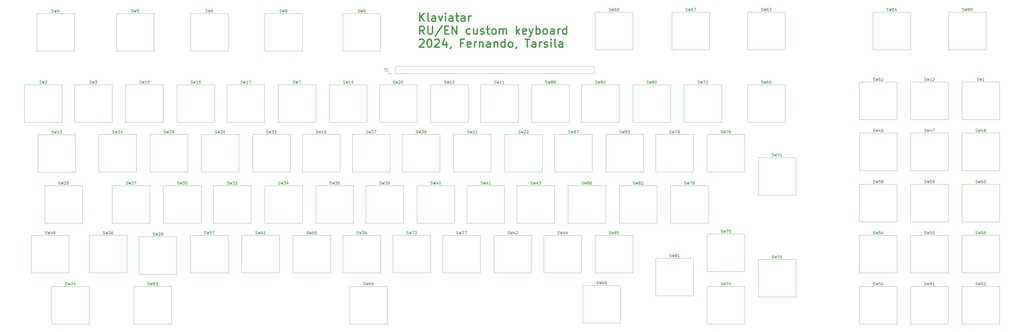
<source format=gbr>
%TF.GenerationSoftware,KiCad,Pcbnew,8.99.0-99-g23169ca1a7*%
%TF.CreationDate,2024-03-31T01:18:57-03:00*%
%TF.ProjectId,klaviatar,6b6c6176-6961-4746-9172-2e6b69636164,rev?*%
%TF.SameCoordinates,Original*%
%TF.FileFunction,Legend,Top*%
%TF.FilePolarity,Positive*%
%FSLAX46Y46*%
G04 Gerber Fmt 4.6, Leading zero omitted, Abs format (unit mm)*
G04 Created by KiCad (PCBNEW 8.99.0-99-g23169ca1a7) date 2024-03-31 01:18:57*
%MOMM*%
%LPD*%
G01*
G04 APERTURE LIST*
%ADD10C,0.500000*%
%ADD11C,0.150000*%
%ADD12C,0.120000*%
G04 APERTURE END LIST*
D10*
X172543232Y-46947193D02*
X172543232Y-43947193D01*
X174257518Y-46947193D02*
X172971804Y-45232907D01*
X174257518Y-43947193D02*
X172543232Y-45661478D01*
X175971804Y-46947193D02*
X175686089Y-46804336D01*
X175686089Y-46804336D02*
X175543232Y-46518621D01*
X175543232Y-46518621D02*
X175543232Y-43947193D01*
X178400376Y-46947193D02*
X178400376Y-45375764D01*
X178400376Y-45375764D02*
X178257518Y-45090050D01*
X178257518Y-45090050D02*
X177971804Y-44947193D01*
X177971804Y-44947193D02*
X177400376Y-44947193D01*
X177400376Y-44947193D02*
X177114661Y-45090050D01*
X178400376Y-46804336D02*
X178114661Y-46947193D01*
X178114661Y-46947193D02*
X177400376Y-46947193D01*
X177400376Y-46947193D02*
X177114661Y-46804336D01*
X177114661Y-46804336D02*
X176971804Y-46518621D01*
X176971804Y-46518621D02*
X176971804Y-46232907D01*
X176971804Y-46232907D02*
X177114661Y-45947193D01*
X177114661Y-45947193D02*
X177400376Y-45804336D01*
X177400376Y-45804336D02*
X178114661Y-45804336D01*
X178114661Y-45804336D02*
X178400376Y-45661478D01*
X179543233Y-44947193D02*
X180257519Y-46947193D01*
X180257519Y-46947193D02*
X180971804Y-44947193D01*
X182114661Y-46947193D02*
X182114661Y-44947193D01*
X182114661Y-43947193D02*
X181971804Y-44090050D01*
X181971804Y-44090050D02*
X182114661Y-44232907D01*
X182114661Y-44232907D02*
X182257518Y-44090050D01*
X182257518Y-44090050D02*
X182114661Y-43947193D01*
X182114661Y-43947193D02*
X182114661Y-44232907D01*
X184828947Y-46947193D02*
X184828947Y-45375764D01*
X184828947Y-45375764D02*
X184686089Y-45090050D01*
X184686089Y-45090050D02*
X184400375Y-44947193D01*
X184400375Y-44947193D02*
X183828947Y-44947193D01*
X183828947Y-44947193D02*
X183543232Y-45090050D01*
X184828947Y-46804336D02*
X184543232Y-46947193D01*
X184543232Y-46947193D02*
X183828947Y-46947193D01*
X183828947Y-46947193D02*
X183543232Y-46804336D01*
X183543232Y-46804336D02*
X183400375Y-46518621D01*
X183400375Y-46518621D02*
X183400375Y-46232907D01*
X183400375Y-46232907D02*
X183543232Y-45947193D01*
X183543232Y-45947193D02*
X183828947Y-45804336D01*
X183828947Y-45804336D02*
X184543232Y-45804336D01*
X184543232Y-45804336D02*
X184828947Y-45661478D01*
X185828947Y-44947193D02*
X186971804Y-44947193D01*
X186257518Y-43947193D02*
X186257518Y-46518621D01*
X186257518Y-46518621D02*
X186400375Y-46804336D01*
X186400375Y-46804336D02*
X186686090Y-46947193D01*
X186686090Y-46947193D02*
X186971804Y-46947193D01*
X189257519Y-46947193D02*
X189257519Y-45375764D01*
X189257519Y-45375764D02*
X189114661Y-45090050D01*
X189114661Y-45090050D02*
X188828947Y-44947193D01*
X188828947Y-44947193D02*
X188257519Y-44947193D01*
X188257519Y-44947193D02*
X187971804Y-45090050D01*
X189257519Y-46804336D02*
X188971804Y-46947193D01*
X188971804Y-46947193D02*
X188257519Y-46947193D01*
X188257519Y-46947193D02*
X187971804Y-46804336D01*
X187971804Y-46804336D02*
X187828947Y-46518621D01*
X187828947Y-46518621D02*
X187828947Y-46232907D01*
X187828947Y-46232907D02*
X187971804Y-45947193D01*
X187971804Y-45947193D02*
X188257519Y-45804336D01*
X188257519Y-45804336D02*
X188971804Y-45804336D01*
X188971804Y-45804336D02*
X189257519Y-45661478D01*
X190686090Y-46947193D02*
X190686090Y-44947193D01*
X190686090Y-45518621D02*
X190828947Y-45232907D01*
X190828947Y-45232907D02*
X190971805Y-45090050D01*
X190971805Y-45090050D02*
X191257519Y-44947193D01*
X191257519Y-44947193D02*
X191543233Y-44947193D01*
X174257518Y-51777025D02*
X173257518Y-50348453D01*
X172543232Y-51777025D02*
X172543232Y-48777025D01*
X172543232Y-48777025D02*
X173686089Y-48777025D01*
X173686089Y-48777025D02*
X173971804Y-48919882D01*
X173971804Y-48919882D02*
X174114661Y-49062739D01*
X174114661Y-49062739D02*
X174257518Y-49348453D01*
X174257518Y-49348453D02*
X174257518Y-49777025D01*
X174257518Y-49777025D02*
X174114661Y-50062739D01*
X174114661Y-50062739D02*
X173971804Y-50205596D01*
X173971804Y-50205596D02*
X173686089Y-50348453D01*
X173686089Y-50348453D02*
X172543232Y-50348453D01*
X175543232Y-48777025D02*
X175543232Y-51205596D01*
X175543232Y-51205596D02*
X175686089Y-51491310D01*
X175686089Y-51491310D02*
X175828947Y-51634168D01*
X175828947Y-51634168D02*
X176114661Y-51777025D01*
X176114661Y-51777025D02*
X176686089Y-51777025D01*
X176686089Y-51777025D02*
X176971804Y-51634168D01*
X176971804Y-51634168D02*
X177114661Y-51491310D01*
X177114661Y-51491310D02*
X177257518Y-51205596D01*
X177257518Y-51205596D02*
X177257518Y-48777025D01*
X180828946Y-48634168D02*
X178257518Y-52491310D01*
X181828946Y-50205596D02*
X182828946Y-50205596D01*
X183257518Y-51777025D02*
X181828946Y-51777025D01*
X181828946Y-51777025D02*
X181828946Y-48777025D01*
X181828946Y-48777025D02*
X183257518Y-48777025D01*
X184543232Y-51777025D02*
X184543232Y-48777025D01*
X184543232Y-48777025D02*
X186257518Y-51777025D01*
X186257518Y-51777025D02*
X186257518Y-48777025D01*
X191257518Y-51634168D02*
X190971803Y-51777025D01*
X190971803Y-51777025D02*
X190400375Y-51777025D01*
X190400375Y-51777025D02*
X190114660Y-51634168D01*
X190114660Y-51634168D02*
X189971803Y-51491310D01*
X189971803Y-51491310D02*
X189828946Y-51205596D01*
X189828946Y-51205596D02*
X189828946Y-50348453D01*
X189828946Y-50348453D02*
X189971803Y-50062739D01*
X189971803Y-50062739D02*
X190114660Y-49919882D01*
X190114660Y-49919882D02*
X190400375Y-49777025D01*
X190400375Y-49777025D02*
X190971803Y-49777025D01*
X190971803Y-49777025D02*
X191257518Y-49919882D01*
X193828947Y-49777025D02*
X193828947Y-51777025D01*
X192543232Y-49777025D02*
X192543232Y-51348453D01*
X192543232Y-51348453D02*
X192686089Y-51634168D01*
X192686089Y-51634168D02*
X192971804Y-51777025D01*
X192971804Y-51777025D02*
X193400375Y-51777025D01*
X193400375Y-51777025D02*
X193686089Y-51634168D01*
X193686089Y-51634168D02*
X193828947Y-51491310D01*
X195114661Y-51634168D02*
X195400375Y-51777025D01*
X195400375Y-51777025D02*
X195971804Y-51777025D01*
X195971804Y-51777025D02*
X196257518Y-51634168D01*
X196257518Y-51634168D02*
X196400375Y-51348453D01*
X196400375Y-51348453D02*
X196400375Y-51205596D01*
X196400375Y-51205596D02*
X196257518Y-50919882D01*
X196257518Y-50919882D02*
X195971804Y-50777025D01*
X195971804Y-50777025D02*
X195543233Y-50777025D01*
X195543233Y-50777025D02*
X195257518Y-50634168D01*
X195257518Y-50634168D02*
X195114661Y-50348453D01*
X195114661Y-50348453D02*
X195114661Y-50205596D01*
X195114661Y-50205596D02*
X195257518Y-49919882D01*
X195257518Y-49919882D02*
X195543233Y-49777025D01*
X195543233Y-49777025D02*
X195971804Y-49777025D01*
X195971804Y-49777025D02*
X196257518Y-49919882D01*
X197257518Y-49777025D02*
X198400375Y-49777025D01*
X197686089Y-48777025D02*
X197686089Y-51348453D01*
X197686089Y-51348453D02*
X197828946Y-51634168D01*
X197828946Y-51634168D02*
X198114661Y-51777025D01*
X198114661Y-51777025D02*
X198400375Y-51777025D01*
X199828947Y-51777025D02*
X199543232Y-51634168D01*
X199543232Y-51634168D02*
X199400375Y-51491310D01*
X199400375Y-51491310D02*
X199257518Y-51205596D01*
X199257518Y-51205596D02*
X199257518Y-50348453D01*
X199257518Y-50348453D02*
X199400375Y-50062739D01*
X199400375Y-50062739D02*
X199543232Y-49919882D01*
X199543232Y-49919882D02*
X199828947Y-49777025D01*
X199828947Y-49777025D02*
X200257518Y-49777025D01*
X200257518Y-49777025D02*
X200543232Y-49919882D01*
X200543232Y-49919882D02*
X200686090Y-50062739D01*
X200686090Y-50062739D02*
X200828947Y-50348453D01*
X200828947Y-50348453D02*
X200828947Y-51205596D01*
X200828947Y-51205596D02*
X200686090Y-51491310D01*
X200686090Y-51491310D02*
X200543232Y-51634168D01*
X200543232Y-51634168D02*
X200257518Y-51777025D01*
X200257518Y-51777025D02*
X199828947Y-51777025D01*
X202114661Y-51777025D02*
X202114661Y-49777025D01*
X202114661Y-50062739D02*
X202257518Y-49919882D01*
X202257518Y-49919882D02*
X202543233Y-49777025D01*
X202543233Y-49777025D02*
X202971804Y-49777025D01*
X202971804Y-49777025D02*
X203257518Y-49919882D01*
X203257518Y-49919882D02*
X203400376Y-50205596D01*
X203400376Y-50205596D02*
X203400376Y-51777025D01*
X203400376Y-50205596D02*
X203543233Y-49919882D01*
X203543233Y-49919882D02*
X203828947Y-49777025D01*
X203828947Y-49777025D02*
X204257518Y-49777025D01*
X204257518Y-49777025D02*
X204543233Y-49919882D01*
X204543233Y-49919882D02*
X204686090Y-50205596D01*
X204686090Y-50205596D02*
X204686090Y-51777025D01*
X208400375Y-51777025D02*
X208400375Y-48777025D01*
X208686090Y-50634168D02*
X209543232Y-51777025D01*
X209543232Y-49777025D02*
X208400375Y-50919882D01*
X211971803Y-51634168D02*
X211686089Y-51777025D01*
X211686089Y-51777025D02*
X211114661Y-51777025D01*
X211114661Y-51777025D02*
X210828946Y-51634168D01*
X210828946Y-51634168D02*
X210686089Y-51348453D01*
X210686089Y-51348453D02*
X210686089Y-50205596D01*
X210686089Y-50205596D02*
X210828946Y-49919882D01*
X210828946Y-49919882D02*
X211114661Y-49777025D01*
X211114661Y-49777025D02*
X211686089Y-49777025D01*
X211686089Y-49777025D02*
X211971803Y-49919882D01*
X211971803Y-49919882D02*
X212114661Y-50205596D01*
X212114661Y-50205596D02*
X212114661Y-50491310D01*
X212114661Y-50491310D02*
X210686089Y-50777025D01*
X213114661Y-49777025D02*
X213828947Y-51777025D01*
X214543232Y-49777025D02*
X213828947Y-51777025D01*
X213828947Y-51777025D02*
X213543232Y-52491310D01*
X213543232Y-52491310D02*
X213400375Y-52634168D01*
X213400375Y-52634168D02*
X213114661Y-52777025D01*
X215686089Y-51777025D02*
X215686089Y-48777025D01*
X215686089Y-49919882D02*
X215971804Y-49777025D01*
X215971804Y-49777025D02*
X216543232Y-49777025D01*
X216543232Y-49777025D02*
X216828946Y-49919882D01*
X216828946Y-49919882D02*
X216971804Y-50062739D01*
X216971804Y-50062739D02*
X217114661Y-50348453D01*
X217114661Y-50348453D02*
X217114661Y-51205596D01*
X217114661Y-51205596D02*
X216971804Y-51491310D01*
X216971804Y-51491310D02*
X216828946Y-51634168D01*
X216828946Y-51634168D02*
X216543232Y-51777025D01*
X216543232Y-51777025D02*
X215971804Y-51777025D01*
X215971804Y-51777025D02*
X215686089Y-51634168D01*
X218828947Y-51777025D02*
X218543232Y-51634168D01*
X218543232Y-51634168D02*
X218400375Y-51491310D01*
X218400375Y-51491310D02*
X218257518Y-51205596D01*
X218257518Y-51205596D02*
X218257518Y-50348453D01*
X218257518Y-50348453D02*
X218400375Y-50062739D01*
X218400375Y-50062739D02*
X218543232Y-49919882D01*
X218543232Y-49919882D02*
X218828947Y-49777025D01*
X218828947Y-49777025D02*
X219257518Y-49777025D01*
X219257518Y-49777025D02*
X219543232Y-49919882D01*
X219543232Y-49919882D02*
X219686090Y-50062739D01*
X219686090Y-50062739D02*
X219828947Y-50348453D01*
X219828947Y-50348453D02*
X219828947Y-51205596D01*
X219828947Y-51205596D02*
X219686090Y-51491310D01*
X219686090Y-51491310D02*
X219543232Y-51634168D01*
X219543232Y-51634168D02*
X219257518Y-51777025D01*
X219257518Y-51777025D02*
X218828947Y-51777025D01*
X222400376Y-51777025D02*
X222400376Y-50205596D01*
X222400376Y-50205596D02*
X222257518Y-49919882D01*
X222257518Y-49919882D02*
X221971804Y-49777025D01*
X221971804Y-49777025D02*
X221400376Y-49777025D01*
X221400376Y-49777025D02*
X221114661Y-49919882D01*
X222400376Y-51634168D02*
X222114661Y-51777025D01*
X222114661Y-51777025D02*
X221400376Y-51777025D01*
X221400376Y-51777025D02*
X221114661Y-51634168D01*
X221114661Y-51634168D02*
X220971804Y-51348453D01*
X220971804Y-51348453D02*
X220971804Y-51062739D01*
X220971804Y-51062739D02*
X221114661Y-50777025D01*
X221114661Y-50777025D02*
X221400376Y-50634168D01*
X221400376Y-50634168D02*
X222114661Y-50634168D01*
X222114661Y-50634168D02*
X222400376Y-50491310D01*
X223828947Y-51777025D02*
X223828947Y-49777025D01*
X223828947Y-50348453D02*
X223971804Y-50062739D01*
X223971804Y-50062739D02*
X224114662Y-49919882D01*
X224114662Y-49919882D02*
X224400376Y-49777025D01*
X224400376Y-49777025D02*
X224686090Y-49777025D01*
X226971805Y-51777025D02*
X226971805Y-48777025D01*
X226971805Y-51634168D02*
X226686090Y-51777025D01*
X226686090Y-51777025D02*
X226114662Y-51777025D01*
X226114662Y-51777025D02*
X225828947Y-51634168D01*
X225828947Y-51634168D02*
X225686090Y-51491310D01*
X225686090Y-51491310D02*
X225543233Y-51205596D01*
X225543233Y-51205596D02*
X225543233Y-50348453D01*
X225543233Y-50348453D02*
X225686090Y-50062739D01*
X225686090Y-50062739D02*
X225828947Y-49919882D01*
X225828947Y-49919882D02*
X226114662Y-49777025D01*
X226114662Y-49777025D02*
X226686090Y-49777025D01*
X226686090Y-49777025D02*
X226971805Y-49919882D01*
X172400375Y-53892571D02*
X172543232Y-53749714D01*
X172543232Y-53749714D02*
X172828947Y-53606857D01*
X172828947Y-53606857D02*
X173543232Y-53606857D01*
X173543232Y-53606857D02*
X173828947Y-53749714D01*
X173828947Y-53749714D02*
X173971804Y-53892571D01*
X173971804Y-53892571D02*
X174114661Y-54178285D01*
X174114661Y-54178285D02*
X174114661Y-54464000D01*
X174114661Y-54464000D02*
X173971804Y-54892571D01*
X173971804Y-54892571D02*
X172257518Y-56606857D01*
X172257518Y-56606857D02*
X174114661Y-56606857D01*
X175971804Y-53606857D02*
X176257518Y-53606857D01*
X176257518Y-53606857D02*
X176543232Y-53749714D01*
X176543232Y-53749714D02*
X176686090Y-53892571D01*
X176686090Y-53892571D02*
X176828947Y-54178285D01*
X176828947Y-54178285D02*
X176971804Y-54749714D01*
X176971804Y-54749714D02*
X176971804Y-55464000D01*
X176971804Y-55464000D02*
X176828947Y-56035428D01*
X176828947Y-56035428D02*
X176686090Y-56321142D01*
X176686090Y-56321142D02*
X176543232Y-56464000D01*
X176543232Y-56464000D02*
X176257518Y-56606857D01*
X176257518Y-56606857D02*
X175971804Y-56606857D01*
X175971804Y-56606857D02*
X175686090Y-56464000D01*
X175686090Y-56464000D02*
X175543232Y-56321142D01*
X175543232Y-56321142D02*
X175400375Y-56035428D01*
X175400375Y-56035428D02*
X175257518Y-55464000D01*
X175257518Y-55464000D02*
X175257518Y-54749714D01*
X175257518Y-54749714D02*
X175400375Y-54178285D01*
X175400375Y-54178285D02*
X175543232Y-53892571D01*
X175543232Y-53892571D02*
X175686090Y-53749714D01*
X175686090Y-53749714D02*
X175971804Y-53606857D01*
X178114661Y-53892571D02*
X178257518Y-53749714D01*
X178257518Y-53749714D02*
X178543233Y-53606857D01*
X178543233Y-53606857D02*
X179257518Y-53606857D01*
X179257518Y-53606857D02*
X179543233Y-53749714D01*
X179543233Y-53749714D02*
X179686090Y-53892571D01*
X179686090Y-53892571D02*
X179828947Y-54178285D01*
X179828947Y-54178285D02*
X179828947Y-54464000D01*
X179828947Y-54464000D02*
X179686090Y-54892571D01*
X179686090Y-54892571D02*
X177971804Y-56606857D01*
X177971804Y-56606857D02*
X179828947Y-56606857D01*
X182400376Y-54606857D02*
X182400376Y-56606857D01*
X181686090Y-53464000D02*
X180971804Y-55606857D01*
X180971804Y-55606857D02*
X182828947Y-55606857D01*
X184114661Y-56464000D02*
X184114661Y-56606857D01*
X184114661Y-56606857D02*
X183971804Y-56892571D01*
X183971804Y-56892571D02*
X183828947Y-57035428D01*
X188686089Y-55035428D02*
X187686089Y-55035428D01*
X187686089Y-56606857D02*
X187686089Y-53606857D01*
X187686089Y-53606857D02*
X189114661Y-53606857D01*
X191400375Y-56464000D02*
X191114661Y-56606857D01*
X191114661Y-56606857D02*
X190543233Y-56606857D01*
X190543233Y-56606857D02*
X190257518Y-56464000D01*
X190257518Y-56464000D02*
X190114661Y-56178285D01*
X190114661Y-56178285D02*
X190114661Y-55035428D01*
X190114661Y-55035428D02*
X190257518Y-54749714D01*
X190257518Y-54749714D02*
X190543233Y-54606857D01*
X190543233Y-54606857D02*
X191114661Y-54606857D01*
X191114661Y-54606857D02*
X191400375Y-54749714D01*
X191400375Y-54749714D02*
X191543233Y-55035428D01*
X191543233Y-55035428D02*
X191543233Y-55321142D01*
X191543233Y-55321142D02*
X190114661Y-55606857D01*
X192828947Y-56606857D02*
X192828947Y-54606857D01*
X192828947Y-55178285D02*
X192971804Y-54892571D01*
X192971804Y-54892571D02*
X193114662Y-54749714D01*
X193114662Y-54749714D02*
X193400376Y-54606857D01*
X193400376Y-54606857D02*
X193686090Y-54606857D01*
X194686090Y-54606857D02*
X194686090Y-56606857D01*
X194686090Y-54892571D02*
X194828947Y-54749714D01*
X194828947Y-54749714D02*
X195114662Y-54606857D01*
X195114662Y-54606857D02*
X195543233Y-54606857D01*
X195543233Y-54606857D02*
X195828947Y-54749714D01*
X195828947Y-54749714D02*
X195971805Y-55035428D01*
X195971805Y-55035428D02*
X195971805Y-56606857D01*
X198686091Y-56606857D02*
X198686091Y-55035428D01*
X198686091Y-55035428D02*
X198543233Y-54749714D01*
X198543233Y-54749714D02*
X198257519Y-54606857D01*
X198257519Y-54606857D02*
X197686091Y-54606857D01*
X197686091Y-54606857D02*
X197400376Y-54749714D01*
X198686091Y-56464000D02*
X198400376Y-56606857D01*
X198400376Y-56606857D02*
X197686091Y-56606857D01*
X197686091Y-56606857D02*
X197400376Y-56464000D01*
X197400376Y-56464000D02*
X197257519Y-56178285D01*
X197257519Y-56178285D02*
X197257519Y-55892571D01*
X197257519Y-55892571D02*
X197400376Y-55606857D01*
X197400376Y-55606857D02*
X197686091Y-55464000D01*
X197686091Y-55464000D02*
X198400376Y-55464000D01*
X198400376Y-55464000D02*
X198686091Y-55321142D01*
X200114662Y-54606857D02*
X200114662Y-56606857D01*
X200114662Y-54892571D02*
X200257519Y-54749714D01*
X200257519Y-54749714D02*
X200543234Y-54606857D01*
X200543234Y-54606857D02*
X200971805Y-54606857D01*
X200971805Y-54606857D02*
X201257519Y-54749714D01*
X201257519Y-54749714D02*
X201400377Y-55035428D01*
X201400377Y-55035428D02*
X201400377Y-56606857D01*
X204114663Y-56606857D02*
X204114663Y-53606857D01*
X204114663Y-56464000D02*
X203828948Y-56606857D01*
X203828948Y-56606857D02*
X203257520Y-56606857D01*
X203257520Y-56606857D02*
X202971805Y-56464000D01*
X202971805Y-56464000D02*
X202828948Y-56321142D01*
X202828948Y-56321142D02*
X202686091Y-56035428D01*
X202686091Y-56035428D02*
X202686091Y-55178285D01*
X202686091Y-55178285D02*
X202828948Y-54892571D01*
X202828948Y-54892571D02*
X202971805Y-54749714D01*
X202971805Y-54749714D02*
X203257520Y-54606857D01*
X203257520Y-54606857D02*
X203828948Y-54606857D01*
X203828948Y-54606857D02*
X204114663Y-54749714D01*
X205971806Y-56606857D02*
X205686091Y-56464000D01*
X205686091Y-56464000D02*
X205543234Y-56321142D01*
X205543234Y-56321142D02*
X205400377Y-56035428D01*
X205400377Y-56035428D02*
X205400377Y-55178285D01*
X205400377Y-55178285D02*
X205543234Y-54892571D01*
X205543234Y-54892571D02*
X205686091Y-54749714D01*
X205686091Y-54749714D02*
X205971806Y-54606857D01*
X205971806Y-54606857D02*
X206400377Y-54606857D01*
X206400377Y-54606857D02*
X206686091Y-54749714D01*
X206686091Y-54749714D02*
X206828949Y-54892571D01*
X206828949Y-54892571D02*
X206971806Y-55178285D01*
X206971806Y-55178285D02*
X206971806Y-56035428D01*
X206971806Y-56035428D02*
X206828949Y-56321142D01*
X206828949Y-56321142D02*
X206686091Y-56464000D01*
X206686091Y-56464000D02*
X206400377Y-56606857D01*
X206400377Y-56606857D02*
X205971806Y-56606857D01*
X208400377Y-56464000D02*
X208400377Y-56606857D01*
X208400377Y-56606857D02*
X208257520Y-56892571D01*
X208257520Y-56892571D02*
X208114663Y-57035428D01*
X211543234Y-53606857D02*
X213257520Y-53606857D01*
X212400377Y-56606857D02*
X212400377Y-53606857D01*
X215543234Y-56606857D02*
X215543234Y-55035428D01*
X215543234Y-55035428D02*
X215400376Y-54749714D01*
X215400376Y-54749714D02*
X215114662Y-54606857D01*
X215114662Y-54606857D02*
X214543234Y-54606857D01*
X214543234Y-54606857D02*
X214257519Y-54749714D01*
X215543234Y-56464000D02*
X215257519Y-56606857D01*
X215257519Y-56606857D02*
X214543234Y-56606857D01*
X214543234Y-56606857D02*
X214257519Y-56464000D01*
X214257519Y-56464000D02*
X214114662Y-56178285D01*
X214114662Y-56178285D02*
X214114662Y-55892571D01*
X214114662Y-55892571D02*
X214257519Y-55606857D01*
X214257519Y-55606857D02*
X214543234Y-55464000D01*
X214543234Y-55464000D02*
X215257519Y-55464000D01*
X215257519Y-55464000D02*
X215543234Y-55321142D01*
X216971805Y-56606857D02*
X216971805Y-54606857D01*
X216971805Y-55178285D02*
X217114662Y-54892571D01*
X217114662Y-54892571D02*
X217257520Y-54749714D01*
X217257520Y-54749714D02*
X217543234Y-54606857D01*
X217543234Y-54606857D02*
X217828948Y-54606857D01*
X218686091Y-56464000D02*
X218971805Y-56606857D01*
X218971805Y-56606857D02*
X219543234Y-56606857D01*
X219543234Y-56606857D02*
X219828948Y-56464000D01*
X219828948Y-56464000D02*
X219971805Y-56178285D01*
X219971805Y-56178285D02*
X219971805Y-56035428D01*
X219971805Y-56035428D02*
X219828948Y-55749714D01*
X219828948Y-55749714D02*
X219543234Y-55606857D01*
X219543234Y-55606857D02*
X219114663Y-55606857D01*
X219114663Y-55606857D02*
X218828948Y-55464000D01*
X218828948Y-55464000D02*
X218686091Y-55178285D01*
X218686091Y-55178285D02*
X218686091Y-55035428D01*
X218686091Y-55035428D02*
X218828948Y-54749714D01*
X218828948Y-54749714D02*
X219114663Y-54606857D01*
X219114663Y-54606857D02*
X219543234Y-54606857D01*
X219543234Y-54606857D02*
X219828948Y-54749714D01*
X221257519Y-56606857D02*
X221257519Y-54606857D01*
X221257519Y-53606857D02*
X221114662Y-53749714D01*
X221114662Y-53749714D02*
X221257519Y-53892571D01*
X221257519Y-53892571D02*
X221400376Y-53749714D01*
X221400376Y-53749714D02*
X221257519Y-53606857D01*
X221257519Y-53606857D02*
X221257519Y-53892571D01*
X223114662Y-56606857D02*
X222828947Y-56464000D01*
X222828947Y-56464000D02*
X222686090Y-56178285D01*
X222686090Y-56178285D02*
X222686090Y-53606857D01*
X225543234Y-56606857D02*
X225543234Y-55035428D01*
X225543234Y-55035428D02*
X225400376Y-54749714D01*
X225400376Y-54749714D02*
X225114662Y-54606857D01*
X225114662Y-54606857D02*
X224543234Y-54606857D01*
X224543234Y-54606857D02*
X224257519Y-54749714D01*
X225543234Y-56464000D02*
X225257519Y-56606857D01*
X225257519Y-56606857D02*
X224543234Y-56606857D01*
X224543234Y-56606857D02*
X224257519Y-56464000D01*
X224257519Y-56464000D02*
X224114662Y-56178285D01*
X224114662Y-56178285D02*
X224114662Y-55892571D01*
X224114662Y-55892571D02*
X224257519Y-55606857D01*
X224257519Y-55606857D02*
X224543234Y-55464000D01*
X224543234Y-55464000D02*
X225257519Y-55464000D01*
X225257519Y-55464000D02*
X225543234Y-55321142D01*
D11*
X373690476Y-43033200D02*
X373833333Y-43080819D01*
X373833333Y-43080819D02*
X374071428Y-43080819D01*
X374071428Y-43080819D02*
X374166666Y-43033200D01*
X374166666Y-43033200D02*
X374214285Y-42985580D01*
X374214285Y-42985580D02*
X374261904Y-42890342D01*
X374261904Y-42890342D02*
X374261904Y-42795104D01*
X374261904Y-42795104D02*
X374214285Y-42699866D01*
X374214285Y-42699866D02*
X374166666Y-42652247D01*
X374166666Y-42652247D02*
X374071428Y-42604628D01*
X374071428Y-42604628D02*
X373880952Y-42557009D01*
X373880952Y-42557009D02*
X373785714Y-42509390D01*
X373785714Y-42509390D02*
X373738095Y-42461771D01*
X373738095Y-42461771D02*
X373690476Y-42366533D01*
X373690476Y-42366533D02*
X373690476Y-42271295D01*
X373690476Y-42271295D02*
X373738095Y-42176057D01*
X373738095Y-42176057D02*
X373785714Y-42128438D01*
X373785714Y-42128438D02*
X373880952Y-42080819D01*
X373880952Y-42080819D02*
X374119047Y-42080819D01*
X374119047Y-42080819D02*
X374261904Y-42128438D01*
X374595238Y-42080819D02*
X374833333Y-43080819D01*
X374833333Y-43080819D02*
X375023809Y-42366533D01*
X375023809Y-42366533D02*
X375214285Y-43080819D01*
X375214285Y-43080819D02*
X375452381Y-42080819D01*
X375976190Y-42509390D02*
X375880952Y-42461771D01*
X375880952Y-42461771D02*
X375833333Y-42414152D01*
X375833333Y-42414152D02*
X375785714Y-42318914D01*
X375785714Y-42318914D02*
X375785714Y-42271295D01*
X375785714Y-42271295D02*
X375833333Y-42176057D01*
X375833333Y-42176057D02*
X375880952Y-42128438D01*
X375880952Y-42128438D02*
X375976190Y-42080819D01*
X375976190Y-42080819D02*
X376166666Y-42080819D01*
X376166666Y-42080819D02*
X376261904Y-42128438D01*
X376261904Y-42128438D02*
X376309523Y-42176057D01*
X376309523Y-42176057D02*
X376357142Y-42271295D01*
X376357142Y-42271295D02*
X376357142Y-42318914D01*
X376357142Y-42318914D02*
X376309523Y-42414152D01*
X376309523Y-42414152D02*
X376261904Y-42461771D01*
X376261904Y-42461771D02*
X376166666Y-42509390D01*
X376166666Y-42509390D02*
X375976190Y-42509390D01*
X375976190Y-42509390D02*
X375880952Y-42557009D01*
X375880952Y-42557009D02*
X375833333Y-42604628D01*
X375833333Y-42604628D02*
X375785714Y-42699866D01*
X375785714Y-42699866D02*
X375785714Y-42890342D01*
X375785714Y-42890342D02*
X375833333Y-42985580D01*
X375833333Y-42985580D02*
X375880952Y-43033200D01*
X375880952Y-43033200D02*
X375976190Y-43080819D01*
X375976190Y-43080819D02*
X376166666Y-43080819D01*
X376166666Y-43080819D02*
X376261904Y-43033200D01*
X376261904Y-43033200D02*
X376309523Y-42985580D01*
X376309523Y-42985580D02*
X376357142Y-42890342D01*
X376357142Y-42890342D02*
X376357142Y-42699866D01*
X376357142Y-42699866D02*
X376309523Y-42604628D01*
X376309523Y-42604628D02*
X376261904Y-42557009D01*
X376261904Y-42557009D02*
X376166666Y-42509390D01*
X376833333Y-43080819D02*
X377023809Y-43080819D01*
X377023809Y-43080819D02*
X377119047Y-43033200D01*
X377119047Y-43033200D02*
X377166666Y-42985580D01*
X377166666Y-42985580D02*
X377261904Y-42842723D01*
X377261904Y-42842723D02*
X377309523Y-42652247D01*
X377309523Y-42652247D02*
X377309523Y-42271295D01*
X377309523Y-42271295D02*
X377261904Y-42176057D01*
X377261904Y-42176057D02*
X377214285Y-42128438D01*
X377214285Y-42128438D02*
X377119047Y-42080819D01*
X377119047Y-42080819D02*
X376928571Y-42080819D01*
X376928571Y-42080819D02*
X376833333Y-42128438D01*
X376833333Y-42128438D02*
X376785714Y-42176057D01*
X376785714Y-42176057D02*
X376738095Y-42271295D01*
X376738095Y-42271295D02*
X376738095Y-42509390D01*
X376738095Y-42509390D02*
X376785714Y-42604628D01*
X376785714Y-42604628D02*
X376833333Y-42652247D01*
X376833333Y-42652247D02*
X376928571Y-42699866D01*
X376928571Y-42699866D02*
X377119047Y-42699866D01*
X377119047Y-42699866D02*
X377214285Y-42652247D01*
X377214285Y-42652247D02*
X377261904Y-42604628D01*
X377261904Y-42604628D02*
X377309523Y-42509390D01*
X159384819Y-65333333D02*
X160099104Y-65333333D01*
X160099104Y-65333333D02*
X160241961Y-65380952D01*
X160241961Y-65380952D02*
X160337200Y-65476190D01*
X160337200Y-65476190D02*
X160384819Y-65619047D01*
X160384819Y-65619047D02*
X160384819Y-65714285D01*
X160384819Y-64333333D02*
X160384819Y-64904761D01*
X160384819Y-64619047D02*
X159384819Y-64619047D01*
X159384819Y-64619047D02*
X159527676Y-64714285D01*
X159527676Y-64714285D02*
X159622914Y-64809523D01*
X159622914Y-64809523D02*
X159670533Y-64904761D01*
X219190476Y-70033200D02*
X219333333Y-70080819D01*
X219333333Y-70080819D02*
X219571428Y-70080819D01*
X219571428Y-70080819D02*
X219666666Y-70033200D01*
X219666666Y-70033200D02*
X219714285Y-69985580D01*
X219714285Y-69985580D02*
X219761904Y-69890342D01*
X219761904Y-69890342D02*
X219761904Y-69795104D01*
X219761904Y-69795104D02*
X219714285Y-69699866D01*
X219714285Y-69699866D02*
X219666666Y-69652247D01*
X219666666Y-69652247D02*
X219571428Y-69604628D01*
X219571428Y-69604628D02*
X219380952Y-69557009D01*
X219380952Y-69557009D02*
X219285714Y-69509390D01*
X219285714Y-69509390D02*
X219238095Y-69461771D01*
X219238095Y-69461771D02*
X219190476Y-69366533D01*
X219190476Y-69366533D02*
X219190476Y-69271295D01*
X219190476Y-69271295D02*
X219238095Y-69176057D01*
X219238095Y-69176057D02*
X219285714Y-69128438D01*
X219285714Y-69128438D02*
X219380952Y-69080819D01*
X219380952Y-69080819D02*
X219619047Y-69080819D01*
X219619047Y-69080819D02*
X219761904Y-69128438D01*
X220095238Y-69080819D02*
X220333333Y-70080819D01*
X220333333Y-70080819D02*
X220523809Y-69366533D01*
X220523809Y-69366533D02*
X220714285Y-70080819D01*
X220714285Y-70080819D02*
X220952381Y-69080819D01*
X221476190Y-69509390D02*
X221380952Y-69461771D01*
X221380952Y-69461771D02*
X221333333Y-69414152D01*
X221333333Y-69414152D02*
X221285714Y-69318914D01*
X221285714Y-69318914D02*
X221285714Y-69271295D01*
X221285714Y-69271295D02*
X221333333Y-69176057D01*
X221333333Y-69176057D02*
X221380952Y-69128438D01*
X221380952Y-69128438D02*
X221476190Y-69080819D01*
X221476190Y-69080819D02*
X221666666Y-69080819D01*
X221666666Y-69080819D02*
X221761904Y-69128438D01*
X221761904Y-69128438D02*
X221809523Y-69176057D01*
X221809523Y-69176057D02*
X221857142Y-69271295D01*
X221857142Y-69271295D02*
X221857142Y-69318914D01*
X221857142Y-69318914D02*
X221809523Y-69414152D01*
X221809523Y-69414152D02*
X221761904Y-69461771D01*
X221761904Y-69461771D02*
X221666666Y-69509390D01*
X221666666Y-69509390D02*
X221476190Y-69509390D01*
X221476190Y-69509390D02*
X221380952Y-69557009D01*
X221380952Y-69557009D02*
X221333333Y-69604628D01*
X221333333Y-69604628D02*
X221285714Y-69699866D01*
X221285714Y-69699866D02*
X221285714Y-69890342D01*
X221285714Y-69890342D02*
X221333333Y-69985580D01*
X221333333Y-69985580D02*
X221380952Y-70033200D01*
X221380952Y-70033200D02*
X221476190Y-70080819D01*
X221476190Y-70080819D02*
X221666666Y-70080819D01*
X221666666Y-70080819D02*
X221761904Y-70033200D01*
X221761904Y-70033200D02*
X221809523Y-69985580D01*
X221809523Y-69985580D02*
X221857142Y-69890342D01*
X221857142Y-69890342D02*
X221857142Y-69699866D01*
X221857142Y-69699866D02*
X221809523Y-69604628D01*
X221809523Y-69604628D02*
X221761904Y-69557009D01*
X221761904Y-69557009D02*
X221666666Y-69509390D01*
X222428571Y-69509390D02*
X222333333Y-69461771D01*
X222333333Y-69461771D02*
X222285714Y-69414152D01*
X222285714Y-69414152D02*
X222238095Y-69318914D01*
X222238095Y-69318914D02*
X222238095Y-69271295D01*
X222238095Y-69271295D02*
X222285714Y-69176057D01*
X222285714Y-69176057D02*
X222333333Y-69128438D01*
X222333333Y-69128438D02*
X222428571Y-69080819D01*
X222428571Y-69080819D02*
X222619047Y-69080819D01*
X222619047Y-69080819D02*
X222714285Y-69128438D01*
X222714285Y-69128438D02*
X222761904Y-69176057D01*
X222761904Y-69176057D02*
X222809523Y-69271295D01*
X222809523Y-69271295D02*
X222809523Y-69318914D01*
X222809523Y-69318914D02*
X222761904Y-69414152D01*
X222761904Y-69414152D02*
X222714285Y-69461771D01*
X222714285Y-69461771D02*
X222619047Y-69509390D01*
X222619047Y-69509390D02*
X222428571Y-69509390D01*
X222428571Y-69509390D02*
X222333333Y-69557009D01*
X222333333Y-69557009D02*
X222285714Y-69604628D01*
X222285714Y-69604628D02*
X222238095Y-69699866D01*
X222238095Y-69699866D02*
X222238095Y-69890342D01*
X222238095Y-69890342D02*
X222285714Y-69985580D01*
X222285714Y-69985580D02*
X222333333Y-70033200D01*
X222333333Y-70033200D02*
X222428571Y-70080819D01*
X222428571Y-70080819D02*
X222619047Y-70080819D01*
X222619047Y-70080819D02*
X222714285Y-70033200D01*
X222714285Y-70033200D02*
X222761904Y-69985580D01*
X222761904Y-69985580D02*
X222809523Y-69890342D01*
X222809523Y-69890342D02*
X222809523Y-69699866D01*
X222809523Y-69699866D02*
X222761904Y-69604628D01*
X222761904Y-69604628D02*
X222714285Y-69557009D01*
X222714285Y-69557009D02*
X222619047Y-69509390D01*
X227690476Y-88533200D02*
X227833333Y-88580819D01*
X227833333Y-88580819D02*
X228071428Y-88580819D01*
X228071428Y-88580819D02*
X228166666Y-88533200D01*
X228166666Y-88533200D02*
X228214285Y-88485580D01*
X228214285Y-88485580D02*
X228261904Y-88390342D01*
X228261904Y-88390342D02*
X228261904Y-88295104D01*
X228261904Y-88295104D02*
X228214285Y-88199866D01*
X228214285Y-88199866D02*
X228166666Y-88152247D01*
X228166666Y-88152247D02*
X228071428Y-88104628D01*
X228071428Y-88104628D02*
X227880952Y-88057009D01*
X227880952Y-88057009D02*
X227785714Y-88009390D01*
X227785714Y-88009390D02*
X227738095Y-87961771D01*
X227738095Y-87961771D02*
X227690476Y-87866533D01*
X227690476Y-87866533D02*
X227690476Y-87771295D01*
X227690476Y-87771295D02*
X227738095Y-87676057D01*
X227738095Y-87676057D02*
X227785714Y-87628438D01*
X227785714Y-87628438D02*
X227880952Y-87580819D01*
X227880952Y-87580819D02*
X228119047Y-87580819D01*
X228119047Y-87580819D02*
X228261904Y-87628438D01*
X228595238Y-87580819D02*
X228833333Y-88580819D01*
X228833333Y-88580819D02*
X229023809Y-87866533D01*
X229023809Y-87866533D02*
X229214285Y-88580819D01*
X229214285Y-88580819D02*
X229452381Y-87580819D01*
X229976190Y-88009390D02*
X229880952Y-87961771D01*
X229880952Y-87961771D02*
X229833333Y-87914152D01*
X229833333Y-87914152D02*
X229785714Y-87818914D01*
X229785714Y-87818914D02*
X229785714Y-87771295D01*
X229785714Y-87771295D02*
X229833333Y-87676057D01*
X229833333Y-87676057D02*
X229880952Y-87628438D01*
X229880952Y-87628438D02*
X229976190Y-87580819D01*
X229976190Y-87580819D02*
X230166666Y-87580819D01*
X230166666Y-87580819D02*
X230261904Y-87628438D01*
X230261904Y-87628438D02*
X230309523Y-87676057D01*
X230309523Y-87676057D02*
X230357142Y-87771295D01*
X230357142Y-87771295D02*
X230357142Y-87818914D01*
X230357142Y-87818914D02*
X230309523Y-87914152D01*
X230309523Y-87914152D02*
X230261904Y-87961771D01*
X230261904Y-87961771D02*
X230166666Y-88009390D01*
X230166666Y-88009390D02*
X229976190Y-88009390D01*
X229976190Y-88009390D02*
X229880952Y-88057009D01*
X229880952Y-88057009D02*
X229833333Y-88104628D01*
X229833333Y-88104628D02*
X229785714Y-88199866D01*
X229785714Y-88199866D02*
X229785714Y-88390342D01*
X229785714Y-88390342D02*
X229833333Y-88485580D01*
X229833333Y-88485580D02*
X229880952Y-88533200D01*
X229880952Y-88533200D02*
X229976190Y-88580819D01*
X229976190Y-88580819D02*
X230166666Y-88580819D01*
X230166666Y-88580819D02*
X230261904Y-88533200D01*
X230261904Y-88533200D02*
X230309523Y-88485580D01*
X230309523Y-88485580D02*
X230357142Y-88390342D01*
X230357142Y-88390342D02*
X230357142Y-88199866D01*
X230357142Y-88199866D02*
X230309523Y-88104628D01*
X230309523Y-88104628D02*
X230261904Y-88057009D01*
X230261904Y-88057009D02*
X230166666Y-88009390D01*
X230690476Y-87580819D02*
X231357142Y-87580819D01*
X231357142Y-87580819D02*
X230928571Y-88580819D01*
X232690476Y-107533200D02*
X232833333Y-107580819D01*
X232833333Y-107580819D02*
X233071428Y-107580819D01*
X233071428Y-107580819D02*
X233166666Y-107533200D01*
X233166666Y-107533200D02*
X233214285Y-107485580D01*
X233214285Y-107485580D02*
X233261904Y-107390342D01*
X233261904Y-107390342D02*
X233261904Y-107295104D01*
X233261904Y-107295104D02*
X233214285Y-107199866D01*
X233214285Y-107199866D02*
X233166666Y-107152247D01*
X233166666Y-107152247D02*
X233071428Y-107104628D01*
X233071428Y-107104628D02*
X232880952Y-107057009D01*
X232880952Y-107057009D02*
X232785714Y-107009390D01*
X232785714Y-107009390D02*
X232738095Y-106961771D01*
X232738095Y-106961771D02*
X232690476Y-106866533D01*
X232690476Y-106866533D02*
X232690476Y-106771295D01*
X232690476Y-106771295D02*
X232738095Y-106676057D01*
X232738095Y-106676057D02*
X232785714Y-106628438D01*
X232785714Y-106628438D02*
X232880952Y-106580819D01*
X232880952Y-106580819D02*
X233119047Y-106580819D01*
X233119047Y-106580819D02*
X233261904Y-106628438D01*
X233595238Y-106580819D02*
X233833333Y-107580819D01*
X233833333Y-107580819D02*
X234023809Y-106866533D01*
X234023809Y-106866533D02*
X234214285Y-107580819D01*
X234214285Y-107580819D02*
X234452381Y-106580819D01*
X234976190Y-107009390D02*
X234880952Y-106961771D01*
X234880952Y-106961771D02*
X234833333Y-106914152D01*
X234833333Y-106914152D02*
X234785714Y-106818914D01*
X234785714Y-106818914D02*
X234785714Y-106771295D01*
X234785714Y-106771295D02*
X234833333Y-106676057D01*
X234833333Y-106676057D02*
X234880952Y-106628438D01*
X234880952Y-106628438D02*
X234976190Y-106580819D01*
X234976190Y-106580819D02*
X235166666Y-106580819D01*
X235166666Y-106580819D02*
X235261904Y-106628438D01*
X235261904Y-106628438D02*
X235309523Y-106676057D01*
X235309523Y-106676057D02*
X235357142Y-106771295D01*
X235357142Y-106771295D02*
X235357142Y-106818914D01*
X235357142Y-106818914D02*
X235309523Y-106914152D01*
X235309523Y-106914152D02*
X235261904Y-106961771D01*
X235261904Y-106961771D02*
X235166666Y-107009390D01*
X235166666Y-107009390D02*
X234976190Y-107009390D01*
X234976190Y-107009390D02*
X234880952Y-107057009D01*
X234880952Y-107057009D02*
X234833333Y-107104628D01*
X234833333Y-107104628D02*
X234785714Y-107199866D01*
X234785714Y-107199866D02*
X234785714Y-107390342D01*
X234785714Y-107390342D02*
X234833333Y-107485580D01*
X234833333Y-107485580D02*
X234880952Y-107533200D01*
X234880952Y-107533200D02*
X234976190Y-107580819D01*
X234976190Y-107580819D02*
X235166666Y-107580819D01*
X235166666Y-107580819D02*
X235261904Y-107533200D01*
X235261904Y-107533200D02*
X235309523Y-107485580D01*
X235309523Y-107485580D02*
X235357142Y-107390342D01*
X235357142Y-107390342D02*
X235357142Y-107199866D01*
X235357142Y-107199866D02*
X235309523Y-107104628D01*
X235309523Y-107104628D02*
X235261904Y-107057009D01*
X235261904Y-107057009D02*
X235166666Y-107009390D01*
X236214285Y-106580819D02*
X236023809Y-106580819D01*
X236023809Y-106580819D02*
X235928571Y-106628438D01*
X235928571Y-106628438D02*
X235880952Y-106676057D01*
X235880952Y-106676057D02*
X235785714Y-106818914D01*
X235785714Y-106818914D02*
X235738095Y-107009390D01*
X235738095Y-107009390D02*
X235738095Y-107390342D01*
X235738095Y-107390342D02*
X235785714Y-107485580D01*
X235785714Y-107485580D02*
X235833333Y-107533200D01*
X235833333Y-107533200D02*
X235928571Y-107580819D01*
X235928571Y-107580819D02*
X236119047Y-107580819D01*
X236119047Y-107580819D02*
X236214285Y-107533200D01*
X236214285Y-107533200D02*
X236261904Y-107485580D01*
X236261904Y-107485580D02*
X236309523Y-107390342D01*
X236309523Y-107390342D02*
X236309523Y-107152247D01*
X236309523Y-107152247D02*
X236261904Y-107057009D01*
X236261904Y-107057009D02*
X236214285Y-107009390D01*
X236214285Y-107009390D02*
X236119047Y-106961771D01*
X236119047Y-106961771D02*
X235928571Y-106961771D01*
X235928571Y-106961771D02*
X235833333Y-107009390D01*
X235833333Y-107009390D02*
X235785714Y-107057009D01*
X235785714Y-107057009D02*
X235738095Y-107152247D01*
X242690476Y-126033200D02*
X242833333Y-126080819D01*
X242833333Y-126080819D02*
X243071428Y-126080819D01*
X243071428Y-126080819D02*
X243166666Y-126033200D01*
X243166666Y-126033200D02*
X243214285Y-125985580D01*
X243214285Y-125985580D02*
X243261904Y-125890342D01*
X243261904Y-125890342D02*
X243261904Y-125795104D01*
X243261904Y-125795104D02*
X243214285Y-125699866D01*
X243214285Y-125699866D02*
X243166666Y-125652247D01*
X243166666Y-125652247D02*
X243071428Y-125604628D01*
X243071428Y-125604628D02*
X242880952Y-125557009D01*
X242880952Y-125557009D02*
X242785714Y-125509390D01*
X242785714Y-125509390D02*
X242738095Y-125461771D01*
X242738095Y-125461771D02*
X242690476Y-125366533D01*
X242690476Y-125366533D02*
X242690476Y-125271295D01*
X242690476Y-125271295D02*
X242738095Y-125176057D01*
X242738095Y-125176057D02*
X242785714Y-125128438D01*
X242785714Y-125128438D02*
X242880952Y-125080819D01*
X242880952Y-125080819D02*
X243119047Y-125080819D01*
X243119047Y-125080819D02*
X243261904Y-125128438D01*
X243595238Y-125080819D02*
X243833333Y-126080819D01*
X243833333Y-126080819D02*
X244023809Y-125366533D01*
X244023809Y-125366533D02*
X244214285Y-126080819D01*
X244214285Y-126080819D02*
X244452381Y-125080819D01*
X244976190Y-125509390D02*
X244880952Y-125461771D01*
X244880952Y-125461771D02*
X244833333Y-125414152D01*
X244833333Y-125414152D02*
X244785714Y-125318914D01*
X244785714Y-125318914D02*
X244785714Y-125271295D01*
X244785714Y-125271295D02*
X244833333Y-125176057D01*
X244833333Y-125176057D02*
X244880952Y-125128438D01*
X244880952Y-125128438D02*
X244976190Y-125080819D01*
X244976190Y-125080819D02*
X245166666Y-125080819D01*
X245166666Y-125080819D02*
X245261904Y-125128438D01*
X245261904Y-125128438D02*
X245309523Y-125176057D01*
X245309523Y-125176057D02*
X245357142Y-125271295D01*
X245357142Y-125271295D02*
X245357142Y-125318914D01*
X245357142Y-125318914D02*
X245309523Y-125414152D01*
X245309523Y-125414152D02*
X245261904Y-125461771D01*
X245261904Y-125461771D02*
X245166666Y-125509390D01*
X245166666Y-125509390D02*
X244976190Y-125509390D01*
X244976190Y-125509390D02*
X244880952Y-125557009D01*
X244880952Y-125557009D02*
X244833333Y-125604628D01*
X244833333Y-125604628D02*
X244785714Y-125699866D01*
X244785714Y-125699866D02*
X244785714Y-125890342D01*
X244785714Y-125890342D02*
X244833333Y-125985580D01*
X244833333Y-125985580D02*
X244880952Y-126033200D01*
X244880952Y-126033200D02*
X244976190Y-126080819D01*
X244976190Y-126080819D02*
X245166666Y-126080819D01*
X245166666Y-126080819D02*
X245261904Y-126033200D01*
X245261904Y-126033200D02*
X245309523Y-125985580D01*
X245309523Y-125985580D02*
X245357142Y-125890342D01*
X245357142Y-125890342D02*
X245357142Y-125699866D01*
X245357142Y-125699866D02*
X245309523Y-125604628D01*
X245309523Y-125604628D02*
X245261904Y-125557009D01*
X245261904Y-125557009D02*
X245166666Y-125509390D01*
X246261904Y-125080819D02*
X245785714Y-125080819D01*
X245785714Y-125080819D02*
X245738095Y-125557009D01*
X245738095Y-125557009D02*
X245785714Y-125509390D01*
X245785714Y-125509390D02*
X245880952Y-125461771D01*
X245880952Y-125461771D02*
X246119047Y-125461771D01*
X246119047Y-125461771D02*
X246214285Y-125509390D01*
X246214285Y-125509390D02*
X246261904Y-125557009D01*
X246261904Y-125557009D02*
X246309523Y-125652247D01*
X246309523Y-125652247D02*
X246309523Y-125890342D01*
X246309523Y-125890342D02*
X246261904Y-125985580D01*
X246261904Y-125985580D02*
X246214285Y-126033200D01*
X246214285Y-126033200D02*
X246119047Y-126080819D01*
X246119047Y-126080819D02*
X245880952Y-126080819D01*
X245880952Y-126080819D02*
X245785714Y-126033200D01*
X245785714Y-126033200D02*
X245738095Y-125985580D01*
X237690476Y-70033200D02*
X237833333Y-70080819D01*
X237833333Y-70080819D02*
X238071428Y-70080819D01*
X238071428Y-70080819D02*
X238166666Y-70033200D01*
X238166666Y-70033200D02*
X238214285Y-69985580D01*
X238214285Y-69985580D02*
X238261904Y-69890342D01*
X238261904Y-69890342D02*
X238261904Y-69795104D01*
X238261904Y-69795104D02*
X238214285Y-69699866D01*
X238214285Y-69699866D02*
X238166666Y-69652247D01*
X238166666Y-69652247D02*
X238071428Y-69604628D01*
X238071428Y-69604628D02*
X237880952Y-69557009D01*
X237880952Y-69557009D02*
X237785714Y-69509390D01*
X237785714Y-69509390D02*
X237738095Y-69461771D01*
X237738095Y-69461771D02*
X237690476Y-69366533D01*
X237690476Y-69366533D02*
X237690476Y-69271295D01*
X237690476Y-69271295D02*
X237738095Y-69176057D01*
X237738095Y-69176057D02*
X237785714Y-69128438D01*
X237785714Y-69128438D02*
X237880952Y-69080819D01*
X237880952Y-69080819D02*
X238119047Y-69080819D01*
X238119047Y-69080819D02*
X238261904Y-69128438D01*
X238595238Y-69080819D02*
X238833333Y-70080819D01*
X238833333Y-70080819D02*
X239023809Y-69366533D01*
X239023809Y-69366533D02*
X239214285Y-70080819D01*
X239214285Y-70080819D02*
X239452381Y-69080819D01*
X239976190Y-69509390D02*
X239880952Y-69461771D01*
X239880952Y-69461771D02*
X239833333Y-69414152D01*
X239833333Y-69414152D02*
X239785714Y-69318914D01*
X239785714Y-69318914D02*
X239785714Y-69271295D01*
X239785714Y-69271295D02*
X239833333Y-69176057D01*
X239833333Y-69176057D02*
X239880952Y-69128438D01*
X239880952Y-69128438D02*
X239976190Y-69080819D01*
X239976190Y-69080819D02*
X240166666Y-69080819D01*
X240166666Y-69080819D02*
X240261904Y-69128438D01*
X240261904Y-69128438D02*
X240309523Y-69176057D01*
X240309523Y-69176057D02*
X240357142Y-69271295D01*
X240357142Y-69271295D02*
X240357142Y-69318914D01*
X240357142Y-69318914D02*
X240309523Y-69414152D01*
X240309523Y-69414152D02*
X240261904Y-69461771D01*
X240261904Y-69461771D02*
X240166666Y-69509390D01*
X240166666Y-69509390D02*
X239976190Y-69509390D01*
X239976190Y-69509390D02*
X239880952Y-69557009D01*
X239880952Y-69557009D02*
X239833333Y-69604628D01*
X239833333Y-69604628D02*
X239785714Y-69699866D01*
X239785714Y-69699866D02*
X239785714Y-69890342D01*
X239785714Y-69890342D02*
X239833333Y-69985580D01*
X239833333Y-69985580D02*
X239880952Y-70033200D01*
X239880952Y-70033200D02*
X239976190Y-70080819D01*
X239976190Y-70080819D02*
X240166666Y-70080819D01*
X240166666Y-70080819D02*
X240261904Y-70033200D01*
X240261904Y-70033200D02*
X240309523Y-69985580D01*
X240309523Y-69985580D02*
X240357142Y-69890342D01*
X240357142Y-69890342D02*
X240357142Y-69699866D01*
X240357142Y-69699866D02*
X240309523Y-69604628D01*
X240309523Y-69604628D02*
X240261904Y-69557009D01*
X240261904Y-69557009D02*
X240166666Y-69509390D01*
X241214285Y-69414152D02*
X241214285Y-70080819D01*
X240976190Y-69033200D02*
X240738095Y-69747485D01*
X240738095Y-69747485D02*
X241357142Y-69747485D01*
X246690476Y-88533200D02*
X246833333Y-88580819D01*
X246833333Y-88580819D02*
X247071428Y-88580819D01*
X247071428Y-88580819D02*
X247166666Y-88533200D01*
X247166666Y-88533200D02*
X247214285Y-88485580D01*
X247214285Y-88485580D02*
X247261904Y-88390342D01*
X247261904Y-88390342D02*
X247261904Y-88295104D01*
X247261904Y-88295104D02*
X247214285Y-88199866D01*
X247214285Y-88199866D02*
X247166666Y-88152247D01*
X247166666Y-88152247D02*
X247071428Y-88104628D01*
X247071428Y-88104628D02*
X246880952Y-88057009D01*
X246880952Y-88057009D02*
X246785714Y-88009390D01*
X246785714Y-88009390D02*
X246738095Y-87961771D01*
X246738095Y-87961771D02*
X246690476Y-87866533D01*
X246690476Y-87866533D02*
X246690476Y-87771295D01*
X246690476Y-87771295D02*
X246738095Y-87676057D01*
X246738095Y-87676057D02*
X246785714Y-87628438D01*
X246785714Y-87628438D02*
X246880952Y-87580819D01*
X246880952Y-87580819D02*
X247119047Y-87580819D01*
X247119047Y-87580819D02*
X247261904Y-87628438D01*
X247595238Y-87580819D02*
X247833333Y-88580819D01*
X247833333Y-88580819D02*
X248023809Y-87866533D01*
X248023809Y-87866533D02*
X248214285Y-88580819D01*
X248214285Y-88580819D02*
X248452381Y-87580819D01*
X248976190Y-88009390D02*
X248880952Y-87961771D01*
X248880952Y-87961771D02*
X248833333Y-87914152D01*
X248833333Y-87914152D02*
X248785714Y-87818914D01*
X248785714Y-87818914D02*
X248785714Y-87771295D01*
X248785714Y-87771295D02*
X248833333Y-87676057D01*
X248833333Y-87676057D02*
X248880952Y-87628438D01*
X248880952Y-87628438D02*
X248976190Y-87580819D01*
X248976190Y-87580819D02*
X249166666Y-87580819D01*
X249166666Y-87580819D02*
X249261904Y-87628438D01*
X249261904Y-87628438D02*
X249309523Y-87676057D01*
X249309523Y-87676057D02*
X249357142Y-87771295D01*
X249357142Y-87771295D02*
X249357142Y-87818914D01*
X249357142Y-87818914D02*
X249309523Y-87914152D01*
X249309523Y-87914152D02*
X249261904Y-87961771D01*
X249261904Y-87961771D02*
X249166666Y-88009390D01*
X249166666Y-88009390D02*
X248976190Y-88009390D01*
X248976190Y-88009390D02*
X248880952Y-88057009D01*
X248880952Y-88057009D02*
X248833333Y-88104628D01*
X248833333Y-88104628D02*
X248785714Y-88199866D01*
X248785714Y-88199866D02*
X248785714Y-88390342D01*
X248785714Y-88390342D02*
X248833333Y-88485580D01*
X248833333Y-88485580D02*
X248880952Y-88533200D01*
X248880952Y-88533200D02*
X248976190Y-88580819D01*
X248976190Y-88580819D02*
X249166666Y-88580819D01*
X249166666Y-88580819D02*
X249261904Y-88533200D01*
X249261904Y-88533200D02*
X249309523Y-88485580D01*
X249309523Y-88485580D02*
X249357142Y-88390342D01*
X249357142Y-88390342D02*
X249357142Y-88199866D01*
X249357142Y-88199866D02*
X249309523Y-88104628D01*
X249309523Y-88104628D02*
X249261904Y-88057009D01*
X249261904Y-88057009D02*
X249166666Y-88009390D01*
X249690476Y-87580819D02*
X250309523Y-87580819D01*
X250309523Y-87580819D02*
X249976190Y-87961771D01*
X249976190Y-87961771D02*
X250119047Y-87961771D01*
X250119047Y-87961771D02*
X250214285Y-88009390D01*
X250214285Y-88009390D02*
X250261904Y-88057009D01*
X250261904Y-88057009D02*
X250309523Y-88152247D01*
X250309523Y-88152247D02*
X250309523Y-88390342D01*
X250309523Y-88390342D02*
X250261904Y-88485580D01*
X250261904Y-88485580D02*
X250214285Y-88533200D01*
X250214285Y-88533200D02*
X250119047Y-88580819D01*
X250119047Y-88580819D02*
X249833333Y-88580819D01*
X249833333Y-88580819D02*
X249738095Y-88533200D01*
X249738095Y-88533200D02*
X249690476Y-88485580D01*
X251690476Y-107533200D02*
X251833333Y-107580819D01*
X251833333Y-107580819D02*
X252071428Y-107580819D01*
X252071428Y-107580819D02*
X252166666Y-107533200D01*
X252166666Y-107533200D02*
X252214285Y-107485580D01*
X252214285Y-107485580D02*
X252261904Y-107390342D01*
X252261904Y-107390342D02*
X252261904Y-107295104D01*
X252261904Y-107295104D02*
X252214285Y-107199866D01*
X252214285Y-107199866D02*
X252166666Y-107152247D01*
X252166666Y-107152247D02*
X252071428Y-107104628D01*
X252071428Y-107104628D02*
X251880952Y-107057009D01*
X251880952Y-107057009D02*
X251785714Y-107009390D01*
X251785714Y-107009390D02*
X251738095Y-106961771D01*
X251738095Y-106961771D02*
X251690476Y-106866533D01*
X251690476Y-106866533D02*
X251690476Y-106771295D01*
X251690476Y-106771295D02*
X251738095Y-106676057D01*
X251738095Y-106676057D02*
X251785714Y-106628438D01*
X251785714Y-106628438D02*
X251880952Y-106580819D01*
X251880952Y-106580819D02*
X252119047Y-106580819D01*
X252119047Y-106580819D02*
X252261904Y-106628438D01*
X252595238Y-106580819D02*
X252833333Y-107580819D01*
X252833333Y-107580819D02*
X253023809Y-106866533D01*
X253023809Y-106866533D02*
X253214285Y-107580819D01*
X253214285Y-107580819D02*
X253452381Y-106580819D01*
X253976190Y-107009390D02*
X253880952Y-106961771D01*
X253880952Y-106961771D02*
X253833333Y-106914152D01*
X253833333Y-106914152D02*
X253785714Y-106818914D01*
X253785714Y-106818914D02*
X253785714Y-106771295D01*
X253785714Y-106771295D02*
X253833333Y-106676057D01*
X253833333Y-106676057D02*
X253880952Y-106628438D01*
X253880952Y-106628438D02*
X253976190Y-106580819D01*
X253976190Y-106580819D02*
X254166666Y-106580819D01*
X254166666Y-106580819D02*
X254261904Y-106628438D01*
X254261904Y-106628438D02*
X254309523Y-106676057D01*
X254309523Y-106676057D02*
X254357142Y-106771295D01*
X254357142Y-106771295D02*
X254357142Y-106818914D01*
X254357142Y-106818914D02*
X254309523Y-106914152D01*
X254309523Y-106914152D02*
X254261904Y-106961771D01*
X254261904Y-106961771D02*
X254166666Y-107009390D01*
X254166666Y-107009390D02*
X253976190Y-107009390D01*
X253976190Y-107009390D02*
X253880952Y-107057009D01*
X253880952Y-107057009D02*
X253833333Y-107104628D01*
X253833333Y-107104628D02*
X253785714Y-107199866D01*
X253785714Y-107199866D02*
X253785714Y-107390342D01*
X253785714Y-107390342D02*
X253833333Y-107485580D01*
X253833333Y-107485580D02*
X253880952Y-107533200D01*
X253880952Y-107533200D02*
X253976190Y-107580819D01*
X253976190Y-107580819D02*
X254166666Y-107580819D01*
X254166666Y-107580819D02*
X254261904Y-107533200D01*
X254261904Y-107533200D02*
X254309523Y-107485580D01*
X254309523Y-107485580D02*
X254357142Y-107390342D01*
X254357142Y-107390342D02*
X254357142Y-107199866D01*
X254357142Y-107199866D02*
X254309523Y-107104628D01*
X254309523Y-107104628D02*
X254261904Y-107057009D01*
X254261904Y-107057009D02*
X254166666Y-107009390D01*
X254738095Y-106676057D02*
X254785714Y-106628438D01*
X254785714Y-106628438D02*
X254880952Y-106580819D01*
X254880952Y-106580819D02*
X255119047Y-106580819D01*
X255119047Y-106580819D02*
X255214285Y-106628438D01*
X255214285Y-106628438D02*
X255261904Y-106676057D01*
X255261904Y-106676057D02*
X255309523Y-106771295D01*
X255309523Y-106771295D02*
X255309523Y-106866533D01*
X255309523Y-106866533D02*
X255261904Y-107009390D01*
X255261904Y-107009390D02*
X254690476Y-107580819D01*
X254690476Y-107580819D02*
X255309523Y-107580819D01*
X265190476Y-134533200D02*
X265333333Y-134580819D01*
X265333333Y-134580819D02*
X265571428Y-134580819D01*
X265571428Y-134580819D02*
X265666666Y-134533200D01*
X265666666Y-134533200D02*
X265714285Y-134485580D01*
X265714285Y-134485580D02*
X265761904Y-134390342D01*
X265761904Y-134390342D02*
X265761904Y-134295104D01*
X265761904Y-134295104D02*
X265714285Y-134199866D01*
X265714285Y-134199866D02*
X265666666Y-134152247D01*
X265666666Y-134152247D02*
X265571428Y-134104628D01*
X265571428Y-134104628D02*
X265380952Y-134057009D01*
X265380952Y-134057009D02*
X265285714Y-134009390D01*
X265285714Y-134009390D02*
X265238095Y-133961771D01*
X265238095Y-133961771D02*
X265190476Y-133866533D01*
X265190476Y-133866533D02*
X265190476Y-133771295D01*
X265190476Y-133771295D02*
X265238095Y-133676057D01*
X265238095Y-133676057D02*
X265285714Y-133628438D01*
X265285714Y-133628438D02*
X265380952Y-133580819D01*
X265380952Y-133580819D02*
X265619047Y-133580819D01*
X265619047Y-133580819D02*
X265761904Y-133628438D01*
X266095238Y-133580819D02*
X266333333Y-134580819D01*
X266333333Y-134580819D02*
X266523809Y-133866533D01*
X266523809Y-133866533D02*
X266714285Y-134580819D01*
X266714285Y-134580819D02*
X266952381Y-133580819D01*
X267476190Y-134009390D02*
X267380952Y-133961771D01*
X267380952Y-133961771D02*
X267333333Y-133914152D01*
X267333333Y-133914152D02*
X267285714Y-133818914D01*
X267285714Y-133818914D02*
X267285714Y-133771295D01*
X267285714Y-133771295D02*
X267333333Y-133676057D01*
X267333333Y-133676057D02*
X267380952Y-133628438D01*
X267380952Y-133628438D02*
X267476190Y-133580819D01*
X267476190Y-133580819D02*
X267666666Y-133580819D01*
X267666666Y-133580819D02*
X267761904Y-133628438D01*
X267761904Y-133628438D02*
X267809523Y-133676057D01*
X267809523Y-133676057D02*
X267857142Y-133771295D01*
X267857142Y-133771295D02*
X267857142Y-133818914D01*
X267857142Y-133818914D02*
X267809523Y-133914152D01*
X267809523Y-133914152D02*
X267761904Y-133961771D01*
X267761904Y-133961771D02*
X267666666Y-134009390D01*
X267666666Y-134009390D02*
X267476190Y-134009390D01*
X267476190Y-134009390D02*
X267380952Y-134057009D01*
X267380952Y-134057009D02*
X267333333Y-134104628D01*
X267333333Y-134104628D02*
X267285714Y-134199866D01*
X267285714Y-134199866D02*
X267285714Y-134390342D01*
X267285714Y-134390342D02*
X267333333Y-134485580D01*
X267333333Y-134485580D02*
X267380952Y-134533200D01*
X267380952Y-134533200D02*
X267476190Y-134580819D01*
X267476190Y-134580819D02*
X267666666Y-134580819D01*
X267666666Y-134580819D02*
X267761904Y-134533200D01*
X267761904Y-134533200D02*
X267809523Y-134485580D01*
X267809523Y-134485580D02*
X267857142Y-134390342D01*
X267857142Y-134390342D02*
X267857142Y-134199866D01*
X267857142Y-134199866D02*
X267809523Y-134104628D01*
X267809523Y-134104628D02*
X267761904Y-134057009D01*
X267761904Y-134057009D02*
X267666666Y-134009390D01*
X268809523Y-134580819D02*
X268238095Y-134580819D01*
X268523809Y-134580819D02*
X268523809Y-133580819D01*
X268523809Y-133580819D02*
X268428571Y-133723676D01*
X268428571Y-133723676D02*
X268333333Y-133818914D01*
X268333333Y-133818914D02*
X268238095Y-133866533D01*
X256690476Y-70033200D02*
X256833333Y-70080819D01*
X256833333Y-70080819D02*
X257071428Y-70080819D01*
X257071428Y-70080819D02*
X257166666Y-70033200D01*
X257166666Y-70033200D02*
X257214285Y-69985580D01*
X257214285Y-69985580D02*
X257261904Y-69890342D01*
X257261904Y-69890342D02*
X257261904Y-69795104D01*
X257261904Y-69795104D02*
X257214285Y-69699866D01*
X257214285Y-69699866D02*
X257166666Y-69652247D01*
X257166666Y-69652247D02*
X257071428Y-69604628D01*
X257071428Y-69604628D02*
X256880952Y-69557009D01*
X256880952Y-69557009D02*
X256785714Y-69509390D01*
X256785714Y-69509390D02*
X256738095Y-69461771D01*
X256738095Y-69461771D02*
X256690476Y-69366533D01*
X256690476Y-69366533D02*
X256690476Y-69271295D01*
X256690476Y-69271295D02*
X256738095Y-69176057D01*
X256738095Y-69176057D02*
X256785714Y-69128438D01*
X256785714Y-69128438D02*
X256880952Y-69080819D01*
X256880952Y-69080819D02*
X257119047Y-69080819D01*
X257119047Y-69080819D02*
X257261904Y-69128438D01*
X257595238Y-69080819D02*
X257833333Y-70080819D01*
X257833333Y-70080819D02*
X258023809Y-69366533D01*
X258023809Y-69366533D02*
X258214285Y-70080819D01*
X258214285Y-70080819D02*
X258452381Y-69080819D01*
X258976190Y-69509390D02*
X258880952Y-69461771D01*
X258880952Y-69461771D02*
X258833333Y-69414152D01*
X258833333Y-69414152D02*
X258785714Y-69318914D01*
X258785714Y-69318914D02*
X258785714Y-69271295D01*
X258785714Y-69271295D02*
X258833333Y-69176057D01*
X258833333Y-69176057D02*
X258880952Y-69128438D01*
X258880952Y-69128438D02*
X258976190Y-69080819D01*
X258976190Y-69080819D02*
X259166666Y-69080819D01*
X259166666Y-69080819D02*
X259261904Y-69128438D01*
X259261904Y-69128438D02*
X259309523Y-69176057D01*
X259309523Y-69176057D02*
X259357142Y-69271295D01*
X259357142Y-69271295D02*
X259357142Y-69318914D01*
X259357142Y-69318914D02*
X259309523Y-69414152D01*
X259309523Y-69414152D02*
X259261904Y-69461771D01*
X259261904Y-69461771D02*
X259166666Y-69509390D01*
X259166666Y-69509390D02*
X258976190Y-69509390D01*
X258976190Y-69509390D02*
X258880952Y-69557009D01*
X258880952Y-69557009D02*
X258833333Y-69604628D01*
X258833333Y-69604628D02*
X258785714Y-69699866D01*
X258785714Y-69699866D02*
X258785714Y-69890342D01*
X258785714Y-69890342D02*
X258833333Y-69985580D01*
X258833333Y-69985580D02*
X258880952Y-70033200D01*
X258880952Y-70033200D02*
X258976190Y-70080819D01*
X258976190Y-70080819D02*
X259166666Y-70080819D01*
X259166666Y-70080819D02*
X259261904Y-70033200D01*
X259261904Y-70033200D02*
X259309523Y-69985580D01*
X259309523Y-69985580D02*
X259357142Y-69890342D01*
X259357142Y-69890342D02*
X259357142Y-69699866D01*
X259357142Y-69699866D02*
X259309523Y-69604628D01*
X259309523Y-69604628D02*
X259261904Y-69557009D01*
X259261904Y-69557009D02*
X259166666Y-69509390D01*
X259976190Y-69080819D02*
X260071428Y-69080819D01*
X260071428Y-69080819D02*
X260166666Y-69128438D01*
X260166666Y-69128438D02*
X260214285Y-69176057D01*
X260214285Y-69176057D02*
X260261904Y-69271295D01*
X260261904Y-69271295D02*
X260309523Y-69461771D01*
X260309523Y-69461771D02*
X260309523Y-69699866D01*
X260309523Y-69699866D02*
X260261904Y-69890342D01*
X260261904Y-69890342D02*
X260214285Y-69985580D01*
X260214285Y-69985580D02*
X260166666Y-70033200D01*
X260166666Y-70033200D02*
X260071428Y-70080819D01*
X260071428Y-70080819D02*
X259976190Y-70080819D01*
X259976190Y-70080819D02*
X259880952Y-70033200D01*
X259880952Y-70033200D02*
X259833333Y-69985580D01*
X259833333Y-69985580D02*
X259785714Y-69890342D01*
X259785714Y-69890342D02*
X259738095Y-69699866D01*
X259738095Y-69699866D02*
X259738095Y-69461771D01*
X259738095Y-69461771D02*
X259785714Y-69271295D01*
X259785714Y-69271295D02*
X259833333Y-69176057D01*
X259833333Y-69176057D02*
X259880952Y-69128438D01*
X259880952Y-69128438D02*
X259976190Y-69080819D01*
X265190476Y-88533200D02*
X265333333Y-88580819D01*
X265333333Y-88580819D02*
X265571428Y-88580819D01*
X265571428Y-88580819D02*
X265666666Y-88533200D01*
X265666666Y-88533200D02*
X265714285Y-88485580D01*
X265714285Y-88485580D02*
X265761904Y-88390342D01*
X265761904Y-88390342D02*
X265761904Y-88295104D01*
X265761904Y-88295104D02*
X265714285Y-88199866D01*
X265714285Y-88199866D02*
X265666666Y-88152247D01*
X265666666Y-88152247D02*
X265571428Y-88104628D01*
X265571428Y-88104628D02*
X265380952Y-88057009D01*
X265380952Y-88057009D02*
X265285714Y-88009390D01*
X265285714Y-88009390D02*
X265238095Y-87961771D01*
X265238095Y-87961771D02*
X265190476Y-87866533D01*
X265190476Y-87866533D02*
X265190476Y-87771295D01*
X265190476Y-87771295D02*
X265238095Y-87676057D01*
X265238095Y-87676057D02*
X265285714Y-87628438D01*
X265285714Y-87628438D02*
X265380952Y-87580819D01*
X265380952Y-87580819D02*
X265619047Y-87580819D01*
X265619047Y-87580819D02*
X265761904Y-87628438D01*
X266095238Y-87580819D02*
X266333333Y-88580819D01*
X266333333Y-88580819D02*
X266523809Y-87866533D01*
X266523809Y-87866533D02*
X266714285Y-88580819D01*
X266714285Y-88580819D02*
X266952381Y-87580819D01*
X267238095Y-87580819D02*
X267904761Y-87580819D01*
X267904761Y-87580819D02*
X267476190Y-88580819D01*
X268333333Y-88580819D02*
X268523809Y-88580819D01*
X268523809Y-88580819D02*
X268619047Y-88533200D01*
X268619047Y-88533200D02*
X268666666Y-88485580D01*
X268666666Y-88485580D02*
X268761904Y-88342723D01*
X268761904Y-88342723D02*
X268809523Y-88152247D01*
X268809523Y-88152247D02*
X268809523Y-87771295D01*
X268809523Y-87771295D02*
X268761904Y-87676057D01*
X268761904Y-87676057D02*
X268714285Y-87628438D01*
X268714285Y-87628438D02*
X268619047Y-87580819D01*
X268619047Y-87580819D02*
X268428571Y-87580819D01*
X268428571Y-87580819D02*
X268333333Y-87628438D01*
X268333333Y-87628438D02*
X268285714Y-87676057D01*
X268285714Y-87676057D02*
X268238095Y-87771295D01*
X268238095Y-87771295D02*
X268238095Y-88009390D01*
X268238095Y-88009390D02*
X268285714Y-88104628D01*
X268285714Y-88104628D02*
X268333333Y-88152247D01*
X268333333Y-88152247D02*
X268428571Y-88199866D01*
X268428571Y-88199866D02*
X268619047Y-88199866D01*
X268619047Y-88199866D02*
X268714285Y-88152247D01*
X268714285Y-88152247D02*
X268761904Y-88104628D01*
X268761904Y-88104628D02*
X268809523Y-88009390D01*
X270690476Y-107533200D02*
X270833333Y-107580819D01*
X270833333Y-107580819D02*
X271071428Y-107580819D01*
X271071428Y-107580819D02*
X271166666Y-107533200D01*
X271166666Y-107533200D02*
X271214285Y-107485580D01*
X271214285Y-107485580D02*
X271261904Y-107390342D01*
X271261904Y-107390342D02*
X271261904Y-107295104D01*
X271261904Y-107295104D02*
X271214285Y-107199866D01*
X271214285Y-107199866D02*
X271166666Y-107152247D01*
X271166666Y-107152247D02*
X271071428Y-107104628D01*
X271071428Y-107104628D02*
X270880952Y-107057009D01*
X270880952Y-107057009D02*
X270785714Y-107009390D01*
X270785714Y-107009390D02*
X270738095Y-106961771D01*
X270738095Y-106961771D02*
X270690476Y-106866533D01*
X270690476Y-106866533D02*
X270690476Y-106771295D01*
X270690476Y-106771295D02*
X270738095Y-106676057D01*
X270738095Y-106676057D02*
X270785714Y-106628438D01*
X270785714Y-106628438D02*
X270880952Y-106580819D01*
X270880952Y-106580819D02*
X271119047Y-106580819D01*
X271119047Y-106580819D02*
X271261904Y-106628438D01*
X271595238Y-106580819D02*
X271833333Y-107580819D01*
X271833333Y-107580819D02*
X272023809Y-106866533D01*
X272023809Y-106866533D02*
X272214285Y-107580819D01*
X272214285Y-107580819D02*
X272452381Y-106580819D01*
X272738095Y-106580819D02*
X273404761Y-106580819D01*
X273404761Y-106580819D02*
X272976190Y-107580819D01*
X273928571Y-107009390D02*
X273833333Y-106961771D01*
X273833333Y-106961771D02*
X273785714Y-106914152D01*
X273785714Y-106914152D02*
X273738095Y-106818914D01*
X273738095Y-106818914D02*
X273738095Y-106771295D01*
X273738095Y-106771295D02*
X273785714Y-106676057D01*
X273785714Y-106676057D02*
X273833333Y-106628438D01*
X273833333Y-106628438D02*
X273928571Y-106580819D01*
X273928571Y-106580819D02*
X274119047Y-106580819D01*
X274119047Y-106580819D02*
X274214285Y-106628438D01*
X274214285Y-106628438D02*
X274261904Y-106676057D01*
X274261904Y-106676057D02*
X274309523Y-106771295D01*
X274309523Y-106771295D02*
X274309523Y-106818914D01*
X274309523Y-106818914D02*
X274261904Y-106914152D01*
X274261904Y-106914152D02*
X274214285Y-106961771D01*
X274214285Y-106961771D02*
X274119047Y-107009390D01*
X274119047Y-107009390D02*
X273928571Y-107009390D01*
X273928571Y-107009390D02*
X273833333Y-107057009D01*
X273833333Y-107057009D02*
X273785714Y-107104628D01*
X273785714Y-107104628D02*
X273738095Y-107199866D01*
X273738095Y-107199866D02*
X273738095Y-107390342D01*
X273738095Y-107390342D02*
X273785714Y-107485580D01*
X273785714Y-107485580D02*
X273833333Y-107533200D01*
X273833333Y-107533200D02*
X273928571Y-107580819D01*
X273928571Y-107580819D02*
X274119047Y-107580819D01*
X274119047Y-107580819D02*
X274214285Y-107533200D01*
X274214285Y-107533200D02*
X274261904Y-107485580D01*
X274261904Y-107485580D02*
X274309523Y-107390342D01*
X274309523Y-107390342D02*
X274309523Y-107199866D01*
X274309523Y-107199866D02*
X274261904Y-107104628D01*
X274261904Y-107104628D02*
X274214285Y-107057009D01*
X274214285Y-107057009D02*
X274119047Y-107009390D01*
X186190476Y-126033200D02*
X186333333Y-126080819D01*
X186333333Y-126080819D02*
X186571428Y-126080819D01*
X186571428Y-126080819D02*
X186666666Y-126033200D01*
X186666666Y-126033200D02*
X186714285Y-125985580D01*
X186714285Y-125985580D02*
X186761904Y-125890342D01*
X186761904Y-125890342D02*
X186761904Y-125795104D01*
X186761904Y-125795104D02*
X186714285Y-125699866D01*
X186714285Y-125699866D02*
X186666666Y-125652247D01*
X186666666Y-125652247D02*
X186571428Y-125604628D01*
X186571428Y-125604628D02*
X186380952Y-125557009D01*
X186380952Y-125557009D02*
X186285714Y-125509390D01*
X186285714Y-125509390D02*
X186238095Y-125461771D01*
X186238095Y-125461771D02*
X186190476Y-125366533D01*
X186190476Y-125366533D02*
X186190476Y-125271295D01*
X186190476Y-125271295D02*
X186238095Y-125176057D01*
X186238095Y-125176057D02*
X186285714Y-125128438D01*
X186285714Y-125128438D02*
X186380952Y-125080819D01*
X186380952Y-125080819D02*
X186619047Y-125080819D01*
X186619047Y-125080819D02*
X186761904Y-125128438D01*
X187095238Y-125080819D02*
X187333333Y-126080819D01*
X187333333Y-126080819D02*
X187523809Y-125366533D01*
X187523809Y-125366533D02*
X187714285Y-126080819D01*
X187714285Y-126080819D02*
X187952381Y-125080819D01*
X188238095Y-125080819D02*
X188904761Y-125080819D01*
X188904761Y-125080819D02*
X188476190Y-126080819D01*
X189190476Y-125080819D02*
X189857142Y-125080819D01*
X189857142Y-125080819D02*
X189428571Y-126080819D01*
X284190476Y-88533200D02*
X284333333Y-88580819D01*
X284333333Y-88580819D02*
X284571428Y-88580819D01*
X284571428Y-88580819D02*
X284666666Y-88533200D01*
X284666666Y-88533200D02*
X284714285Y-88485580D01*
X284714285Y-88485580D02*
X284761904Y-88390342D01*
X284761904Y-88390342D02*
X284761904Y-88295104D01*
X284761904Y-88295104D02*
X284714285Y-88199866D01*
X284714285Y-88199866D02*
X284666666Y-88152247D01*
X284666666Y-88152247D02*
X284571428Y-88104628D01*
X284571428Y-88104628D02*
X284380952Y-88057009D01*
X284380952Y-88057009D02*
X284285714Y-88009390D01*
X284285714Y-88009390D02*
X284238095Y-87961771D01*
X284238095Y-87961771D02*
X284190476Y-87866533D01*
X284190476Y-87866533D02*
X284190476Y-87771295D01*
X284190476Y-87771295D02*
X284238095Y-87676057D01*
X284238095Y-87676057D02*
X284285714Y-87628438D01*
X284285714Y-87628438D02*
X284380952Y-87580819D01*
X284380952Y-87580819D02*
X284619047Y-87580819D01*
X284619047Y-87580819D02*
X284761904Y-87628438D01*
X285095238Y-87580819D02*
X285333333Y-88580819D01*
X285333333Y-88580819D02*
X285523809Y-87866533D01*
X285523809Y-87866533D02*
X285714285Y-88580819D01*
X285714285Y-88580819D02*
X285952381Y-87580819D01*
X286238095Y-87580819D02*
X286904761Y-87580819D01*
X286904761Y-87580819D02*
X286476190Y-88580819D01*
X287714285Y-87580819D02*
X287523809Y-87580819D01*
X287523809Y-87580819D02*
X287428571Y-87628438D01*
X287428571Y-87628438D02*
X287380952Y-87676057D01*
X287380952Y-87676057D02*
X287285714Y-87818914D01*
X287285714Y-87818914D02*
X287238095Y-88009390D01*
X287238095Y-88009390D02*
X287238095Y-88390342D01*
X287238095Y-88390342D02*
X287285714Y-88485580D01*
X287285714Y-88485580D02*
X287333333Y-88533200D01*
X287333333Y-88533200D02*
X287428571Y-88580819D01*
X287428571Y-88580819D02*
X287619047Y-88580819D01*
X287619047Y-88580819D02*
X287714285Y-88533200D01*
X287714285Y-88533200D02*
X287761904Y-88485580D01*
X287761904Y-88485580D02*
X287809523Y-88390342D01*
X287809523Y-88390342D02*
X287809523Y-88152247D01*
X287809523Y-88152247D02*
X287761904Y-88057009D01*
X287761904Y-88057009D02*
X287714285Y-88009390D01*
X287714285Y-88009390D02*
X287619047Y-87961771D01*
X287619047Y-87961771D02*
X287428571Y-87961771D01*
X287428571Y-87961771D02*
X287333333Y-88009390D01*
X287333333Y-88009390D02*
X287285714Y-88057009D01*
X287285714Y-88057009D02*
X287238095Y-88152247D01*
X284190476Y-125533200D02*
X284333333Y-125580819D01*
X284333333Y-125580819D02*
X284571428Y-125580819D01*
X284571428Y-125580819D02*
X284666666Y-125533200D01*
X284666666Y-125533200D02*
X284714285Y-125485580D01*
X284714285Y-125485580D02*
X284761904Y-125390342D01*
X284761904Y-125390342D02*
X284761904Y-125295104D01*
X284761904Y-125295104D02*
X284714285Y-125199866D01*
X284714285Y-125199866D02*
X284666666Y-125152247D01*
X284666666Y-125152247D02*
X284571428Y-125104628D01*
X284571428Y-125104628D02*
X284380952Y-125057009D01*
X284380952Y-125057009D02*
X284285714Y-125009390D01*
X284285714Y-125009390D02*
X284238095Y-124961771D01*
X284238095Y-124961771D02*
X284190476Y-124866533D01*
X284190476Y-124866533D02*
X284190476Y-124771295D01*
X284190476Y-124771295D02*
X284238095Y-124676057D01*
X284238095Y-124676057D02*
X284285714Y-124628438D01*
X284285714Y-124628438D02*
X284380952Y-124580819D01*
X284380952Y-124580819D02*
X284619047Y-124580819D01*
X284619047Y-124580819D02*
X284761904Y-124628438D01*
X285095238Y-124580819D02*
X285333333Y-125580819D01*
X285333333Y-125580819D02*
X285523809Y-124866533D01*
X285523809Y-124866533D02*
X285714285Y-125580819D01*
X285714285Y-125580819D02*
X285952381Y-124580819D01*
X286238095Y-124580819D02*
X286904761Y-124580819D01*
X286904761Y-124580819D02*
X286476190Y-125580819D01*
X287761904Y-124580819D02*
X287285714Y-124580819D01*
X287285714Y-124580819D02*
X287238095Y-125057009D01*
X287238095Y-125057009D02*
X287285714Y-125009390D01*
X287285714Y-125009390D02*
X287380952Y-124961771D01*
X287380952Y-124961771D02*
X287619047Y-124961771D01*
X287619047Y-124961771D02*
X287714285Y-125009390D01*
X287714285Y-125009390D02*
X287761904Y-125057009D01*
X287761904Y-125057009D02*
X287809523Y-125152247D01*
X287809523Y-125152247D02*
X287809523Y-125390342D01*
X287809523Y-125390342D02*
X287761904Y-125485580D01*
X287761904Y-125485580D02*
X287714285Y-125533200D01*
X287714285Y-125533200D02*
X287619047Y-125580819D01*
X287619047Y-125580819D02*
X287380952Y-125580819D01*
X287380952Y-125580819D02*
X287285714Y-125533200D01*
X287285714Y-125533200D02*
X287238095Y-125485580D01*
X284190476Y-145033200D02*
X284333333Y-145080819D01*
X284333333Y-145080819D02*
X284571428Y-145080819D01*
X284571428Y-145080819D02*
X284666666Y-145033200D01*
X284666666Y-145033200D02*
X284714285Y-144985580D01*
X284714285Y-144985580D02*
X284761904Y-144890342D01*
X284761904Y-144890342D02*
X284761904Y-144795104D01*
X284761904Y-144795104D02*
X284714285Y-144699866D01*
X284714285Y-144699866D02*
X284666666Y-144652247D01*
X284666666Y-144652247D02*
X284571428Y-144604628D01*
X284571428Y-144604628D02*
X284380952Y-144557009D01*
X284380952Y-144557009D02*
X284285714Y-144509390D01*
X284285714Y-144509390D02*
X284238095Y-144461771D01*
X284238095Y-144461771D02*
X284190476Y-144366533D01*
X284190476Y-144366533D02*
X284190476Y-144271295D01*
X284190476Y-144271295D02*
X284238095Y-144176057D01*
X284238095Y-144176057D02*
X284285714Y-144128438D01*
X284285714Y-144128438D02*
X284380952Y-144080819D01*
X284380952Y-144080819D02*
X284619047Y-144080819D01*
X284619047Y-144080819D02*
X284761904Y-144128438D01*
X285095238Y-144080819D02*
X285333333Y-145080819D01*
X285333333Y-145080819D02*
X285523809Y-144366533D01*
X285523809Y-144366533D02*
X285714285Y-145080819D01*
X285714285Y-145080819D02*
X285952381Y-144080819D01*
X286238095Y-144080819D02*
X286904761Y-144080819D01*
X286904761Y-144080819D02*
X286476190Y-145080819D01*
X287714285Y-144414152D02*
X287714285Y-145080819D01*
X287476190Y-144033200D02*
X287238095Y-144747485D01*
X287238095Y-144747485D02*
X287857142Y-144747485D01*
X167690476Y-126033200D02*
X167833333Y-126080819D01*
X167833333Y-126080819D02*
X168071428Y-126080819D01*
X168071428Y-126080819D02*
X168166666Y-126033200D01*
X168166666Y-126033200D02*
X168214285Y-125985580D01*
X168214285Y-125985580D02*
X168261904Y-125890342D01*
X168261904Y-125890342D02*
X168261904Y-125795104D01*
X168261904Y-125795104D02*
X168214285Y-125699866D01*
X168214285Y-125699866D02*
X168166666Y-125652247D01*
X168166666Y-125652247D02*
X168071428Y-125604628D01*
X168071428Y-125604628D02*
X167880952Y-125557009D01*
X167880952Y-125557009D02*
X167785714Y-125509390D01*
X167785714Y-125509390D02*
X167738095Y-125461771D01*
X167738095Y-125461771D02*
X167690476Y-125366533D01*
X167690476Y-125366533D02*
X167690476Y-125271295D01*
X167690476Y-125271295D02*
X167738095Y-125176057D01*
X167738095Y-125176057D02*
X167785714Y-125128438D01*
X167785714Y-125128438D02*
X167880952Y-125080819D01*
X167880952Y-125080819D02*
X168119047Y-125080819D01*
X168119047Y-125080819D02*
X168261904Y-125128438D01*
X168595238Y-125080819D02*
X168833333Y-126080819D01*
X168833333Y-126080819D02*
X169023809Y-125366533D01*
X169023809Y-125366533D02*
X169214285Y-126080819D01*
X169214285Y-126080819D02*
X169452381Y-125080819D01*
X169738095Y-125080819D02*
X170404761Y-125080819D01*
X170404761Y-125080819D02*
X169976190Y-126080819D01*
X170690476Y-125080819D02*
X171309523Y-125080819D01*
X171309523Y-125080819D02*
X170976190Y-125461771D01*
X170976190Y-125461771D02*
X171119047Y-125461771D01*
X171119047Y-125461771D02*
X171214285Y-125509390D01*
X171214285Y-125509390D02*
X171261904Y-125557009D01*
X171261904Y-125557009D02*
X171309523Y-125652247D01*
X171309523Y-125652247D02*
X171309523Y-125890342D01*
X171309523Y-125890342D02*
X171261904Y-125985580D01*
X171261904Y-125985580D02*
X171214285Y-126033200D01*
X171214285Y-126033200D02*
X171119047Y-126080819D01*
X171119047Y-126080819D02*
X170833333Y-126080819D01*
X170833333Y-126080819D02*
X170738095Y-126033200D01*
X170738095Y-126033200D02*
X170690476Y-125985580D01*
X275690476Y-70033200D02*
X275833333Y-70080819D01*
X275833333Y-70080819D02*
X276071428Y-70080819D01*
X276071428Y-70080819D02*
X276166666Y-70033200D01*
X276166666Y-70033200D02*
X276214285Y-69985580D01*
X276214285Y-69985580D02*
X276261904Y-69890342D01*
X276261904Y-69890342D02*
X276261904Y-69795104D01*
X276261904Y-69795104D02*
X276214285Y-69699866D01*
X276214285Y-69699866D02*
X276166666Y-69652247D01*
X276166666Y-69652247D02*
X276071428Y-69604628D01*
X276071428Y-69604628D02*
X275880952Y-69557009D01*
X275880952Y-69557009D02*
X275785714Y-69509390D01*
X275785714Y-69509390D02*
X275738095Y-69461771D01*
X275738095Y-69461771D02*
X275690476Y-69366533D01*
X275690476Y-69366533D02*
X275690476Y-69271295D01*
X275690476Y-69271295D02*
X275738095Y-69176057D01*
X275738095Y-69176057D02*
X275785714Y-69128438D01*
X275785714Y-69128438D02*
X275880952Y-69080819D01*
X275880952Y-69080819D02*
X276119047Y-69080819D01*
X276119047Y-69080819D02*
X276261904Y-69128438D01*
X276595238Y-69080819D02*
X276833333Y-70080819D01*
X276833333Y-70080819D02*
X277023809Y-69366533D01*
X277023809Y-69366533D02*
X277214285Y-70080819D01*
X277214285Y-70080819D02*
X277452381Y-69080819D01*
X277738095Y-69080819D02*
X278404761Y-69080819D01*
X278404761Y-69080819D02*
X277976190Y-70080819D01*
X278738095Y-69176057D02*
X278785714Y-69128438D01*
X278785714Y-69128438D02*
X278880952Y-69080819D01*
X278880952Y-69080819D02*
X279119047Y-69080819D01*
X279119047Y-69080819D02*
X279214285Y-69128438D01*
X279214285Y-69128438D02*
X279261904Y-69176057D01*
X279261904Y-69176057D02*
X279309523Y-69271295D01*
X279309523Y-69271295D02*
X279309523Y-69366533D01*
X279309523Y-69366533D02*
X279261904Y-69509390D01*
X279261904Y-69509390D02*
X278690476Y-70080819D01*
X278690476Y-70080819D02*
X279309523Y-70080819D01*
X303150476Y-97113200D02*
X303293333Y-97160819D01*
X303293333Y-97160819D02*
X303531428Y-97160819D01*
X303531428Y-97160819D02*
X303626666Y-97113200D01*
X303626666Y-97113200D02*
X303674285Y-97065580D01*
X303674285Y-97065580D02*
X303721904Y-96970342D01*
X303721904Y-96970342D02*
X303721904Y-96875104D01*
X303721904Y-96875104D02*
X303674285Y-96779866D01*
X303674285Y-96779866D02*
X303626666Y-96732247D01*
X303626666Y-96732247D02*
X303531428Y-96684628D01*
X303531428Y-96684628D02*
X303340952Y-96637009D01*
X303340952Y-96637009D02*
X303245714Y-96589390D01*
X303245714Y-96589390D02*
X303198095Y-96541771D01*
X303198095Y-96541771D02*
X303150476Y-96446533D01*
X303150476Y-96446533D02*
X303150476Y-96351295D01*
X303150476Y-96351295D02*
X303198095Y-96256057D01*
X303198095Y-96256057D02*
X303245714Y-96208438D01*
X303245714Y-96208438D02*
X303340952Y-96160819D01*
X303340952Y-96160819D02*
X303579047Y-96160819D01*
X303579047Y-96160819D02*
X303721904Y-96208438D01*
X304055238Y-96160819D02*
X304293333Y-97160819D01*
X304293333Y-97160819D02*
X304483809Y-96446533D01*
X304483809Y-96446533D02*
X304674285Y-97160819D01*
X304674285Y-97160819D02*
X304912381Y-96160819D01*
X305198095Y-96160819D02*
X305864761Y-96160819D01*
X305864761Y-96160819D02*
X305436190Y-97160819D01*
X306769523Y-97160819D02*
X306198095Y-97160819D01*
X306483809Y-97160819D02*
X306483809Y-96160819D01*
X306483809Y-96160819D02*
X306388571Y-96303676D01*
X306388571Y-96303676D02*
X306293333Y-96398914D01*
X306293333Y-96398914D02*
X306198095Y-96446533D01*
X303190476Y-135033200D02*
X303333333Y-135080819D01*
X303333333Y-135080819D02*
X303571428Y-135080819D01*
X303571428Y-135080819D02*
X303666666Y-135033200D01*
X303666666Y-135033200D02*
X303714285Y-134985580D01*
X303714285Y-134985580D02*
X303761904Y-134890342D01*
X303761904Y-134890342D02*
X303761904Y-134795104D01*
X303761904Y-134795104D02*
X303714285Y-134699866D01*
X303714285Y-134699866D02*
X303666666Y-134652247D01*
X303666666Y-134652247D02*
X303571428Y-134604628D01*
X303571428Y-134604628D02*
X303380952Y-134557009D01*
X303380952Y-134557009D02*
X303285714Y-134509390D01*
X303285714Y-134509390D02*
X303238095Y-134461771D01*
X303238095Y-134461771D02*
X303190476Y-134366533D01*
X303190476Y-134366533D02*
X303190476Y-134271295D01*
X303190476Y-134271295D02*
X303238095Y-134176057D01*
X303238095Y-134176057D02*
X303285714Y-134128438D01*
X303285714Y-134128438D02*
X303380952Y-134080819D01*
X303380952Y-134080819D02*
X303619047Y-134080819D01*
X303619047Y-134080819D02*
X303761904Y-134128438D01*
X304095238Y-134080819D02*
X304333333Y-135080819D01*
X304333333Y-135080819D02*
X304523809Y-134366533D01*
X304523809Y-134366533D02*
X304714285Y-135080819D01*
X304714285Y-135080819D02*
X304952381Y-134080819D01*
X305238095Y-134080819D02*
X305904761Y-134080819D01*
X305904761Y-134080819D02*
X305476190Y-135080819D01*
X306476190Y-134080819D02*
X306571428Y-134080819D01*
X306571428Y-134080819D02*
X306666666Y-134128438D01*
X306666666Y-134128438D02*
X306714285Y-134176057D01*
X306714285Y-134176057D02*
X306761904Y-134271295D01*
X306761904Y-134271295D02*
X306809523Y-134461771D01*
X306809523Y-134461771D02*
X306809523Y-134699866D01*
X306809523Y-134699866D02*
X306761904Y-134890342D01*
X306761904Y-134890342D02*
X306714285Y-134985580D01*
X306714285Y-134985580D02*
X306666666Y-135033200D01*
X306666666Y-135033200D02*
X306571428Y-135080819D01*
X306571428Y-135080819D02*
X306476190Y-135080819D01*
X306476190Y-135080819D02*
X306380952Y-135033200D01*
X306380952Y-135033200D02*
X306333333Y-134985580D01*
X306333333Y-134985580D02*
X306285714Y-134890342D01*
X306285714Y-134890342D02*
X306238095Y-134699866D01*
X306238095Y-134699866D02*
X306238095Y-134461771D01*
X306238095Y-134461771D02*
X306285714Y-134271295D01*
X306285714Y-134271295D02*
X306333333Y-134176057D01*
X306333333Y-134176057D02*
X306380952Y-134128438D01*
X306380952Y-134128438D02*
X306476190Y-134080819D01*
X151690476Y-145033200D02*
X151833333Y-145080819D01*
X151833333Y-145080819D02*
X152071428Y-145080819D01*
X152071428Y-145080819D02*
X152166666Y-145033200D01*
X152166666Y-145033200D02*
X152214285Y-144985580D01*
X152214285Y-144985580D02*
X152261904Y-144890342D01*
X152261904Y-144890342D02*
X152261904Y-144795104D01*
X152261904Y-144795104D02*
X152214285Y-144699866D01*
X152214285Y-144699866D02*
X152166666Y-144652247D01*
X152166666Y-144652247D02*
X152071428Y-144604628D01*
X152071428Y-144604628D02*
X151880952Y-144557009D01*
X151880952Y-144557009D02*
X151785714Y-144509390D01*
X151785714Y-144509390D02*
X151738095Y-144461771D01*
X151738095Y-144461771D02*
X151690476Y-144366533D01*
X151690476Y-144366533D02*
X151690476Y-144271295D01*
X151690476Y-144271295D02*
X151738095Y-144176057D01*
X151738095Y-144176057D02*
X151785714Y-144128438D01*
X151785714Y-144128438D02*
X151880952Y-144080819D01*
X151880952Y-144080819D02*
X152119047Y-144080819D01*
X152119047Y-144080819D02*
X152261904Y-144128438D01*
X152595238Y-144080819D02*
X152833333Y-145080819D01*
X152833333Y-145080819D02*
X153023809Y-144366533D01*
X153023809Y-144366533D02*
X153214285Y-145080819D01*
X153214285Y-145080819D02*
X153452381Y-144080819D01*
X154261904Y-144080819D02*
X154071428Y-144080819D01*
X154071428Y-144080819D02*
X153976190Y-144128438D01*
X153976190Y-144128438D02*
X153928571Y-144176057D01*
X153928571Y-144176057D02*
X153833333Y-144318914D01*
X153833333Y-144318914D02*
X153785714Y-144509390D01*
X153785714Y-144509390D02*
X153785714Y-144890342D01*
X153785714Y-144890342D02*
X153833333Y-144985580D01*
X153833333Y-144985580D02*
X153880952Y-145033200D01*
X153880952Y-145033200D02*
X153976190Y-145080819D01*
X153976190Y-145080819D02*
X154166666Y-145080819D01*
X154166666Y-145080819D02*
X154261904Y-145033200D01*
X154261904Y-145033200D02*
X154309523Y-144985580D01*
X154309523Y-144985580D02*
X154357142Y-144890342D01*
X154357142Y-144890342D02*
X154357142Y-144652247D01*
X154357142Y-144652247D02*
X154309523Y-144557009D01*
X154309523Y-144557009D02*
X154261904Y-144509390D01*
X154261904Y-144509390D02*
X154166666Y-144461771D01*
X154166666Y-144461771D02*
X153976190Y-144461771D01*
X153976190Y-144461771D02*
X153880952Y-144509390D01*
X153880952Y-144509390D02*
X153833333Y-144557009D01*
X153833333Y-144557009D02*
X153785714Y-144652247D01*
X154833333Y-145080819D02*
X155023809Y-145080819D01*
X155023809Y-145080819D02*
X155119047Y-145033200D01*
X155119047Y-145033200D02*
X155166666Y-144985580D01*
X155166666Y-144985580D02*
X155261904Y-144842723D01*
X155261904Y-144842723D02*
X155309523Y-144652247D01*
X155309523Y-144652247D02*
X155309523Y-144271295D01*
X155309523Y-144271295D02*
X155261904Y-144176057D01*
X155261904Y-144176057D02*
X155214285Y-144128438D01*
X155214285Y-144128438D02*
X155119047Y-144080819D01*
X155119047Y-144080819D02*
X154928571Y-144080819D01*
X154928571Y-144080819D02*
X154833333Y-144128438D01*
X154833333Y-144128438D02*
X154785714Y-144176057D01*
X154785714Y-144176057D02*
X154738095Y-144271295D01*
X154738095Y-144271295D02*
X154738095Y-144509390D01*
X154738095Y-144509390D02*
X154785714Y-144604628D01*
X154785714Y-144604628D02*
X154833333Y-144652247D01*
X154833333Y-144652247D02*
X154928571Y-144699866D01*
X154928571Y-144699866D02*
X155119047Y-144699866D01*
X155119047Y-144699866D02*
X155214285Y-144652247D01*
X155214285Y-144652247D02*
X155261904Y-144604628D01*
X155261904Y-144604628D02*
X155309523Y-144509390D01*
X242690476Y-43033200D02*
X242833333Y-43080819D01*
X242833333Y-43080819D02*
X243071428Y-43080819D01*
X243071428Y-43080819D02*
X243166666Y-43033200D01*
X243166666Y-43033200D02*
X243214285Y-42985580D01*
X243214285Y-42985580D02*
X243261904Y-42890342D01*
X243261904Y-42890342D02*
X243261904Y-42795104D01*
X243261904Y-42795104D02*
X243214285Y-42699866D01*
X243214285Y-42699866D02*
X243166666Y-42652247D01*
X243166666Y-42652247D02*
X243071428Y-42604628D01*
X243071428Y-42604628D02*
X242880952Y-42557009D01*
X242880952Y-42557009D02*
X242785714Y-42509390D01*
X242785714Y-42509390D02*
X242738095Y-42461771D01*
X242738095Y-42461771D02*
X242690476Y-42366533D01*
X242690476Y-42366533D02*
X242690476Y-42271295D01*
X242690476Y-42271295D02*
X242738095Y-42176057D01*
X242738095Y-42176057D02*
X242785714Y-42128438D01*
X242785714Y-42128438D02*
X242880952Y-42080819D01*
X242880952Y-42080819D02*
X243119047Y-42080819D01*
X243119047Y-42080819D02*
X243261904Y-42128438D01*
X243595238Y-42080819D02*
X243833333Y-43080819D01*
X243833333Y-43080819D02*
X244023809Y-42366533D01*
X244023809Y-42366533D02*
X244214285Y-43080819D01*
X244214285Y-43080819D02*
X244452381Y-42080819D01*
X245261904Y-42080819D02*
X245071428Y-42080819D01*
X245071428Y-42080819D02*
X244976190Y-42128438D01*
X244976190Y-42128438D02*
X244928571Y-42176057D01*
X244928571Y-42176057D02*
X244833333Y-42318914D01*
X244833333Y-42318914D02*
X244785714Y-42509390D01*
X244785714Y-42509390D02*
X244785714Y-42890342D01*
X244785714Y-42890342D02*
X244833333Y-42985580D01*
X244833333Y-42985580D02*
X244880952Y-43033200D01*
X244880952Y-43033200D02*
X244976190Y-43080819D01*
X244976190Y-43080819D02*
X245166666Y-43080819D01*
X245166666Y-43080819D02*
X245261904Y-43033200D01*
X245261904Y-43033200D02*
X245309523Y-42985580D01*
X245309523Y-42985580D02*
X245357142Y-42890342D01*
X245357142Y-42890342D02*
X245357142Y-42652247D01*
X245357142Y-42652247D02*
X245309523Y-42557009D01*
X245309523Y-42557009D02*
X245261904Y-42509390D01*
X245261904Y-42509390D02*
X245166666Y-42461771D01*
X245166666Y-42461771D02*
X244976190Y-42461771D01*
X244976190Y-42461771D02*
X244880952Y-42509390D01*
X244880952Y-42509390D02*
X244833333Y-42557009D01*
X244833333Y-42557009D02*
X244785714Y-42652247D01*
X245928571Y-42509390D02*
X245833333Y-42461771D01*
X245833333Y-42461771D02*
X245785714Y-42414152D01*
X245785714Y-42414152D02*
X245738095Y-42318914D01*
X245738095Y-42318914D02*
X245738095Y-42271295D01*
X245738095Y-42271295D02*
X245785714Y-42176057D01*
X245785714Y-42176057D02*
X245833333Y-42128438D01*
X245833333Y-42128438D02*
X245928571Y-42080819D01*
X245928571Y-42080819D02*
X246119047Y-42080819D01*
X246119047Y-42080819D02*
X246214285Y-42128438D01*
X246214285Y-42128438D02*
X246261904Y-42176057D01*
X246261904Y-42176057D02*
X246309523Y-42271295D01*
X246309523Y-42271295D02*
X246309523Y-42318914D01*
X246309523Y-42318914D02*
X246261904Y-42414152D01*
X246261904Y-42414152D02*
X246214285Y-42461771D01*
X246214285Y-42461771D02*
X246119047Y-42509390D01*
X246119047Y-42509390D02*
X245928571Y-42509390D01*
X245928571Y-42509390D02*
X245833333Y-42557009D01*
X245833333Y-42557009D02*
X245785714Y-42604628D01*
X245785714Y-42604628D02*
X245738095Y-42699866D01*
X245738095Y-42699866D02*
X245738095Y-42890342D01*
X245738095Y-42890342D02*
X245785714Y-42985580D01*
X245785714Y-42985580D02*
X245833333Y-43033200D01*
X245833333Y-43033200D02*
X245928571Y-43080819D01*
X245928571Y-43080819D02*
X246119047Y-43080819D01*
X246119047Y-43080819D02*
X246214285Y-43033200D01*
X246214285Y-43033200D02*
X246261904Y-42985580D01*
X246261904Y-42985580D02*
X246309523Y-42890342D01*
X246309523Y-42890342D02*
X246309523Y-42699866D01*
X246309523Y-42699866D02*
X246261904Y-42604628D01*
X246261904Y-42604628D02*
X246214285Y-42557009D01*
X246214285Y-42557009D02*
X246119047Y-42509390D01*
X271190476Y-43033200D02*
X271333333Y-43080819D01*
X271333333Y-43080819D02*
X271571428Y-43080819D01*
X271571428Y-43080819D02*
X271666666Y-43033200D01*
X271666666Y-43033200D02*
X271714285Y-42985580D01*
X271714285Y-42985580D02*
X271761904Y-42890342D01*
X271761904Y-42890342D02*
X271761904Y-42795104D01*
X271761904Y-42795104D02*
X271714285Y-42699866D01*
X271714285Y-42699866D02*
X271666666Y-42652247D01*
X271666666Y-42652247D02*
X271571428Y-42604628D01*
X271571428Y-42604628D02*
X271380952Y-42557009D01*
X271380952Y-42557009D02*
X271285714Y-42509390D01*
X271285714Y-42509390D02*
X271238095Y-42461771D01*
X271238095Y-42461771D02*
X271190476Y-42366533D01*
X271190476Y-42366533D02*
X271190476Y-42271295D01*
X271190476Y-42271295D02*
X271238095Y-42176057D01*
X271238095Y-42176057D02*
X271285714Y-42128438D01*
X271285714Y-42128438D02*
X271380952Y-42080819D01*
X271380952Y-42080819D02*
X271619047Y-42080819D01*
X271619047Y-42080819D02*
X271761904Y-42128438D01*
X272095238Y-42080819D02*
X272333333Y-43080819D01*
X272333333Y-43080819D02*
X272523809Y-42366533D01*
X272523809Y-42366533D02*
X272714285Y-43080819D01*
X272714285Y-43080819D02*
X272952381Y-42080819D01*
X273761904Y-42080819D02*
X273571428Y-42080819D01*
X273571428Y-42080819D02*
X273476190Y-42128438D01*
X273476190Y-42128438D02*
X273428571Y-42176057D01*
X273428571Y-42176057D02*
X273333333Y-42318914D01*
X273333333Y-42318914D02*
X273285714Y-42509390D01*
X273285714Y-42509390D02*
X273285714Y-42890342D01*
X273285714Y-42890342D02*
X273333333Y-42985580D01*
X273333333Y-42985580D02*
X273380952Y-43033200D01*
X273380952Y-43033200D02*
X273476190Y-43080819D01*
X273476190Y-43080819D02*
X273666666Y-43080819D01*
X273666666Y-43080819D02*
X273761904Y-43033200D01*
X273761904Y-43033200D02*
X273809523Y-42985580D01*
X273809523Y-42985580D02*
X273857142Y-42890342D01*
X273857142Y-42890342D02*
X273857142Y-42652247D01*
X273857142Y-42652247D02*
X273809523Y-42557009D01*
X273809523Y-42557009D02*
X273761904Y-42509390D01*
X273761904Y-42509390D02*
X273666666Y-42461771D01*
X273666666Y-42461771D02*
X273476190Y-42461771D01*
X273476190Y-42461771D02*
X273380952Y-42509390D01*
X273380952Y-42509390D02*
X273333333Y-42557009D01*
X273333333Y-42557009D02*
X273285714Y-42652247D01*
X274190476Y-42080819D02*
X274857142Y-42080819D01*
X274857142Y-42080819D02*
X274428571Y-43080819D01*
X299190476Y-70033200D02*
X299333333Y-70080819D01*
X299333333Y-70080819D02*
X299571428Y-70080819D01*
X299571428Y-70080819D02*
X299666666Y-70033200D01*
X299666666Y-70033200D02*
X299714285Y-69985580D01*
X299714285Y-69985580D02*
X299761904Y-69890342D01*
X299761904Y-69890342D02*
X299761904Y-69795104D01*
X299761904Y-69795104D02*
X299714285Y-69699866D01*
X299714285Y-69699866D02*
X299666666Y-69652247D01*
X299666666Y-69652247D02*
X299571428Y-69604628D01*
X299571428Y-69604628D02*
X299380952Y-69557009D01*
X299380952Y-69557009D02*
X299285714Y-69509390D01*
X299285714Y-69509390D02*
X299238095Y-69461771D01*
X299238095Y-69461771D02*
X299190476Y-69366533D01*
X299190476Y-69366533D02*
X299190476Y-69271295D01*
X299190476Y-69271295D02*
X299238095Y-69176057D01*
X299238095Y-69176057D02*
X299285714Y-69128438D01*
X299285714Y-69128438D02*
X299380952Y-69080819D01*
X299380952Y-69080819D02*
X299619047Y-69080819D01*
X299619047Y-69080819D02*
X299761904Y-69128438D01*
X300095238Y-69080819D02*
X300333333Y-70080819D01*
X300333333Y-70080819D02*
X300523809Y-69366533D01*
X300523809Y-69366533D02*
X300714285Y-70080819D01*
X300714285Y-70080819D02*
X300952381Y-69080819D01*
X301761904Y-69080819D02*
X301571428Y-69080819D01*
X301571428Y-69080819D02*
X301476190Y-69128438D01*
X301476190Y-69128438D02*
X301428571Y-69176057D01*
X301428571Y-69176057D02*
X301333333Y-69318914D01*
X301333333Y-69318914D02*
X301285714Y-69509390D01*
X301285714Y-69509390D02*
X301285714Y-69890342D01*
X301285714Y-69890342D02*
X301333333Y-69985580D01*
X301333333Y-69985580D02*
X301380952Y-70033200D01*
X301380952Y-70033200D02*
X301476190Y-70080819D01*
X301476190Y-70080819D02*
X301666666Y-70080819D01*
X301666666Y-70080819D02*
X301761904Y-70033200D01*
X301761904Y-70033200D02*
X301809523Y-69985580D01*
X301809523Y-69985580D02*
X301857142Y-69890342D01*
X301857142Y-69890342D02*
X301857142Y-69652247D01*
X301857142Y-69652247D02*
X301809523Y-69557009D01*
X301809523Y-69557009D02*
X301761904Y-69509390D01*
X301761904Y-69509390D02*
X301666666Y-69461771D01*
X301666666Y-69461771D02*
X301476190Y-69461771D01*
X301476190Y-69461771D02*
X301380952Y-69509390D01*
X301380952Y-69509390D02*
X301333333Y-69557009D01*
X301333333Y-69557009D02*
X301285714Y-69652247D01*
X302714285Y-69080819D02*
X302523809Y-69080819D01*
X302523809Y-69080819D02*
X302428571Y-69128438D01*
X302428571Y-69128438D02*
X302380952Y-69176057D01*
X302380952Y-69176057D02*
X302285714Y-69318914D01*
X302285714Y-69318914D02*
X302238095Y-69509390D01*
X302238095Y-69509390D02*
X302238095Y-69890342D01*
X302238095Y-69890342D02*
X302285714Y-69985580D01*
X302285714Y-69985580D02*
X302333333Y-70033200D01*
X302333333Y-70033200D02*
X302428571Y-70080819D01*
X302428571Y-70080819D02*
X302619047Y-70080819D01*
X302619047Y-70080819D02*
X302714285Y-70033200D01*
X302714285Y-70033200D02*
X302761904Y-69985580D01*
X302761904Y-69985580D02*
X302809523Y-69890342D01*
X302809523Y-69890342D02*
X302809523Y-69652247D01*
X302809523Y-69652247D02*
X302761904Y-69557009D01*
X302761904Y-69557009D02*
X302714285Y-69509390D01*
X302714285Y-69509390D02*
X302619047Y-69461771D01*
X302619047Y-69461771D02*
X302428571Y-69461771D01*
X302428571Y-69461771D02*
X302333333Y-69509390D01*
X302333333Y-69509390D02*
X302285714Y-69557009D01*
X302285714Y-69557009D02*
X302238095Y-69652247D01*
X130690476Y-126033200D02*
X130833333Y-126080819D01*
X130833333Y-126080819D02*
X131071428Y-126080819D01*
X131071428Y-126080819D02*
X131166666Y-126033200D01*
X131166666Y-126033200D02*
X131214285Y-125985580D01*
X131214285Y-125985580D02*
X131261904Y-125890342D01*
X131261904Y-125890342D02*
X131261904Y-125795104D01*
X131261904Y-125795104D02*
X131214285Y-125699866D01*
X131214285Y-125699866D02*
X131166666Y-125652247D01*
X131166666Y-125652247D02*
X131071428Y-125604628D01*
X131071428Y-125604628D02*
X130880952Y-125557009D01*
X130880952Y-125557009D02*
X130785714Y-125509390D01*
X130785714Y-125509390D02*
X130738095Y-125461771D01*
X130738095Y-125461771D02*
X130690476Y-125366533D01*
X130690476Y-125366533D02*
X130690476Y-125271295D01*
X130690476Y-125271295D02*
X130738095Y-125176057D01*
X130738095Y-125176057D02*
X130785714Y-125128438D01*
X130785714Y-125128438D02*
X130880952Y-125080819D01*
X130880952Y-125080819D02*
X131119047Y-125080819D01*
X131119047Y-125080819D02*
X131261904Y-125128438D01*
X131595238Y-125080819D02*
X131833333Y-126080819D01*
X131833333Y-126080819D02*
X132023809Y-125366533D01*
X132023809Y-125366533D02*
X132214285Y-126080819D01*
X132214285Y-126080819D02*
X132452381Y-125080819D01*
X133261904Y-125080819D02*
X133071428Y-125080819D01*
X133071428Y-125080819D02*
X132976190Y-125128438D01*
X132976190Y-125128438D02*
X132928571Y-125176057D01*
X132928571Y-125176057D02*
X132833333Y-125318914D01*
X132833333Y-125318914D02*
X132785714Y-125509390D01*
X132785714Y-125509390D02*
X132785714Y-125890342D01*
X132785714Y-125890342D02*
X132833333Y-125985580D01*
X132833333Y-125985580D02*
X132880952Y-126033200D01*
X132880952Y-126033200D02*
X132976190Y-126080819D01*
X132976190Y-126080819D02*
X133166666Y-126080819D01*
X133166666Y-126080819D02*
X133261904Y-126033200D01*
X133261904Y-126033200D02*
X133309523Y-125985580D01*
X133309523Y-125985580D02*
X133357142Y-125890342D01*
X133357142Y-125890342D02*
X133357142Y-125652247D01*
X133357142Y-125652247D02*
X133309523Y-125557009D01*
X133309523Y-125557009D02*
X133261904Y-125509390D01*
X133261904Y-125509390D02*
X133166666Y-125461771D01*
X133166666Y-125461771D02*
X132976190Y-125461771D01*
X132976190Y-125461771D02*
X132880952Y-125509390D01*
X132880952Y-125509390D02*
X132833333Y-125557009D01*
X132833333Y-125557009D02*
X132785714Y-125652247D01*
X134261904Y-125080819D02*
X133785714Y-125080819D01*
X133785714Y-125080819D02*
X133738095Y-125557009D01*
X133738095Y-125557009D02*
X133785714Y-125509390D01*
X133785714Y-125509390D02*
X133880952Y-125461771D01*
X133880952Y-125461771D02*
X134119047Y-125461771D01*
X134119047Y-125461771D02*
X134214285Y-125509390D01*
X134214285Y-125509390D02*
X134261904Y-125557009D01*
X134261904Y-125557009D02*
X134309523Y-125652247D01*
X134309523Y-125652247D02*
X134309523Y-125890342D01*
X134309523Y-125890342D02*
X134261904Y-125985580D01*
X134261904Y-125985580D02*
X134214285Y-126033200D01*
X134214285Y-126033200D02*
X134119047Y-126080819D01*
X134119047Y-126080819D02*
X133880952Y-126080819D01*
X133880952Y-126080819D02*
X133785714Y-126033200D01*
X133785714Y-126033200D02*
X133738095Y-125985580D01*
X345690476Y-43033200D02*
X345833333Y-43080819D01*
X345833333Y-43080819D02*
X346071428Y-43080819D01*
X346071428Y-43080819D02*
X346166666Y-43033200D01*
X346166666Y-43033200D02*
X346214285Y-42985580D01*
X346214285Y-42985580D02*
X346261904Y-42890342D01*
X346261904Y-42890342D02*
X346261904Y-42795104D01*
X346261904Y-42795104D02*
X346214285Y-42699866D01*
X346214285Y-42699866D02*
X346166666Y-42652247D01*
X346166666Y-42652247D02*
X346071428Y-42604628D01*
X346071428Y-42604628D02*
X345880952Y-42557009D01*
X345880952Y-42557009D02*
X345785714Y-42509390D01*
X345785714Y-42509390D02*
X345738095Y-42461771D01*
X345738095Y-42461771D02*
X345690476Y-42366533D01*
X345690476Y-42366533D02*
X345690476Y-42271295D01*
X345690476Y-42271295D02*
X345738095Y-42176057D01*
X345738095Y-42176057D02*
X345785714Y-42128438D01*
X345785714Y-42128438D02*
X345880952Y-42080819D01*
X345880952Y-42080819D02*
X346119047Y-42080819D01*
X346119047Y-42080819D02*
X346261904Y-42128438D01*
X346595238Y-42080819D02*
X346833333Y-43080819D01*
X346833333Y-43080819D02*
X347023809Y-42366533D01*
X347023809Y-42366533D02*
X347214285Y-43080819D01*
X347214285Y-43080819D02*
X347452381Y-42080819D01*
X348261904Y-42080819D02*
X348071428Y-42080819D01*
X348071428Y-42080819D02*
X347976190Y-42128438D01*
X347976190Y-42128438D02*
X347928571Y-42176057D01*
X347928571Y-42176057D02*
X347833333Y-42318914D01*
X347833333Y-42318914D02*
X347785714Y-42509390D01*
X347785714Y-42509390D02*
X347785714Y-42890342D01*
X347785714Y-42890342D02*
X347833333Y-42985580D01*
X347833333Y-42985580D02*
X347880952Y-43033200D01*
X347880952Y-43033200D02*
X347976190Y-43080819D01*
X347976190Y-43080819D02*
X348166666Y-43080819D01*
X348166666Y-43080819D02*
X348261904Y-43033200D01*
X348261904Y-43033200D02*
X348309523Y-42985580D01*
X348309523Y-42985580D02*
X348357142Y-42890342D01*
X348357142Y-42890342D02*
X348357142Y-42652247D01*
X348357142Y-42652247D02*
X348309523Y-42557009D01*
X348309523Y-42557009D02*
X348261904Y-42509390D01*
X348261904Y-42509390D02*
X348166666Y-42461771D01*
X348166666Y-42461771D02*
X347976190Y-42461771D01*
X347976190Y-42461771D02*
X347880952Y-42509390D01*
X347880952Y-42509390D02*
X347833333Y-42557009D01*
X347833333Y-42557009D02*
X347785714Y-42652247D01*
X349214285Y-42414152D02*
X349214285Y-43080819D01*
X348976190Y-42033200D02*
X348738095Y-42747485D01*
X348738095Y-42747485D02*
X349357142Y-42747485D01*
X299190476Y-43033200D02*
X299333333Y-43080819D01*
X299333333Y-43080819D02*
X299571428Y-43080819D01*
X299571428Y-43080819D02*
X299666666Y-43033200D01*
X299666666Y-43033200D02*
X299714285Y-42985580D01*
X299714285Y-42985580D02*
X299761904Y-42890342D01*
X299761904Y-42890342D02*
X299761904Y-42795104D01*
X299761904Y-42795104D02*
X299714285Y-42699866D01*
X299714285Y-42699866D02*
X299666666Y-42652247D01*
X299666666Y-42652247D02*
X299571428Y-42604628D01*
X299571428Y-42604628D02*
X299380952Y-42557009D01*
X299380952Y-42557009D02*
X299285714Y-42509390D01*
X299285714Y-42509390D02*
X299238095Y-42461771D01*
X299238095Y-42461771D02*
X299190476Y-42366533D01*
X299190476Y-42366533D02*
X299190476Y-42271295D01*
X299190476Y-42271295D02*
X299238095Y-42176057D01*
X299238095Y-42176057D02*
X299285714Y-42128438D01*
X299285714Y-42128438D02*
X299380952Y-42080819D01*
X299380952Y-42080819D02*
X299619047Y-42080819D01*
X299619047Y-42080819D02*
X299761904Y-42128438D01*
X300095238Y-42080819D02*
X300333333Y-43080819D01*
X300333333Y-43080819D02*
X300523809Y-42366533D01*
X300523809Y-42366533D02*
X300714285Y-43080819D01*
X300714285Y-43080819D02*
X300952381Y-42080819D01*
X301761904Y-42080819D02*
X301571428Y-42080819D01*
X301571428Y-42080819D02*
X301476190Y-42128438D01*
X301476190Y-42128438D02*
X301428571Y-42176057D01*
X301428571Y-42176057D02*
X301333333Y-42318914D01*
X301333333Y-42318914D02*
X301285714Y-42509390D01*
X301285714Y-42509390D02*
X301285714Y-42890342D01*
X301285714Y-42890342D02*
X301333333Y-42985580D01*
X301333333Y-42985580D02*
X301380952Y-43033200D01*
X301380952Y-43033200D02*
X301476190Y-43080819D01*
X301476190Y-43080819D02*
X301666666Y-43080819D01*
X301666666Y-43080819D02*
X301761904Y-43033200D01*
X301761904Y-43033200D02*
X301809523Y-42985580D01*
X301809523Y-42985580D02*
X301857142Y-42890342D01*
X301857142Y-42890342D02*
X301857142Y-42652247D01*
X301857142Y-42652247D02*
X301809523Y-42557009D01*
X301809523Y-42557009D02*
X301761904Y-42509390D01*
X301761904Y-42509390D02*
X301666666Y-42461771D01*
X301666666Y-42461771D02*
X301476190Y-42461771D01*
X301476190Y-42461771D02*
X301380952Y-42509390D01*
X301380952Y-42509390D02*
X301333333Y-42557009D01*
X301333333Y-42557009D02*
X301285714Y-42652247D01*
X302190476Y-42080819D02*
X302809523Y-42080819D01*
X302809523Y-42080819D02*
X302476190Y-42461771D01*
X302476190Y-42461771D02*
X302619047Y-42461771D01*
X302619047Y-42461771D02*
X302714285Y-42509390D01*
X302714285Y-42509390D02*
X302761904Y-42557009D01*
X302761904Y-42557009D02*
X302809523Y-42652247D01*
X302809523Y-42652247D02*
X302809523Y-42890342D01*
X302809523Y-42890342D02*
X302761904Y-42985580D01*
X302761904Y-42985580D02*
X302714285Y-43033200D01*
X302714285Y-43033200D02*
X302619047Y-43080819D01*
X302619047Y-43080819D02*
X302333333Y-43080819D01*
X302333333Y-43080819D02*
X302238095Y-43033200D01*
X302238095Y-43033200D02*
X302190476Y-42985580D01*
X340690476Y-69033200D02*
X340833333Y-69080819D01*
X340833333Y-69080819D02*
X341071428Y-69080819D01*
X341071428Y-69080819D02*
X341166666Y-69033200D01*
X341166666Y-69033200D02*
X341214285Y-68985580D01*
X341214285Y-68985580D02*
X341261904Y-68890342D01*
X341261904Y-68890342D02*
X341261904Y-68795104D01*
X341261904Y-68795104D02*
X341214285Y-68699866D01*
X341214285Y-68699866D02*
X341166666Y-68652247D01*
X341166666Y-68652247D02*
X341071428Y-68604628D01*
X341071428Y-68604628D02*
X340880952Y-68557009D01*
X340880952Y-68557009D02*
X340785714Y-68509390D01*
X340785714Y-68509390D02*
X340738095Y-68461771D01*
X340738095Y-68461771D02*
X340690476Y-68366533D01*
X340690476Y-68366533D02*
X340690476Y-68271295D01*
X340690476Y-68271295D02*
X340738095Y-68176057D01*
X340738095Y-68176057D02*
X340785714Y-68128438D01*
X340785714Y-68128438D02*
X340880952Y-68080819D01*
X340880952Y-68080819D02*
X341119047Y-68080819D01*
X341119047Y-68080819D02*
X341261904Y-68128438D01*
X341595238Y-68080819D02*
X341833333Y-69080819D01*
X341833333Y-69080819D02*
X342023809Y-68366533D01*
X342023809Y-68366533D02*
X342214285Y-69080819D01*
X342214285Y-69080819D02*
X342452381Y-68080819D01*
X343261904Y-68080819D02*
X343071428Y-68080819D01*
X343071428Y-68080819D02*
X342976190Y-68128438D01*
X342976190Y-68128438D02*
X342928571Y-68176057D01*
X342928571Y-68176057D02*
X342833333Y-68318914D01*
X342833333Y-68318914D02*
X342785714Y-68509390D01*
X342785714Y-68509390D02*
X342785714Y-68890342D01*
X342785714Y-68890342D02*
X342833333Y-68985580D01*
X342833333Y-68985580D02*
X342880952Y-69033200D01*
X342880952Y-69033200D02*
X342976190Y-69080819D01*
X342976190Y-69080819D02*
X343166666Y-69080819D01*
X343166666Y-69080819D02*
X343261904Y-69033200D01*
X343261904Y-69033200D02*
X343309523Y-68985580D01*
X343309523Y-68985580D02*
X343357142Y-68890342D01*
X343357142Y-68890342D02*
X343357142Y-68652247D01*
X343357142Y-68652247D02*
X343309523Y-68557009D01*
X343309523Y-68557009D02*
X343261904Y-68509390D01*
X343261904Y-68509390D02*
X343166666Y-68461771D01*
X343166666Y-68461771D02*
X342976190Y-68461771D01*
X342976190Y-68461771D02*
X342880952Y-68509390D01*
X342880952Y-68509390D02*
X342833333Y-68557009D01*
X342833333Y-68557009D02*
X342785714Y-68652247D01*
X343738095Y-68176057D02*
X343785714Y-68128438D01*
X343785714Y-68128438D02*
X343880952Y-68080819D01*
X343880952Y-68080819D02*
X344119047Y-68080819D01*
X344119047Y-68080819D02*
X344214285Y-68128438D01*
X344214285Y-68128438D02*
X344261904Y-68176057D01*
X344261904Y-68176057D02*
X344309523Y-68271295D01*
X344309523Y-68271295D02*
X344309523Y-68366533D01*
X344309523Y-68366533D02*
X344261904Y-68509390D01*
X344261904Y-68509390D02*
X343690476Y-69080819D01*
X343690476Y-69080819D02*
X344309523Y-69080819D01*
X111690476Y-126033200D02*
X111833333Y-126080819D01*
X111833333Y-126080819D02*
X112071428Y-126080819D01*
X112071428Y-126080819D02*
X112166666Y-126033200D01*
X112166666Y-126033200D02*
X112214285Y-125985580D01*
X112214285Y-125985580D02*
X112261904Y-125890342D01*
X112261904Y-125890342D02*
X112261904Y-125795104D01*
X112261904Y-125795104D02*
X112214285Y-125699866D01*
X112214285Y-125699866D02*
X112166666Y-125652247D01*
X112166666Y-125652247D02*
X112071428Y-125604628D01*
X112071428Y-125604628D02*
X111880952Y-125557009D01*
X111880952Y-125557009D02*
X111785714Y-125509390D01*
X111785714Y-125509390D02*
X111738095Y-125461771D01*
X111738095Y-125461771D02*
X111690476Y-125366533D01*
X111690476Y-125366533D02*
X111690476Y-125271295D01*
X111690476Y-125271295D02*
X111738095Y-125176057D01*
X111738095Y-125176057D02*
X111785714Y-125128438D01*
X111785714Y-125128438D02*
X111880952Y-125080819D01*
X111880952Y-125080819D02*
X112119047Y-125080819D01*
X112119047Y-125080819D02*
X112261904Y-125128438D01*
X112595238Y-125080819D02*
X112833333Y-126080819D01*
X112833333Y-126080819D02*
X113023809Y-125366533D01*
X113023809Y-125366533D02*
X113214285Y-126080819D01*
X113214285Y-126080819D02*
X113452381Y-125080819D01*
X114261904Y-125080819D02*
X114071428Y-125080819D01*
X114071428Y-125080819D02*
X113976190Y-125128438D01*
X113976190Y-125128438D02*
X113928571Y-125176057D01*
X113928571Y-125176057D02*
X113833333Y-125318914D01*
X113833333Y-125318914D02*
X113785714Y-125509390D01*
X113785714Y-125509390D02*
X113785714Y-125890342D01*
X113785714Y-125890342D02*
X113833333Y-125985580D01*
X113833333Y-125985580D02*
X113880952Y-126033200D01*
X113880952Y-126033200D02*
X113976190Y-126080819D01*
X113976190Y-126080819D02*
X114166666Y-126080819D01*
X114166666Y-126080819D02*
X114261904Y-126033200D01*
X114261904Y-126033200D02*
X114309523Y-125985580D01*
X114309523Y-125985580D02*
X114357142Y-125890342D01*
X114357142Y-125890342D02*
X114357142Y-125652247D01*
X114357142Y-125652247D02*
X114309523Y-125557009D01*
X114309523Y-125557009D02*
X114261904Y-125509390D01*
X114261904Y-125509390D02*
X114166666Y-125461771D01*
X114166666Y-125461771D02*
X113976190Y-125461771D01*
X113976190Y-125461771D02*
X113880952Y-125509390D01*
X113880952Y-125509390D02*
X113833333Y-125557009D01*
X113833333Y-125557009D02*
X113785714Y-125652247D01*
X115309523Y-126080819D02*
X114738095Y-126080819D01*
X115023809Y-126080819D02*
X115023809Y-125080819D01*
X115023809Y-125080819D02*
X114928571Y-125223676D01*
X114928571Y-125223676D02*
X114833333Y-125318914D01*
X114833333Y-125318914D02*
X114738095Y-125366533D01*
X378690476Y-107033200D02*
X378833333Y-107080819D01*
X378833333Y-107080819D02*
X379071428Y-107080819D01*
X379071428Y-107080819D02*
X379166666Y-107033200D01*
X379166666Y-107033200D02*
X379214285Y-106985580D01*
X379214285Y-106985580D02*
X379261904Y-106890342D01*
X379261904Y-106890342D02*
X379261904Y-106795104D01*
X379261904Y-106795104D02*
X379214285Y-106699866D01*
X379214285Y-106699866D02*
X379166666Y-106652247D01*
X379166666Y-106652247D02*
X379071428Y-106604628D01*
X379071428Y-106604628D02*
X378880952Y-106557009D01*
X378880952Y-106557009D02*
X378785714Y-106509390D01*
X378785714Y-106509390D02*
X378738095Y-106461771D01*
X378738095Y-106461771D02*
X378690476Y-106366533D01*
X378690476Y-106366533D02*
X378690476Y-106271295D01*
X378690476Y-106271295D02*
X378738095Y-106176057D01*
X378738095Y-106176057D02*
X378785714Y-106128438D01*
X378785714Y-106128438D02*
X378880952Y-106080819D01*
X378880952Y-106080819D02*
X379119047Y-106080819D01*
X379119047Y-106080819D02*
X379261904Y-106128438D01*
X379595238Y-106080819D02*
X379833333Y-107080819D01*
X379833333Y-107080819D02*
X380023809Y-106366533D01*
X380023809Y-106366533D02*
X380214285Y-107080819D01*
X380214285Y-107080819D02*
X380452381Y-106080819D01*
X381261904Y-106080819D02*
X381071428Y-106080819D01*
X381071428Y-106080819D02*
X380976190Y-106128438D01*
X380976190Y-106128438D02*
X380928571Y-106176057D01*
X380928571Y-106176057D02*
X380833333Y-106318914D01*
X380833333Y-106318914D02*
X380785714Y-106509390D01*
X380785714Y-106509390D02*
X380785714Y-106890342D01*
X380785714Y-106890342D02*
X380833333Y-106985580D01*
X380833333Y-106985580D02*
X380880952Y-107033200D01*
X380880952Y-107033200D02*
X380976190Y-107080819D01*
X380976190Y-107080819D02*
X381166666Y-107080819D01*
X381166666Y-107080819D02*
X381261904Y-107033200D01*
X381261904Y-107033200D02*
X381309523Y-106985580D01*
X381309523Y-106985580D02*
X381357142Y-106890342D01*
X381357142Y-106890342D02*
X381357142Y-106652247D01*
X381357142Y-106652247D02*
X381309523Y-106557009D01*
X381309523Y-106557009D02*
X381261904Y-106509390D01*
X381261904Y-106509390D02*
X381166666Y-106461771D01*
X381166666Y-106461771D02*
X380976190Y-106461771D01*
X380976190Y-106461771D02*
X380880952Y-106509390D01*
X380880952Y-106509390D02*
X380833333Y-106557009D01*
X380833333Y-106557009D02*
X380785714Y-106652247D01*
X381976190Y-106080819D02*
X382071428Y-106080819D01*
X382071428Y-106080819D02*
X382166666Y-106128438D01*
X382166666Y-106128438D02*
X382214285Y-106176057D01*
X382214285Y-106176057D02*
X382261904Y-106271295D01*
X382261904Y-106271295D02*
X382309523Y-106461771D01*
X382309523Y-106461771D02*
X382309523Y-106699866D01*
X382309523Y-106699866D02*
X382261904Y-106890342D01*
X382261904Y-106890342D02*
X382214285Y-106985580D01*
X382214285Y-106985580D02*
X382166666Y-107033200D01*
X382166666Y-107033200D02*
X382071428Y-107080819D01*
X382071428Y-107080819D02*
X381976190Y-107080819D01*
X381976190Y-107080819D02*
X381880952Y-107033200D01*
X381880952Y-107033200D02*
X381833333Y-106985580D01*
X381833333Y-106985580D02*
X381785714Y-106890342D01*
X381785714Y-106890342D02*
X381738095Y-106699866D01*
X381738095Y-106699866D02*
X381738095Y-106461771D01*
X381738095Y-106461771D02*
X381785714Y-106271295D01*
X381785714Y-106271295D02*
X381833333Y-106176057D01*
X381833333Y-106176057D02*
X381880952Y-106128438D01*
X381880952Y-106128438D02*
X381976190Y-106080819D01*
X359690476Y-107033200D02*
X359833333Y-107080819D01*
X359833333Y-107080819D02*
X360071428Y-107080819D01*
X360071428Y-107080819D02*
X360166666Y-107033200D01*
X360166666Y-107033200D02*
X360214285Y-106985580D01*
X360214285Y-106985580D02*
X360261904Y-106890342D01*
X360261904Y-106890342D02*
X360261904Y-106795104D01*
X360261904Y-106795104D02*
X360214285Y-106699866D01*
X360214285Y-106699866D02*
X360166666Y-106652247D01*
X360166666Y-106652247D02*
X360071428Y-106604628D01*
X360071428Y-106604628D02*
X359880952Y-106557009D01*
X359880952Y-106557009D02*
X359785714Y-106509390D01*
X359785714Y-106509390D02*
X359738095Y-106461771D01*
X359738095Y-106461771D02*
X359690476Y-106366533D01*
X359690476Y-106366533D02*
X359690476Y-106271295D01*
X359690476Y-106271295D02*
X359738095Y-106176057D01*
X359738095Y-106176057D02*
X359785714Y-106128438D01*
X359785714Y-106128438D02*
X359880952Y-106080819D01*
X359880952Y-106080819D02*
X360119047Y-106080819D01*
X360119047Y-106080819D02*
X360261904Y-106128438D01*
X360595238Y-106080819D02*
X360833333Y-107080819D01*
X360833333Y-107080819D02*
X361023809Y-106366533D01*
X361023809Y-106366533D02*
X361214285Y-107080819D01*
X361214285Y-107080819D02*
X361452381Y-106080819D01*
X362309523Y-106080819D02*
X361833333Y-106080819D01*
X361833333Y-106080819D02*
X361785714Y-106557009D01*
X361785714Y-106557009D02*
X361833333Y-106509390D01*
X361833333Y-106509390D02*
X361928571Y-106461771D01*
X361928571Y-106461771D02*
X362166666Y-106461771D01*
X362166666Y-106461771D02*
X362261904Y-106509390D01*
X362261904Y-106509390D02*
X362309523Y-106557009D01*
X362309523Y-106557009D02*
X362357142Y-106652247D01*
X362357142Y-106652247D02*
X362357142Y-106890342D01*
X362357142Y-106890342D02*
X362309523Y-106985580D01*
X362309523Y-106985580D02*
X362261904Y-107033200D01*
X362261904Y-107033200D02*
X362166666Y-107080819D01*
X362166666Y-107080819D02*
X361928571Y-107080819D01*
X361928571Y-107080819D02*
X361833333Y-107033200D01*
X361833333Y-107033200D02*
X361785714Y-106985580D01*
X362833333Y-107080819D02*
X363023809Y-107080819D01*
X363023809Y-107080819D02*
X363119047Y-107033200D01*
X363119047Y-107033200D02*
X363166666Y-106985580D01*
X363166666Y-106985580D02*
X363261904Y-106842723D01*
X363261904Y-106842723D02*
X363309523Y-106652247D01*
X363309523Y-106652247D02*
X363309523Y-106271295D01*
X363309523Y-106271295D02*
X363261904Y-106176057D01*
X363261904Y-106176057D02*
X363214285Y-106128438D01*
X363214285Y-106128438D02*
X363119047Y-106080819D01*
X363119047Y-106080819D02*
X362928571Y-106080819D01*
X362928571Y-106080819D02*
X362833333Y-106128438D01*
X362833333Y-106128438D02*
X362785714Y-106176057D01*
X362785714Y-106176057D02*
X362738095Y-106271295D01*
X362738095Y-106271295D02*
X362738095Y-106509390D01*
X362738095Y-106509390D02*
X362785714Y-106604628D01*
X362785714Y-106604628D02*
X362833333Y-106652247D01*
X362833333Y-106652247D02*
X362928571Y-106699866D01*
X362928571Y-106699866D02*
X363119047Y-106699866D01*
X363119047Y-106699866D02*
X363214285Y-106652247D01*
X363214285Y-106652247D02*
X363261904Y-106604628D01*
X363261904Y-106604628D02*
X363309523Y-106509390D01*
X340690476Y-107033200D02*
X340833333Y-107080819D01*
X340833333Y-107080819D02*
X341071428Y-107080819D01*
X341071428Y-107080819D02*
X341166666Y-107033200D01*
X341166666Y-107033200D02*
X341214285Y-106985580D01*
X341214285Y-106985580D02*
X341261904Y-106890342D01*
X341261904Y-106890342D02*
X341261904Y-106795104D01*
X341261904Y-106795104D02*
X341214285Y-106699866D01*
X341214285Y-106699866D02*
X341166666Y-106652247D01*
X341166666Y-106652247D02*
X341071428Y-106604628D01*
X341071428Y-106604628D02*
X340880952Y-106557009D01*
X340880952Y-106557009D02*
X340785714Y-106509390D01*
X340785714Y-106509390D02*
X340738095Y-106461771D01*
X340738095Y-106461771D02*
X340690476Y-106366533D01*
X340690476Y-106366533D02*
X340690476Y-106271295D01*
X340690476Y-106271295D02*
X340738095Y-106176057D01*
X340738095Y-106176057D02*
X340785714Y-106128438D01*
X340785714Y-106128438D02*
X340880952Y-106080819D01*
X340880952Y-106080819D02*
X341119047Y-106080819D01*
X341119047Y-106080819D02*
X341261904Y-106128438D01*
X341595238Y-106080819D02*
X341833333Y-107080819D01*
X341833333Y-107080819D02*
X342023809Y-106366533D01*
X342023809Y-106366533D02*
X342214285Y-107080819D01*
X342214285Y-107080819D02*
X342452381Y-106080819D01*
X343309523Y-106080819D02*
X342833333Y-106080819D01*
X342833333Y-106080819D02*
X342785714Y-106557009D01*
X342785714Y-106557009D02*
X342833333Y-106509390D01*
X342833333Y-106509390D02*
X342928571Y-106461771D01*
X342928571Y-106461771D02*
X343166666Y-106461771D01*
X343166666Y-106461771D02*
X343261904Y-106509390D01*
X343261904Y-106509390D02*
X343309523Y-106557009D01*
X343309523Y-106557009D02*
X343357142Y-106652247D01*
X343357142Y-106652247D02*
X343357142Y-106890342D01*
X343357142Y-106890342D02*
X343309523Y-106985580D01*
X343309523Y-106985580D02*
X343261904Y-107033200D01*
X343261904Y-107033200D02*
X343166666Y-107080819D01*
X343166666Y-107080819D02*
X342928571Y-107080819D01*
X342928571Y-107080819D02*
X342833333Y-107033200D01*
X342833333Y-107033200D02*
X342785714Y-106985580D01*
X343928571Y-106509390D02*
X343833333Y-106461771D01*
X343833333Y-106461771D02*
X343785714Y-106414152D01*
X343785714Y-106414152D02*
X343738095Y-106318914D01*
X343738095Y-106318914D02*
X343738095Y-106271295D01*
X343738095Y-106271295D02*
X343785714Y-106176057D01*
X343785714Y-106176057D02*
X343833333Y-106128438D01*
X343833333Y-106128438D02*
X343928571Y-106080819D01*
X343928571Y-106080819D02*
X344119047Y-106080819D01*
X344119047Y-106080819D02*
X344214285Y-106128438D01*
X344214285Y-106128438D02*
X344261904Y-106176057D01*
X344261904Y-106176057D02*
X344309523Y-106271295D01*
X344309523Y-106271295D02*
X344309523Y-106318914D01*
X344309523Y-106318914D02*
X344261904Y-106414152D01*
X344261904Y-106414152D02*
X344214285Y-106461771D01*
X344214285Y-106461771D02*
X344119047Y-106509390D01*
X344119047Y-106509390D02*
X343928571Y-106509390D01*
X343928571Y-106509390D02*
X343833333Y-106557009D01*
X343833333Y-106557009D02*
X343785714Y-106604628D01*
X343785714Y-106604628D02*
X343738095Y-106699866D01*
X343738095Y-106699866D02*
X343738095Y-106890342D01*
X343738095Y-106890342D02*
X343785714Y-106985580D01*
X343785714Y-106985580D02*
X343833333Y-107033200D01*
X343833333Y-107033200D02*
X343928571Y-107080819D01*
X343928571Y-107080819D02*
X344119047Y-107080819D01*
X344119047Y-107080819D02*
X344214285Y-107033200D01*
X344214285Y-107033200D02*
X344261904Y-106985580D01*
X344261904Y-106985580D02*
X344309523Y-106890342D01*
X344309523Y-106890342D02*
X344309523Y-106699866D01*
X344309523Y-106699866D02*
X344261904Y-106604628D01*
X344261904Y-106604628D02*
X344214285Y-106557009D01*
X344214285Y-106557009D02*
X344119047Y-106509390D01*
X92690476Y-126033200D02*
X92833333Y-126080819D01*
X92833333Y-126080819D02*
X93071428Y-126080819D01*
X93071428Y-126080819D02*
X93166666Y-126033200D01*
X93166666Y-126033200D02*
X93214285Y-125985580D01*
X93214285Y-125985580D02*
X93261904Y-125890342D01*
X93261904Y-125890342D02*
X93261904Y-125795104D01*
X93261904Y-125795104D02*
X93214285Y-125699866D01*
X93214285Y-125699866D02*
X93166666Y-125652247D01*
X93166666Y-125652247D02*
X93071428Y-125604628D01*
X93071428Y-125604628D02*
X92880952Y-125557009D01*
X92880952Y-125557009D02*
X92785714Y-125509390D01*
X92785714Y-125509390D02*
X92738095Y-125461771D01*
X92738095Y-125461771D02*
X92690476Y-125366533D01*
X92690476Y-125366533D02*
X92690476Y-125271295D01*
X92690476Y-125271295D02*
X92738095Y-125176057D01*
X92738095Y-125176057D02*
X92785714Y-125128438D01*
X92785714Y-125128438D02*
X92880952Y-125080819D01*
X92880952Y-125080819D02*
X93119047Y-125080819D01*
X93119047Y-125080819D02*
X93261904Y-125128438D01*
X93595238Y-125080819D02*
X93833333Y-126080819D01*
X93833333Y-126080819D02*
X94023809Y-125366533D01*
X94023809Y-125366533D02*
X94214285Y-126080819D01*
X94214285Y-126080819D02*
X94452381Y-125080819D01*
X95309523Y-125080819D02*
X94833333Y-125080819D01*
X94833333Y-125080819D02*
X94785714Y-125557009D01*
X94785714Y-125557009D02*
X94833333Y-125509390D01*
X94833333Y-125509390D02*
X94928571Y-125461771D01*
X94928571Y-125461771D02*
X95166666Y-125461771D01*
X95166666Y-125461771D02*
X95261904Y-125509390D01*
X95261904Y-125509390D02*
X95309523Y-125557009D01*
X95309523Y-125557009D02*
X95357142Y-125652247D01*
X95357142Y-125652247D02*
X95357142Y-125890342D01*
X95357142Y-125890342D02*
X95309523Y-125985580D01*
X95309523Y-125985580D02*
X95261904Y-126033200D01*
X95261904Y-126033200D02*
X95166666Y-126080819D01*
X95166666Y-126080819D02*
X94928571Y-126080819D01*
X94928571Y-126080819D02*
X94833333Y-126033200D01*
X94833333Y-126033200D02*
X94785714Y-125985580D01*
X95690476Y-125080819D02*
X96357142Y-125080819D01*
X96357142Y-125080819D02*
X95928571Y-126080819D01*
X378690476Y-126033200D02*
X378833333Y-126080819D01*
X378833333Y-126080819D02*
X379071428Y-126080819D01*
X379071428Y-126080819D02*
X379166666Y-126033200D01*
X379166666Y-126033200D02*
X379214285Y-125985580D01*
X379214285Y-125985580D02*
X379261904Y-125890342D01*
X379261904Y-125890342D02*
X379261904Y-125795104D01*
X379261904Y-125795104D02*
X379214285Y-125699866D01*
X379214285Y-125699866D02*
X379166666Y-125652247D01*
X379166666Y-125652247D02*
X379071428Y-125604628D01*
X379071428Y-125604628D02*
X378880952Y-125557009D01*
X378880952Y-125557009D02*
X378785714Y-125509390D01*
X378785714Y-125509390D02*
X378738095Y-125461771D01*
X378738095Y-125461771D02*
X378690476Y-125366533D01*
X378690476Y-125366533D02*
X378690476Y-125271295D01*
X378690476Y-125271295D02*
X378738095Y-125176057D01*
X378738095Y-125176057D02*
X378785714Y-125128438D01*
X378785714Y-125128438D02*
X378880952Y-125080819D01*
X378880952Y-125080819D02*
X379119047Y-125080819D01*
X379119047Y-125080819D02*
X379261904Y-125128438D01*
X379595238Y-125080819D02*
X379833333Y-126080819D01*
X379833333Y-126080819D02*
X380023809Y-125366533D01*
X380023809Y-125366533D02*
X380214285Y-126080819D01*
X380214285Y-126080819D02*
X380452381Y-125080819D01*
X381309523Y-125080819D02*
X380833333Y-125080819D01*
X380833333Y-125080819D02*
X380785714Y-125557009D01*
X380785714Y-125557009D02*
X380833333Y-125509390D01*
X380833333Y-125509390D02*
X380928571Y-125461771D01*
X380928571Y-125461771D02*
X381166666Y-125461771D01*
X381166666Y-125461771D02*
X381261904Y-125509390D01*
X381261904Y-125509390D02*
X381309523Y-125557009D01*
X381309523Y-125557009D02*
X381357142Y-125652247D01*
X381357142Y-125652247D02*
X381357142Y-125890342D01*
X381357142Y-125890342D02*
X381309523Y-125985580D01*
X381309523Y-125985580D02*
X381261904Y-126033200D01*
X381261904Y-126033200D02*
X381166666Y-126080819D01*
X381166666Y-126080819D02*
X380928571Y-126080819D01*
X380928571Y-126080819D02*
X380833333Y-126033200D01*
X380833333Y-126033200D02*
X380785714Y-125985580D01*
X382214285Y-125080819D02*
X382023809Y-125080819D01*
X382023809Y-125080819D02*
X381928571Y-125128438D01*
X381928571Y-125128438D02*
X381880952Y-125176057D01*
X381880952Y-125176057D02*
X381785714Y-125318914D01*
X381785714Y-125318914D02*
X381738095Y-125509390D01*
X381738095Y-125509390D02*
X381738095Y-125890342D01*
X381738095Y-125890342D02*
X381785714Y-125985580D01*
X381785714Y-125985580D02*
X381833333Y-126033200D01*
X381833333Y-126033200D02*
X381928571Y-126080819D01*
X381928571Y-126080819D02*
X382119047Y-126080819D01*
X382119047Y-126080819D02*
X382214285Y-126033200D01*
X382214285Y-126033200D02*
X382261904Y-125985580D01*
X382261904Y-125985580D02*
X382309523Y-125890342D01*
X382309523Y-125890342D02*
X382309523Y-125652247D01*
X382309523Y-125652247D02*
X382261904Y-125557009D01*
X382261904Y-125557009D02*
X382214285Y-125509390D01*
X382214285Y-125509390D02*
X382119047Y-125461771D01*
X382119047Y-125461771D02*
X381928571Y-125461771D01*
X381928571Y-125461771D02*
X381833333Y-125509390D01*
X381833333Y-125509390D02*
X381785714Y-125557009D01*
X381785714Y-125557009D02*
X381738095Y-125652247D01*
X359690476Y-126033200D02*
X359833333Y-126080819D01*
X359833333Y-126080819D02*
X360071428Y-126080819D01*
X360071428Y-126080819D02*
X360166666Y-126033200D01*
X360166666Y-126033200D02*
X360214285Y-125985580D01*
X360214285Y-125985580D02*
X360261904Y-125890342D01*
X360261904Y-125890342D02*
X360261904Y-125795104D01*
X360261904Y-125795104D02*
X360214285Y-125699866D01*
X360214285Y-125699866D02*
X360166666Y-125652247D01*
X360166666Y-125652247D02*
X360071428Y-125604628D01*
X360071428Y-125604628D02*
X359880952Y-125557009D01*
X359880952Y-125557009D02*
X359785714Y-125509390D01*
X359785714Y-125509390D02*
X359738095Y-125461771D01*
X359738095Y-125461771D02*
X359690476Y-125366533D01*
X359690476Y-125366533D02*
X359690476Y-125271295D01*
X359690476Y-125271295D02*
X359738095Y-125176057D01*
X359738095Y-125176057D02*
X359785714Y-125128438D01*
X359785714Y-125128438D02*
X359880952Y-125080819D01*
X359880952Y-125080819D02*
X360119047Y-125080819D01*
X360119047Y-125080819D02*
X360261904Y-125128438D01*
X360595238Y-125080819D02*
X360833333Y-126080819D01*
X360833333Y-126080819D02*
X361023809Y-125366533D01*
X361023809Y-125366533D02*
X361214285Y-126080819D01*
X361214285Y-126080819D02*
X361452381Y-125080819D01*
X362309523Y-125080819D02*
X361833333Y-125080819D01*
X361833333Y-125080819D02*
X361785714Y-125557009D01*
X361785714Y-125557009D02*
X361833333Y-125509390D01*
X361833333Y-125509390D02*
X361928571Y-125461771D01*
X361928571Y-125461771D02*
X362166666Y-125461771D01*
X362166666Y-125461771D02*
X362261904Y-125509390D01*
X362261904Y-125509390D02*
X362309523Y-125557009D01*
X362309523Y-125557009D02*
X362357142Y-125652247D01*
X362357142Y-125652247D02*
X362357142Y-125890342D01*
X362357142Y-125890342D02*
X362309523Y-125985580D01*
X362309523Y-125985580D02*
X362261904Y-126033200D01*
X362261904Y-126033200D02*
X362166666Y-126080819D01*
X362166666Y-126080819D02*
X361928571Y-126080819D01*
X361928571Y-126080819D02*
X361833333Y-126033200D01*
X361833333Y-126033200D02*
X361785714Y-125985580D01*
X363261904Y-125080819D02*
X362785714Y-125080819D01*
X362785714Y-125080819D02*
X362738095Y-125557009D01*
X362738095Y-125557009D02*
X362785714Y-125509390D01*
X362785714Y-125509390D02*
X362880952Y-125461771D01*
X362880952Y-125461771D02*
X363119047Y-125461771D01*
X363119047Y-125461771D02*
X363214285Y-125509390D01*
X363214285Y-125509390D02*
X363261904Y-125557009D01*
X363261904Y-125557009D02*
X363309523Y-125652247D01*
X363309523Y-125652247D02*
X363309523Y-125890342D01*
X363309523Y-125890342D02*
X363261904Y-125985580D01*
X363261904Y-125985580D02*
X363214285Y-126033200D01*
X363214285Y-126033200D02*
X363119047Y-126080819D01*
X363119047Y-126080819D02*
X362880952Y-126080819D01*
X362880952Y-126080819D02*
X362785714Y-126033200D01*
X362785714Y-126033200D02*
X362738095Y-125985580D01*
X340690476Y-126033200D02*
X340833333Y-126080819D01*
X340833333Y-126080819D02*
X341071428Y-126080819D01*
X341071428Y-126080819D02*
X341166666Y-126033200D01*
X341166666Y-126033200D02*
X341214285Y-125985580D01*
X341214285Y-125985580D02*
X341261904Y-125890342D01*
X341261904Y-125890342D02*
X341261904Y-125795104D01*
X341261904Y-125795104D02*
X341214285Y-125699866D01*
X341214285Y-125699866D02*
X341166666Y-125652247D01*
X341166666Y-125652247D02*
X341071428Y-125604628D01*
X341071428Y-125604628D02*
X340880952Y-125557009D01*
X340880952Y-125557009D02*
X340785714Y-125509390D01*
X340785714Y-125509390D02*
X340738095Y-125461771D01*
X340738095Y-125461771D02*
X340690476Y-125366533D01*
X340690476Y-125366533D02*
X340690476Y-125271295D01*
X340690476Y-125271295D02*
X340738095Y-125176057D01*
X340738095Y-125176057D02*
X340785714Y-125128438D01*
X340785714Y-125128438D02*
X340880952Y-125080819D01*
X340880952Y-125080819D02*
X341119047Y-125080819D01*
X341119047Y-125080819D02*
X341261904Y-125128438D01*
X341595238Y-125080819D02*
X341833333Y-126080819D01*
X341833333Y-126080819D02*
X342023809Y-125366533D01*
X342023809Y-125366533D02*
X342214285Y-126080819D01*
X342214285Y-126080819D02*
X342452381Y-125080819D01*
X343309523Y-125080819D02*
X342833333Y-125080819D01*
X342833333Y-125080819D02*
X342785714Y-125557009D01*
X342785714Y-125557009D02*
X342833333Y-125509390D01*
X342833333Y-125509390D02*
X342928571Y-125461771D01*
X342928571Y-125461771D02*
X343166666Y-125461771D01*
X343166666Y-125461771D02*
X343261904Y-125509390D01*
X343261904Y-125509390D02*
X343309523Y-125557009D01*
X343309523Y-125557009D02*
X343357142Y-125652247D01*
X343357142Y-125652247D02*
X343357142Y-125890342D01*
X343357142Y-125890342D02*
X343309523Y-125985580D01*
X343309523Y-125985580D02*
X343261904Y-126033200D01*
X343261904Y-126033200D02*
X343166666Y-126080819D01*
X343166666Y-126080819D02*
X342928571Y-126080819D01*
X342928571Y-126080819D02*
X342833333Y-126033200D01*
X342833333Y-126033200D02*
X342785714Y-125985580D01*
X344214285Y-125414152D02*
X344214285Y-126080819D01*
X343976190Y-125033200D02*
X343738095Y-125747485D01*
X343738095Y-125747485D02*
X344357142Y-125747485D01*
X71690476Y-145033200D02*
X71833333Y-145080819D01*
X71833333Y-145080819D02*
X72071428Y-145080819D01*
X72071428Y-145080819D02*
X72166666Y-145033200D01*
X72166666Y-145033200D02*
X72214285Y-144985580D01*
X72214285Y-144985580D02*
X72261904Y-144890342D01*
X72261904Y-144890342D02*
X72261904Y-144795104D01*
X72261904Y-144795104D02*
X72214285Y-144699866D01*
X72214285Y-144699866D02*
X72166666Y-144652247D01*
X72166666Y-144652247D02*
X72071428Y-144604628D01*
X72071428Y-144604628D02*
X71880952Y-144557009D01*
X71880952Y-144557009D02*
X71785714Y-144509390D01*
X71785714Y-144509390D02*
X71738095Y-144461771D01*
X71738095Y-144461771D02*
X71690476Y-144366533D01*
X71690476Y-144366533D02*
X71690476Y-144271295D01*
X71690476Y-144271295D02*
X71738095Y-144176057D01*
X71738095Y-144176057D02*
X71785714Y-144128438D01*
X71785714Y-144128438D02*
X71880952Y-144080819D01*
X71880952Y-144080819D02*
X72119047Y-144080819D01*
X72119047Y-144080819D02*
X72261904Y-144128438D01*
X72595238Y-144080819D02*
X72833333Y-145080819D01*
X72833333Y-145080819D02*
X73023809Y-144366533D01*
X73023809Y-144366533D02*
X73214285Y-145080819D01*
X73214285Y-145080819D02*
X73452381Y-144080819D01*
X74309523Y-144080819D02*
X73833333Y-144080819D01*
X73833333Y-144080819D02*
X73785714Y-144557009D01*
X73785714Y-144557009D02*
X73833333Y-144509390D01*
X73833333Y-144509390D02*
X73928571Y-144461771D01*
X73928571Y-144461771D02*
X74166666Y-144461771D01*
X74166666Y-144461771D02*
X74261904Y-144509390D01*
X74261904Y-144509390D02*
X74309523Y-144557009D01*
X74309523Y-144557009D02*
X74357142Y-144652247D01*
X74357142Y-144652247D02*
X74357142Y-144890342D01*
X74357142Y-144890342D02*
X74309523Y-144985580D01*
X74309523Y-144985580D02*
X74261904Y-145033200D01*
X74261904Y-145033200D02*
X74166666Y-145080819D01*
X74166666Y-145080819D02*
X73928571Y-145080819D01*
X73928571Y-145080819D02*
X73833333Y-145033200D01*
X73833333Y-145033200D02*
X73785714Y-144985580D01*
X74690476Y-144080819D02*
X75309523Y-144080819D01*
X75309523Y-144080819D02*
X74976190Y-144461771D01*
X74976190Y-144461771D02*
X75119047Y-144461771D01*
X75119047Y-144461771D02*
X75214285Y-144509390D01*
X75214285Y-144509390D02*
X75261904Y-144557009D01*
X75261904Y-144557009D02*
X75309523Y-144652247D01*
X75309523Y-144652247D02*
X75309523Y-144890342D01*
X75309523Y-144890342D02*
X75261904Y-144985580D01*
X75261904Y-144985580D02*
X75214285Y-145033200D01*
X75214285Y-145033200D02*
X75119047Y-145080819D01*
X75119047Y-145080819D02*
X74833333Y-145080819D01*
X74833333Y-145080819D02*
X74738095Y-145033200D01*
X74738095Y-145033200D02*
X74690476Y-144985580D01*
X378690476Y-145033200D02*
X378833333Y-145080819D01*
X378833333Y-145080819D02*
X379071428Y-145080819D01*
X379071428Y-145080819D02*
X379166666Y-145033200D01*
X379166666Y-145033200D02*
X379214285Y-144985580D01*
X379214285Y-144985580D02*
X379261904Y-144890342D01*
X379261904Y-144890342D02*
X379261904Y-144795104D01*
X379261904Y-144795104D02*
X379214285Y-144699866D01*
X379214285Y-144699866D02*
X379166666Y-144652247D01*
X379166666Y-144652247D02*
X379071428Y-144604628D01*
X379071428Y-144604628D02*
X378880952Y-144557009D01*
X378880952Y-144557009D02*
X378785714Y-144509390D01*
X378785714Y-144509390D02*
X378738095Y-144461771D01*
X378738095Y-144461771D02*
X378690476Y-144366533D01*
X378690476Y-144366533D02*
X378690476Y-144271295D01*
X378690476Y-144271295D02*
X378738095Y-144176057D01*
X378738095Y-144176057D02*
X378785714Y-144128438D01*
X378785714Y-144128438D02*
X378880952Y-144080819D01*
X378880952Y-144080819D02*
X379119047Y-144080819D01*
X379119047Y-144080819D02*
X379261904Y-144128438D01*
X379595238Y-144080819D02*
X379833333Y-145080819D01*
X379833333Y-145080819D02*
X380023809Y-144366533D01*
X380023809Y-144366533D02*
X380214285Y-145080819D01*
X380214285Y-145080819D02*
X380452381Y-144080819D01*
X381309523Y-144080819D02*
X380833333Y-144080819D01*
X380833333Y-144080819D02*
X380785714Y-144557009D01*
X380785714Y-144557009D02*
X380833333Y-144509390D01*
X380833333Y-144509390D02*
X380928571Y-144461771D01*
X380928571Y-144461771D02*
X381166666Y-144461771D01*
X381166666Y-144461771D02*
X381261904Y-144509390D01*
X381261904Y-144509390D02*
X381309523Y-144557009D01*
X381309523Y-144557009D02*
X381357142Y-144652247D01*
X381357142Y-144652247D02*
X381357142Y-144890342D01*
X381357142Y-144890342D02*
X381309523Y-144985580D01*
X381309523Y-144985580D02*
X381261904Y-145033200D01*
X381261904Y-145033200D02*
X381166666Y-145080819D01*
X381166666Y-145080819D02*
X380928571Y-145080819D01*
X380928571Y-145080819D02*
X380833333Y-145033200D01*
X380833333Y-145033200D02*
X380785714Y-144985580D01*
X381738095Y-144176057D02*
X381785714Y-144128438D01*
X381785714Y-144128438D02*
X381880952Y-144080819D01*
X381880952Y-144080819D02*
X382119047Y-144080819D01*
X382119047Y-144080819D02*
X382214285Y-144128438D01*
X382214285Y-144128438D02*
X382261904Y-144176057D01*
X382261904Y-144176057D02*
X382309523Y-144271295D01*
X382309523Y-144271295D02*
X382309523Y-144366533D01*
X382309523Y-144366533D02*
X382261904Y-144509390D01*
X382261904Y-144509390D02*
X381690476Y-145080819D01*
X381690476Y-145080819D02*
X382309523Y-145080819D01*
X359690476Y-145033200D02*
X359833333Y-145080819D01*
X359833333Y-145080819D02*
X360071428Y-145080819D01*
X360071428Y-145080819D02*
X360166666Y-145033200D01*
X360166666Y-145033200D02*
X360214285Y-144985580D01*
X360214285Y-144985580D02*
X360261904Y-144890342D01*
X360261904Y-144890342D02*
X360261904Y-144795104D01*
X360261904Y-144795104D02*
X360214285Y-144699866D01*
X360214285Y-144699866D02*
X360166666Y-144652247D01*
X360166666Y-144652247D02*
X360071428Y-144604628D01*
X360071428Y-144604628D02*
X359880952Y-144557009D01*
X359880952Y-144557009D02*
X359785714Y-144509390D01*
X359785714Y-144509390D02*
X359738095Y-144461771D01*
X359738095Y-144461771D02*
X359690476Y-144366533D01*
X359690476Y-144366533D02*
X359690476Y-144271295D01*
X359690476Y-144271295D02*
X359738095Y-144176057D01*
X359738095Y-144176057D02*
X359785714Y-144128438D01*
X359785714Y-144128438D02*
X359880952Y-144080819D01*
X359880952Y-144080819D02*
X360119047Y-144080819D01*
X360119047Y-144080819D02*
X360261904Y-144128438D01*
X360595238Y-144080819D02*
X360833333Y-145080819D01*
X360833333Y-145080819D02*
X361023809Y-144366533D01*
X361023809Y-144366533D02*
X361214285Y-145080819D01*
X361214285Y-145080819D02*
X361452381Y-144080819D01*
X362309523Y-144080819D02*
X361833333Y-144080819D01*
X361833333Y-144080819D02*
X361785714Y-144557009D01*
X361785714Y-144557009D02*
X361833333Y-144509390D01*
X361833333Y-144509390D02*
X361928571Y-144461771D01*
X361928571Y-144461771D02*
X362166666Y-144461771D01*
X362166666Y-144461771D02*
X362261904Y-144509390D01*
X362261904Y-144509390D02*
X362309523Y-144557009D01*
X362309523Y-144557009D02*
X362357142Y-144652247D01*
X362357142Y-144652247D02*
X362357142Y-144890342D01*
X362357142Y-144890342D02*
X362309523Y-144985580D01*
X362309523Y-144985580D02*
X362261904Y-145033200D01*
X362261904Y-145033200D02*
X362166666Y-145080819D01*
X362166666Y-145080819D02*
X361928571Y-145080819D01*
X361928571Y-145080819D02*
X361833333Y-145033200D01*
X361833333Y-145033200D02*
X361785714Y-144985580D01*
X363309523Y-145080819D02*
X362738095Y-145080819D01*
X363023809Y-145080819D02*
X363023809Y-144080819D01*
X363023809Y-144080819D02*
X362928571Y-144223676D01*
X362928571Y-144223676D02*
X362833333Y-144318914D01*
X362833333Y-144318914D02*
X362738095Y-144366533D01*
X340690476Y-145033200D02*
X340833333Y-145080819D01*
X340833333Y-145080819D02*
X341071428Y-145080819D01*
X341071428Y-145080819D02*
X341166666Y-145033200D01*
X341166666Y-145033200D02*
X341214285Y-144985580D01*
X341214285Y-144985580D02*
X341261904Y-144890342D01*
X341261904Y-144890342D02*
X341261904Y-144795104D01*
X341261904Y-144795104D02*
X341214285Y-144699866D01*
X341214285Y-144699866D02*
X341166666Y-144652247D01*
X341166666Y-144652247D02*
X341071428Y-144604628D01*
X341071428Y-144604628D02*
X340880952Y-144557009D01*
X340880952Y-144557009D02*
X340785714Y-144509390D01*
X340785714Y-144509390D02*
X340738095Y-144461771D01*
X340738095Y-144461771D02*
X340690476Y-144366533D01*
X340690476Y-144366533D02*
X340690476Y-144271295D01*
X340690476Y-144271295D02*
X340738095Y-144176057D01*
X340738095Y-144176057D02*
X340785714Y-144128438D01*
X340785714Y-144128438D02*
X340880952Y-144080819D01*
X340880952Y-144080819D02*
X341119047Y-144080819D01*
X341119047Y-144080819D02*
X341261904Y-144128438D01*
X341595238Y-144080819D02*
X341833333Y-145080819D01*
X341833333Y-145080819D02*
X342023809Y-144366533D01*
X342023809Y-144366533D02*
X342214285Y-145080819D01*
X342214285Y-145080819D02*
X342452381Y-144080819D01*
X343309523Y-144080819D02*
X342833333Y-144080819D01*
X342833333Y-144080819D02*
X342785714Y-144557009D01*
X342785714Y-144557009D02*
X342833333Y-144509390D01*
X342833333Y-144509390D02*
X342928571Y-144461771D01*
X342928571Y-144461771D02*
X343166666Y-144461771D01*
X343166666Y-144461771D02*
X343261904Y-144509390D01*
X343261904Y-144509390D02*
X343309523Y-144557009D01*
X343309523Y-144557009D02*
X343357142Y-144652247D01*
X343357142Y-144652247D02*
X343357142Y-144890342D01*
X343357142Y-144890342D02*
X343309523Y-144985580D01*
X343309523Y-144985580D02*
X343261904Y-145033200D01*
X343261904Y-145033200D02*
X343166666Y-145080819D01*
X343166666Y-145080819D02*
X342928571Y-145080819D01*
X342928571Y-145080819D02*
X342833333Y-145033200D01*
X342833333Y-145033200D02*
X342785714Y-144985580D01*
X343976190Y-144080819D02*
X344071428Y-144080819D01*
X344071428Y-144080819D02*
X344166666Y-144128438D01*
X344166666Y-144128438D02*
X344214285Y-144176057D01*
X344214285Y-144176057D02*
X344261904Y-144271295D01*
X344261904Y-144271295D02*
X344309523Y-144461771D01*
X344309523Y-144461771D02*
X344309523Y-144699866D01*
X344309523Y-144699866D02*
X344261904Y-144890342D01*
X344261904Y-144890342D02*
X344214285Y-144985580D01*
X344214285Y-144985580D02*
X344166666Y-145033200D01*
X344166666Y-145033200D02*
X344071428Y-145080819D01*
X344071428Y-145080819D02*
X343976190Y-145080819D01*
X343976190Y-145080819D02*
X343880952Y-145033200D01*
X343880952Y-145033200D02*
X343833333Y-144985580D01*
X343833333Y-144985580D02*
X343785714Y-144890342D01*
X343785714Y-144890342D02*
X343738095Y-144699866D01*
X343738095Y-144699866D02*
X343738095Y-144461771D01*
X343738095Y-144461771D02*
X343785714Y-144271295D01*
X343785714Y-144271295D02*
X343833333Y-144176057D01*
X343833333Y-144176057D02*
X343880952Y-144128438D01*
X343880952Y-144128438D02*
X343976190Y-144080819D01*
X33690476Y-126033200D02*
X33833333Y-126080819D01*
X33833333Y-126080819D02*
X34071428Y-126080819D01*
X34071428Y-126080819D02*
X34166666Y-126033200D01*
X34166666Y-126033200D02*
X34214285Y-125985580D01*
X34214285Y-125985580D02*
X34261904Y-125890342D01*
X34261904Y-125890342D02*
X34261904Y-125795104D01*
X34261904Y-125795104D02*
X34214285Y-125699866D01*
X34214285Y-125699866D02*
X34166666Y-125652247D01*
X34166666Y-125652247D02*
X34071428Y-125604628D01*
X34071428Y-125604628D02*
X33880952Y-125557009D01*
X33880952Y-125557009D02*
X33785714Y-125509390D01*
X33785714Y-125509390D02*
X33738095Y-125461771D01*
X33738095Y-125461771D02*
X33690476Y-125366533D01*
X33690476Y-125366533D02*
X33690476Y-125271295D01*
X33690476Y-125271295D02*
X33738095Y-125176057D01*
X33738095Y-125176057D02*
X33785714Y-125128438D01*
X33785714Y-125128438D02*
X33880952Y-125080819D01*
X33880952Y-125080819D02*
X34119047Y-125080819D01*
X34119047Y-125080819D02*
X34261904Y-125128438D01*
X34595238Y-125080819D02*
X34833333Y-126080819D01*
X34833333Y-126080819D02*
X35023809Y-125366533D01*
X35023809Y-125366533D02*
X35214285Y-126080819D01*
X35214285Y-126080819D02*
X35452381Y-125080819D01*
X36261904Y-125414152D02*
X36261904Y-126080819D01*
X36023809Y-125033200D02*
X35785714Y-125747485D01*
X35785714Y-125747485D02*
X36404761Y-125747485D01*
X36833333Y-126080819D02*
X37023809Y-126080819D01*
X37023809Y-126080819D02*
X37119047Y-126033200D01*
X37119047Y-126033200D02*
X37166666Y-125985580D01*
X37166666Y-125985580D02*
X37261904Y-125842723D01*
X37261904Y-125842723D02*
X37309523Y-125652247D01*
X37309523Y-125652247D02*
X37309523Y-125271295D01*
X37309523Y-125271295D02*
X37261904Y-125176057D01*
X37261904Y-125176057D02*
X37214285Y-125128438D01*
X37214285Y-125128438D02*
X37119047Y-125080819D01*
X37119047Y-125080819D02*
X36928571Y-125080819D01*
X36928571Y-125080819D02*
X36833333Y-125128438D01*
X36833333Y-125128438D02*
X36785714Y-125176057D01*
X36785714Y-125176057D02*
X36738095Y-125271295D01*
X36738095Y-125271295D02*
X36738095Y-125509390D01*
X36738095Y-125509390D02*
X36785714Y-125604628D01*
X36785714Y-125604628D02*
X36833333Y-125652247D01*
X36833333Y-125652247D02*
X36928571Y-125699866D01*
X36928571Y-125699866D02*
X37119047Y-125699866D01*
X37119047Y-125699866D02*
X37214285Y-125652247D01*
X37214285Y-125652247D02*
X37261904Y-125604628D01*
X37261904Y-125604628D02*
X37309523Y-125509390D01*
X378690476Y-88033200D02*
X378833333Y-88080819D01*
X378833333Y-88080819D02*
X379071428Y-88080819D01*
X379071428Y-88080819D02*
X379166666Y-88033200D01*
X379166666Y-88033200D02*
X379214285Y-87985580D01*
X379214285Y-87985580D02*
X379261904Y-87890342D01*
X379261904Y-87890342D02*
X379261904Y-87795104D01*
X379261904Y-87795104D02*
X379214285Y-87699866D01*
X379214285Y-87699866D02*
X379166666Y-87652247D01*
X379166666Y-87652247D02*
X379071428Y-87604628D01*
X379071428Y-87604628D02*
X378880952Y-87557009D01*
X378880952Y-87557009D02*
X378785714Y-87509390D01*
X378785714Y-87509390D02*
X378738095Y-87461771D01*
X378738095Y-87461771D02*
X378690476Y-87366533D01*
X378690476Y-87366533D02*
X378690476Y-87271295D01*
X378690476Y-87271295D02*
X378738095Y-87176057D01*
X378738095Y-87176057D02*
X378785714Y-87128438D01*
X378785714Y-87128438D02*
X378880952Y-87080819D01*
X378880952Y-87080819D02*
X379119047Y-87080819D01*
X379119047Y-87080819D02*
X379261904Y-87128438D01*
X379595238Y-87080819D02*
X379833333Y-88080819D01*
X379833333Y-88080819D02*
X380023809Y-87366533D01*
X380023809Y-87366533D02*
X380214285Y-88080819D01*
X380214285Y-88080819D02*
X380452381Y-87080819D01*
X381261904Y-87414152D02*
X381261904Y-88080819D01*
X381023809Y-87033200D02*
X380785714Y-87747485D01*
X380785714Y-87747485D02*
X381404761Y-87747485D01*
X381928571Y-87509390D02*
X381833333Y-87461771D01*
X381833333Y-87461771D02*
X381785714Y-87414152D01*
X381785714Y-87414152D02*
X381738095Y-87318914D01*
X381738095Y-87318914D02*
X381738095Y-87271295D01*
X381738095Y-87271295D02*
X381785714Y-87176057D01*
X381785714Y-87176057D02*
X381833333Y-87128438D01*
X381833333Y-87128438D02*
X381928571Y-87080819D01*
X381928571Y-87080819D02*
X382119047Y-87080819D01*
X382119047Y-87080819D02*
X382214285Y-87128438D01*
X382214285Y-87128438D02*
X382261904Y-87176057D01*
X382261904Y-87176057D02*
X382309523Y-87271295D01*
X382309523Y-87271295D02*
X382309523Y-87318914D01*
X382309523Y-87318914D02*
X382261904Y-87414152D01*
X382261904Y-87414152D02*
X382214285Y-87461771D01*
X382214285Y-87461771D02*
X382119047Y-87509390D01*
X382119047Y-87509390D02*
X381928571Y-87509390D01*
X381928571Y-87509390D02*
X381833333Y-87557009D01*
X381833333Y-87557009D02*
X381785714Y-87604628D01*
X381785714Y-87604628D02*
X381738095Y-87699866D01*
X381738095Y-87699866D02*
X381738095Y-87890342D01*
X381738095Y-87890342D02*
X381785714Y-87985580D01*
X381785714Y-87985580D02*
X381833333Y-88033200D01*
X381833333Y-88033200D02*
X381928571Y-88080819D01*
X381928571Y-88080819D02*
X382119047Y-88080819D01*
X382119047Y-88080819D02*
X382214285Y-88033200D01*
X382214285Y-88033200D02*
X382261904Y-87985580D01*
X382261904Y-87985580D02*
X382309523Y-87890342D01*
X382309523Y-87890342D02*
X382309523Y-87699866D01*
X382309523Y-87699866D02*
X382261904Y-87604628D01*
X382261904Y-87604628D02*
X382214285Y-87557009D01*
X382214285Y-87557009D02*
X382119047Y-87509390D01*
X359690476Y-88033200D02*
X359833333Y-88080819D01*
X359833333Y-88080819D02*
X360071428Y-88080819D01*
X360071428Y-88080819D02*
X360166666Y-88033200D01*
X360166666Y-88033200D02*
X360214285Y-87985580D01*
X360214285Y-87985580D02*
X360261904Y-87890342D01*
X360261904Y-87890342D02*
X360261904Y-87795104D01*
X360261904Y-87795104D02*
X360214285Y-87699866D01*
X360214285Y-87699866D02*
X360166666Y-87652247D01*
X360166666Y-87652247D02*
X360071428Y-87604628D01*
X360071428Y-87604628D02*
X359880952Y-87557009D01*
X359880952Y-87557009D02*
X359785714Y-87509390D01*
X359785714Y-87509390D02*
X359738095Y-87461771D01*
X359738095Y-87461771D02*
X359690476Y-87366533D01*
X359690476Y-87366533D02*
X359690476Y-87271295D01*
X359690476Y-87271295D02*
X359738095Y-87176057D01*
X359738095Y-87176057D02*
X359785714Y-87128438D01*
X359785714Y-87128438D02*
X359880952Y-87080819D01*
X359880952Y-87080819D02*
X360119047Y-87080819D01*
X360119047Y-87080819D02*
X360261904Y-87128438D01*
X360595238Y-87080819D02*
X360833333Y-88080819D01*
X360833333Y-88080819D02*
X361023809Y-87366533D01*
X361023809Y-87366533D02*
X361214285Y-88080819D01*
X361214285Y-88080819D02*
X361452381Y-87080819D01*
X362261904Y-87414152D02*
X362261904Y-88080819D01*
X362023809Y-87033200D02*
X361785714Y-87747485D01*
X361785714Y-87747485D02*
X362404761Y-87747485D01*
X362690476Y-87080819D02*
X363357142Y-87080819D01*
X363357142Y-87080819D02*
X362928571Y-88080819D01*
X340690476Y-88033200D02*
X340833333Y-88080819D01*
X340833333Y-88080819D02*
X341071428Y-88080819D01*
X341071428Y-88080819D02*
X341166666Y-88033200D01*
X341166666Y-88033200D02*
X341214285Y-87985580D01*
X341214285Y-87985580D02*
X341261904Y-87890342D01*
X341261904Y-87890342D02*
X341261904Y-87795104D01*
X341261904Y-87795104D02*
X341214285Y-87699866D01*
X341214285Y-87699866D02*
X341166666Y-87652247D01*
X341166666Y-87652247D02*
X341071428Y-87604628D01*
X341071428Y-87604628D02*
X340880952Y-87557009D01*
X340880952Y-87557009D02*
X340785714Y-87509390D01*
X340785714Y-87509390D02*
X340738095Y-87461771D01*
X340738095Y-87461771D02*
X340690476Y-87366533D01*
X340690476Y-87366533D02*
X340690476Y-87271295D01*
X340690476Y-87271295D02*
X340738095Y-87176057D01*
X340738095Y-87176057D02*
X340785714Y-87128438D01*
X340785714Y-87128438D02*
X340880952Y-87080819D01*
X340880952Y-87080819D02*
X341119047Y-87080819D01*
X341119047Y-87080819D02*
X341261904Y-87128438D01*
X341595238Y-87080819D02*
X341833333Y-88080819D01*
X341833333Y-88080819D02*
X342023809Y-87366533D01*
X342023809Y-87366533D02*
X342214285Y-88080819D01*
X342214285Y-88080819D02*
X342452381Y-87080819D01*
X343261904Y-87414152D02*
X343261904Y-88080819D01*
X343023809Y-87033200D02*
X342785714Y-87747485D01*
X342785714Y-87747485D02*
X343404761Y-87747485D01*
X344214285Y-87080819D02*
X344023809Y-87080819D01*
X344023809Y-87080819D02*
X343928571Y-87128438D01*
X343928571Y-87128438D02*
X343880952Y-87176057D01*
X343880952Y-87176057D02*
X343785714Y-87318914D01*
X343785714Y-87318914D02*
X343738095Y-87509390D01*
X343738095Y-87509390D02*
X343738095Y-87890342D01*
X343738095Y-87890342D02*
X343785714Y-87985580D01*
X343785714Y-87985580D02*
X343833333Y-88033200D01*
X343833333Y-88033200D02*
X343928571Y-88080819D01*
X343928571Y-88080819D02*
X344119047Y-88080819D01*
X344119047Y-88080819D02*
X344214285Y-88033200D01*
X344214285Y-88033200D02*
X344261904Y-87985580D01*
X344261904Y-87985580D02*
X344309523Y-87890342D01*
X344309523Y-87890342D02*
X344309523Y-87652247D01*
X344309523Y-87652247D02*
X344261904Y-87557009D01*
X344261904Y-87557009D02*
X344214285Y-87509390D01*
X344214285Y-87509390D02*
X344119047Y-87461771D01*
X344119047Y-87461771D02*
X343928571Y-87461771D01*
X343928571Y-87461771D02*
X343833333Y-87509390D01*
X343833333Y-87509390D02*
X343785714Y-87557009D01*
X343785714Y-87557009D02*
X343738095Y-87652247D01*
X238150476Y-144613200D02*
X238293333Y-144660819D01*
X238293333Y-144660819D02*
X238531428Y-144660819D01*
X238531428Y-144660819D02*
X238626666Y-144613200D01*
X238626666Y-144613200D02*
X238674285Y-144565580D01*
X238674285Y-144565580D02*
X238721904Y-144470342D01*
X238721904Y-144470342D02*
X238721904Y-144375104D01*
X238721904Y-144375104D02*
X238674285Y-144279866D01*
X238674285Y-144279866D02*
X238626666Y-144232247D01*
X238626666Y-144232247D02*
X238531428Y-144184628D01*
X238531428Y-144184628D02*
X238340952Y-144137009D01*
X238340952Y-144137009D02*
X238245714Y-144089390D01*
X238245714Y-144089390D02*
X238198095Y-144041771D01*
X238198095Y-144041771D02*
X238150476Y-143946533D01*
X238150476Y-143946533D02*
X238150476Y-143851295D01*
X238150476Y-143851295D02*
X238198095Y-143756057D01*
X238198095Y-143756057D02*
X238245714Y-143708438D01*
X238245714Y-143708438D02*
X238340952Y-143660819D01*
X238340952Y-143660819D02*
X238579047Y-143660819D01*
X238579047Y-143660819D02*
X238721904Y-143708438D01*
X239055238Y-143660819D02*
X239293333Y-144660819D01*
X239293333Y-144660819D02*
X239483809Y-143946533D01*
X239483809Y-143946533D02*
X239674285Y-144660819D01*
X239674285Y-144660819D02*
X239912381Y-143660819D01*
X240721904Y-143994152D02*
X240721904Y-144660819D01*
X240483809Y-143613200D02*
X240245714Y-144327485D01*
X240245714Y-144327485D02*
X240864761Y-144327485D01*
X241721904Y-143660819D02*
X241245714Y-143660819D01*
X241245714Y-143660819D02*
X241198095Y-144137009D01*
X241198095Y-144137009D02*
X241245714Y-144089390D01*
X241245714Y-144089390D02*
X241340952Y-144041771D01*
X241340952Y-144041771D02*
X241579047Y-144041771D01*
X241579047Y-144041771D02*
X241674285Y-144089390D01*
X241674285Y-144089390D02*
X241721904Y-144137009D01*
X241721904Y-144137009D02*
X241769523Y-144232247D01*
X241769523Y-144232247D02*
X241769523Y-144470342D01*
X241769523Y-144470342D02*
X241721904Y-144565580D01*
X241721904Y-144565580D02*
X241674285Y-144613200D01*
X241674285Y-144613200D02*
X241579047Y-144660819D01*
X241579047Y-144660819D02*
X241340952Y-144660819D01*
X241340952Y-144660819D02*
X241245714Y-144613200D01*
X241245714Y-144613200D02*
X241198095Y-144565580D01*
X223690476Y-126033200D02*
X223833333Y-126080819D01*
X223833333Y-126080819D02*
X224071428Y-126080819D01*
X224071428Y-126080819D02*
X224166666Y-126033200D01*
X224166666Y-126033200D02*
X224214285Y-125985580D01*
X224214285Y-125985580D02*
X224261904Y-125890342D01*
X224261904Y-125890342D02*
X224261904Y-125795104D01*
X224261904Y-125795104D02*
X224214285Y-125699866D01*
X224214285Y-125699866D02*
X224166666Y-125652247D01*
X224166666Y-125652247D02*
X224071428Y-125604628D01*
X224071428Y-125604628D02*
X223880952Y-125557009D01*
X223880952Y-125557009D02*
X223785714Y-125509390D01*
X223785714Y-125509390D02*
X223738095Y-125461771D01*
X223738095Y-125461771D02*
X223690476Y-125366533D01*
X223690476Y-125366533D02*
X223690476Y-125271295D01*
X223690476Y-125271295D02*
X223738095Y-125176057D01*
X223738095Y-125176057D02*
X223785714Y-125128438D01*
X223785714Y-125128438D02*
X223880952Y-125080819D01*
X223880952Y-125080819D02*
X224119047Y-125080819D01*
X224119047Y-125080819D02*
X224261904Y-125128438D01*
X224595238Y-125080819D02*
X224833333Y-126080819D01*
X224833333Y-126080819D02*
X225023809Y-125366533D01*
X225023809Y-125366533D02*
X225214285Y-126080819D01*
X225214285Y-126080819D02*
X225452381Y-125080819D01*
X226261904Y-125414152D02*
X226261904Y-126080819D01*
X226023809Y-125033200D02*
X225785714Y-125747485D01*
X225785714Y-125747485D02*
X226404761Y-125747485D01*
X227214285Y-125414152D02*
X227214285Y-126080819D01*
X226976190Y-125033200D02*
X226738095Y-125747485D01*
X226738095Y-125747485D02*
X227357142Y-125747485D01*
X213690476Y-107533200D02*
X213833333Y-107580819D01*
X213833333Y-107580819D02*
X214071428Y-107580819D01*
X214071428Y-107580819D02*
X214166666Y-107533200D01*
X214166666Y-107533200D02*
X214214285Y-107485580D01*
X214214285Y-107485580D02*
X214261904Y-107390342D01*
X214261904Y-107390342D02*
X214261904Y-107295104D01*
X214261904Y-107295104D02*
X214214285Y-107199866D01*
X214214285Y-107199866D02*
X214166666Y-107152247D01*
X214166666Y-107152247D02*
X214071428Y-107104628D01*
X214071428Y-107104628D02*
X213880952Y-107057009D01*
X213880952Y-107057009D02*
X213785714Y-107009390D01*
X213785714Y-107009390D02*
X213738095Y-106961771D01*
X213738095Y-106961771D02*
X213690476Y-106866533D01*
X213690476Y-106866533D02*
X213690476Y-106771295D01*
X213690476Y-106771295D02*
X213738095Y-106676057D01*
X213738095Y-106676057D02*
X213785714Y-106628438D01*
X213785714Y-106628438D02*
X213880952Y-106580819D01*
X213880952Y-106580819D02*
X214119047Y-106580819D01*
X214119047Y-106580819D02*
X214261904Y-106628438D01*
X214595238Y-106580819D02*
X214833333Y-107580819D01*
X214833333Y-107580819D02*
X215023809Y-106866533D01*
X215023809Y-106866533D02*
X215214285Y-107580819D01*
X215214285Y-107580819D02*
X215452381Y-106580819D01*
X216261904Y-106914152D02*
X216261904Y-107580819D01*
X216023809Y-106533200D02*
X215785714Y-107247485D01*
X215785714Y-107247485D02*
X216404761Y-107247485D01*
X216690476Y-106580819D02*
X217309523Y-106580819D01*
X217309523Y-106580819D02*
X216976190Y-106961771D01*
X216976190Y-106961771D02*
X217119047Y-106961771D01*
X217119047Y-106961771D02*
X217214285Y-107009390D01*
X217214285Y-107009390D02*
X217261904Y-107057009D01*
X217261904Y-107057009D02*
X217309523Y-107152247D01*
X217309523Y-107152247D02*
X217309523Y-107390342D01*
X217309523Y-107390342D02*
X217261904Y-107485580D01*
X217261904Y-107485580D02*
X217214285Y-107533200D01*
X217214285Y-107533200D02*
X217119047Y-107580819D01*
X217119047Y-107580819D02*
X216833333Y-107580819D01*
X216833333Y-107580819D02*
X216738095Y-107533200D01*
X216738095Y-107533200D02*
X216690476Y-107485580D01*
X205190476Y-126033200D02*
X205333333Y-126080819D01*
X205333333Y-126080819D02*
X205571428Y-126080819D01*
X205571428Y-126080819D02*
X205666666Y-126033200D01*
X205666666Y-126033200D02*
X205714285Y-125985580D01*
X205714285Y-125985580D02*
X205761904Y-125890342D01*
X205761904Y-125890342D02*
X205761904Y-125795104D01*
X205761904Y-125795104D02*
X205714285Y-125699866D01*
X205714285Y-125699866D02*
X205666666Y-125652247D01*
X205666666Y-125652247D02*
X205571428Y-125604628D01*
X205571428Y-125604628D02*
X205380952Y-125557009D01*
X205380952Y-125557009D02*
X205285714Y-125509390D01*
X205285714Y-125509390D02*
X205238095Y-125461771D01*
X205238095Y-125461771D02*
X205190476Y-125366533D01*
X205190476Y-125366533D02*
X205190476Y-125271295D01*
X205190476Y-125271295D02*
X205238095Y-125176057D01*
X205238095Y-125176057D02*
X205285714Y-125128438D01*
X205285714Y-125128438D02*
X205380952Y-125080819D01*
X205380952Y-125080819D02*
X205619047Y-125080819D01*
X205619047Y-125080819D02*
X205761904Y-125128438D01*
X206095238Y-125080819D02*
X206333333Y-126080819D01*
X206333333Y-126080819D02*
X206523809Y-125366533D01*
X206523809Y-125366533D02*
X206714285Y-126080819D01*
X206714285Y-126080819D02*
X206952381Y-125080819D01*
X207761904Y-125414152D02*
X207761904Y-126080819D01*
X207523809Y-125033200D02*
X207285714Y-125747485D01*
X207285714Y-125747485D02*
X207904761Y-125747485D01*
X208238095Y-125176057D02*
X208285714Y-125128438D01*
X208285714Y-125128438D02*
X208380952Y-125080819D01*
X208380952Y-125080819D02*
X208619047Y-125080819D01*
X208619047Y-125080819D02*
X208714285Y-125128438D01*
X208714285Y-125128438D02*
X208761904Y-125176057D01*
X208761904Y-125176057D02*
X208809523Y-125271295D01*
X208809523Y-125271295D02*
X208809523Y-125366533D01*
X208809523Y-125366533D02*
X208761904Y-125509390D01*
X208761904Y-125509390D02*
X208190476Y-126080819D01*
X208190476Y-126080819D02*
X208809523Y-126080819D01*
X195190476Y-107533200D02*
X195333333Y-107580819D01*
X195333333Y-107580819D02*
X195571428Y-107580819D01*
X195571428Y-107580819D02*
X195666666Y-107533200D01*
X195666666Y-107533200D02*
X195714285Y-107485580D01*
X195714285Y-107485580D02*
X195761904Y-107390342D01*
X195761904Y-107390342D02*
X195761904Y-107295104D01*
X195761904Y-107295104D02*
X195714285Y-107199866D01*
X195714285Y-107199866D02*
X195666666Y-107152247D01*
X195666666Y-107152247D02*
X195571428Y-107104628D01*
X195571428Y-107104628D02*
X195380952Y-107057009D01*
X195380952Y-107057009D02*
X195285714Y-107009390D01*
X195285714Y-107009390D02*
X195238095Y-106961771D01*
X195238095Y-106961771D02*
X195190476Y-106866533D01*
X195190476Y-106866533D02*
X195190476Y-106771295D01*
X195190476Y-106771295D02*
X195238095Y-106676057D01*
X195238095Y-106676057D02*
X195285714Y-106628438D01*
X195285714Y-106628438D02*
X195380952Y-106580819D01*
X195380952Y-106580819D02*
X195619047Y-106580819D01*
X195619047Y-106580819D02*
X195761904Y-106628438D01*
X196095238Y-106580819D02*
X196333333Y-107580819D01*
X196333333Y-107580819D02*
X196523809Y-106866533D01*
X196523809Y-106866533D02*
X196714285Y-107580819D01*
X196714285Y-107580819D02*
X196952381Y-106580819D01*
X197761904Y-106914152D02*
X197761904Y-107580819D01*
X197523809Y-106533200D02*
X197285714Y-107247485D01*
X197285714Y-107247485D02*
X197904761Y-107247485D01*
X198809523Y-107580819D02*
X198238095Y-107580819D01*
X198523809Y-107580819D02*
X198523809Y-106580819D01*
X198523809Y-106580819D02*
X198428571Y-106723676D01*
X198428571Y-106723676D02*
X198333333Y-106818914D01*
X198333333Y-106818914D02*
X198238095Y-106866533D01*
X176690476Y-107533200D02*
X176833333Y-107580819D01*
X176833333Y-107580819D02*
X177071428Y-107580819D01*
X177071428Y-107580819D02*
X177166666Y-107533200D01*
X177166666Y-107533200D02*
X177214285Y-107485580D01*
X177214285Y-107485580D02*
X177261904Y-107390342D01*
X177261904Y-107390342D02*
X177261904Y-107295104D01*
X177261904Y-107295104D02*
X177214285Y-107199866D01*
X177214285Y-107199866D02*
X177166666Y-107152247D01*
X177166666Y-107152247D02*
X177071428Y-107104628D01*
X177071428Y-107104628D02*
X176880952Y-107057009D01*
X176880952Y-107057009D02*
X176785714Y-107009390D01*
X176785714Y-107009390D02*
X176738095Y-106961771D01*
X176738095Y-106961771D02*
X176690476Y-106866533D01*
X176690476Y-106866533D02*
X176690476Y-106771295D01*
X176690476Y-106771295D02*
X176738095Y-106676057D01*
X176738095Y-106676057D02*
X176785714Y-106628438D01*
X176785714Y-106628438D02*
X176880952Y-106580819D01*
X176880952Y-106580819D02*
X177119047Y-106580819D01*
X177119047Y-106580819D02*
X177261904Y-106628438D01*
X177595238Y-106580819D02*
X177833333Y-107580819D01*
X177833333Y-107580819D02*
X178023809Y-106866533D01*
X178023809Y-106866533D02*
X178214285Y-107580819D01*
X178214285Y-107580819D02*
X178452381Y-106580819D01*
X179261904Y-106914152D02*
X179261904Y-107580819D01*
X179023809Y-106533200D02*
X178785714Y-107247485D01*
X178785714Y-107247485D02*
X179404761Y-107247485D01*
X179976190Y-106580819D02*
X180071428Y-106580819D01*
X180071428Y-106580819D02*
X180166666Y-106628438D01*
X180166666Y-106628438D02*
X180214285Y-106676057D01*
X180214285Y-106676057D02*
X180261904Y-106771295D01*
X180261904Y-106771295D02*
X180309523Y-106961771D01*
X180309523Y-106961771D02*
X180309523Y-107199866D01*
X180309523Y-107199866D02*
X180261904Y-107390342D01*
X180261904Y-107390342D02*
X180214285Y-107485580D01*
X180214285Y-107485580D02*
X180166666Y-107533200D01*
X180166666Y-107533200D02*
X180071428Y-107580819D01*
X180071428Y-107580819D02*
X179976190Y-107580819D01*
X179976190Y-107580819D02*
X179880952Y-107533200D01*
X179880952Y-107533200D02*
X179833333Y-107485580D01*
X179833333Y-107485580D02*
X179785714Y-107390342D01*
X179785714Y-107390342D02*
X179738095Y-107199866D01*
X179738095Y-107199866D02*
X179738095Y-106961771D01*
X179738095Y-106961771D02*
X179785714Y-106771295D01*
X179785714Y-106771295D02*
X179833333Y-106676057D01*
X179833333Y-106676057D02*
X179880952Y-106628438D01*
X179880952Y-106628438D02*
X179976190Y-106580819D01*
X171190476Y-88533200D02*
X171333333Y-88580819D01*
X171333333Y-88580819D02*
X171571428Y-88580819D01*
X171571428Y-88580819D02*
X171666666Y-88533200D01*
X171666666Y-88533200D02*
X171714285Y-88485580D01*
X171714285Y-88485580D02*
X171761904Y-88390342D01*
X171761904Y-88390342D02*
X171761904Y-88295104D01*
X171761904Y-88295104D02*
X171714285Y-88199866D01*
X171714285Y-88199866D02*
X171666666Y-88152247D01*
X171666666Y-88152247D02*
X171571428Y-88104628D01*
X171571428Y-88104628D02*
X171380952Y-88057009D01*
X171380952Y-88057009D02*
X171285714Y-88009390D01*
X171285714Y-88009390D02*
X171238095Y-87961771D01*
X171238095Y-87961771D02*
X171190476Y-87866533D01*
X171190476Y-87866533D02*
X171190476Y-87771295D01*
X171190476Y-87771295D02*
X171238095Y-87676057D01*
X171238095Y-87676057D02*
X171285714Y-87628438D01*
X171285714Y-87628438D02*
X171380952Y-87580819D01*
X171380952Y-87580819D02*
X171619047Y-87580819D01*
X171619047Y-87580819D02*
X171761904Y-87628438D01*
X172095238Y-87580819D02*
X172333333Y-88580819D01*
X172333333Y-88580819D02*
X172523809Y-87866533D01*
X172523809Y-87866533D02*
X172714285Y-88580819D01*
X172714285Y-88580819D02*
X172952381Y-87580819D01*
X173238095Y-87580819D02*
X173857142Y-87580819D01*
X173857142Y-87580819D02*
X173523809Y-87961771D01*
X173523809Y-87961771D02*
X173666666Y-87961771D01*
X173666666Y-87961771D02*
X173761904Y-88009390D01*
X173761904Y-88009390D02*
X173809523Y-88057009D01*
X173809523Y-88057009D02*
X173857142Y-88152247D01*
X173857142Y-88152247D02*
X173857142Y-88390342D01*
X173857142Y-88390342D02*
X173809523Y-88485580D01*
X173809523Y-88485580D02*
X173761904Y-88533200D01*
X173761904Y-88533200D02*
X173666666Y-88580819D01*
X173666666Y-88580819D02*
X173380952Y-88580819D01*
X173380952Y-88580819D02*
X173285714Y-88533200D01*
X173285714Y-88533200D02*
X173238095Y-88485580D01*
X174333333Y-88580819D02*
X174523809Y-88580819D01*
X174523809Y-88580819D02*
X174619047Y-88533200D01*
X174619047Y-88533200D02*
X174666666Y-88485580D01*
X174666666Y-88485580D02*
X174761904Y-88342723D01*
X174761904Y-88342723D02*
X174809523Y-88152247D01*
X174809523Y-88152247D02*
X174809523Y-87771295D01*
X174809523Y-87771295D02*
X174761904Y-87676057D01*
X174761904Y-87676057D02*
X174714285Y-87628438D01*
X174714285Y-87628438D02*
X174619047Y-87580819D01*
X174619047Y-87580819D02*
X174428571Y-87580819D01*
X174428571Y-87580819D02*
X174333333Y-87628438D01*
X174333333Y-87628438D02*
X174285714Y-87676057D01*
X174285714Y-87676057D02*
X174238095Y-87771295D01*
X174238095Y-87771295D02*
X174238095Y-88009390D01*
X174238095Y-88009390D02*
X174285714Y-88104628D01*
X174285714Y-88104628D02*
X174333333Y-88152247D01*
X174333333Y-88152247D02*
X174428571Y-88199866D01*
X174428571Y-88199866D02*
X174619047Y-88199866D01*
X174619047Y-88199866D02*
X174714285Y-88152247D01*
X174714285Y-88152247D02*
X174761904Y-88104628D01*
X174761904Y-88104628D02*
X174809523Y-88009390D01*
X157690476Y-107533200D02*
X157833333Y-107580819D01*
X157833333Y-107580819D02*
X158071428Y-107580819D01*
X158071428Y-107580819D02*
X158166666Y-107533200D01*
X158166666Y-107533200D02*
X158214285Y-107485580D01*
X158214285Y-107485580D02*
X158261904Y-107390342D01*
X158261904Y-107390342D02*
X158261904Y-107295104D01*
X158261904Y-107295104D02*
X158214285Y-107199866D01*
X158214285Y-107199866D02*
X158166666Y-107152247D01*
X158166666Y-107152247D02*
X158071428Y-107104628D01*
X158071428Y-107104628D02*
X157880952Y-107057009D01*
X157880952Y-107057009D02*
X157785714Y-107009390D01*
X157785714Y-107009390D02*
X157738095Y-106961771D01*
X157738095Y-106961771D02*
X157690476Y-106866533D01*
X157690476Y-106866533D02*
X157690476Y-106771295D01*
X157690476Y-106771295D02*
X157738095Y-106676057D01*
X157738095Y-106676057D02*
X157785714Y-106628438D01*
X157785714Y-106628438D02*
X157880952Y-106580819D01*
X157880952Y-106580819D02*
X158119047Y-106580819D01*
X158119047Y-106580819D02*
X158261904Y-106628438D01*
X158595238Y-106580819D02*
X158833333Y-107580819D01*
X158833333Y-107580819D02*
X159023809Y-106866533D01*
X159023809Y-106866533D02*
X159214285Y-107580819D01*
X159214285Y-107580819D02*
X159452381Y-106580819D01*
X159738095Y-106580819D02*
X160357142Y-106580819D01*
X160357142Y-106580819D02*
X160023809Y-106961771D01*
X160023809Y-106961771D02*
X160166666Y-106961771D01*
X160166666Y-106961771D02*
X160261904Y-107009390D01*
X160261904Y-107009390D02*
X160309523Y-107057009D01*
X160309523Y-107057009D02*
X160357142Y-107152247D01*
X160357142Y-107152247D02*
X160357142Y-107390342D01*
X160357142Y-107390342D02*
X160309523Y-107485580D01*
X160309523Y-107485580D02*
X160261904Y-107533200D01*
X160261904Y-107533200D02*
X160166666Y-107580819D01*
X160166666Y-107580819D02*
X159880952Y-107580819D01*
X159880952Y-107580819D02*
X159785714Y-107533200D01*
X159785714Y-107533200D02*
X159738095Y-107485580D01*
X160928571Y-107009390D02*
X160833333Y-106961771D01*
X160833333Y-106961771D02*
X160785714Y-106914152D01*
X160785714Y-106914152D02*
X160738095Y-106818914D01*
X160738095Y-106818914D02*
X160738095Y-106771295D01*
X160738095Y-106771295D02*
X160785714Y-106676057D01*
X160785714Y-106676057D02*
X160833333Y-106628438D01*
X160833333Y-106628438D02*
X160928571Y-106580819D01*
X160928571Y-106580819D02*
X161119047Y-106580819D01*
X161119047Y-106580819D02*
X161214285Y-106628438D01*
X161214285Y-106628438D02*
X161261904Y-106676057D01*
X161261904Y-106676057D02*
X161309523Y-106771295D01*
X161309523Y-106771295D02*
X161309523Y-106818914D01*
X161309523Y-106818914D02*
X161261904Y-106914152D01*
X161261904Y-106914152D02*
X161214285Y-106961771D01*
X161214285Y-106961771D02*
X161119047Y-107009390D01*
X161119047Y-107009390D02*
X160928571Y-107009390D01*
X160928571Y-107009390D02*
X160833333Y-107057009D01*
X160833333Y-107057009D02*
X160785714Y-107104628D01*
X160785714Y-107104628D02*
X160738095Y-107199866D01*
X160738095Y-107199866D02*
X160738095Y-107390342D01*
X160738095Y-107390342D02*
X160785714Y-107485580D01*
X160785714Y-107485580D02*
X160833333Y-107533200D01*
X160833333Y-107533200D02*
X160928571Y-107580819D01*
X160928571Y-107580819D02*
X161119047Y-107580819D01*
X161119047Y-107580819D02*
X161214285Y-107533200D01*
X161214285Y-107533200D02*
X161261904Y-107485580D01*
X161261904Y-107485580D02*
X161309523Y-107390342D01*
X161309523Y-107390342D02*
X161309523Y-107199866D01*
X161309523Y-107199866D02*
X161261904Y-107104628D01*
X161261904Y-107104628D02*
X161214285Y-107057009D01*
X161214285Y-107057009D02*
X161119047Y-107009390D01*
X152690476Y-88533200D02*
X152833333Y-88580819D01*
X152833333Y-88580819D02*
X153071428Y-88580819D01*
X153071428Y-88580819D02*
X153166666Y-88533200D01*
X153166666Y-88533200D02*
X153214285Y-88485580D01*
X153214285Y-88485580D02*
X153261904Y-88390342D01*
X153261904Y-88390342D02*
X153261904Y-88295104D01*
X153261904Y-88295104D02*
X153214285Y-88199866D01*
X153214285Y-88199866D02*
X153166666Y-88152247D01*
X153166666Y-88152247D02*
X153071428Y-88104628D01*
X153071428Y-88104628D02*
X152880952Y-88057009D01*
X152880952Y-88057009D02*
X152785714Y-88009390D01*
X152785714Y-88009390D02*
X152738095Y-87961771D01*
X152738095Y-87961771D02*
X152690476Y-87866533D01*
X152690476Y-87866533D02*
X152690476Y-87771295D01*
X152690476Y-87771295D02*
X152738095Y-87676057D01*
X152738095Y-87676057D02*
X152785714Y-87628438D01*
X152785714Y-87628438D02*
X152880952Y-87580819D01*
X152880952Y-87580819D02*
X153119047Y-87580819D01*
X153119047Y-87580819D02*
X153261904Y-87628438D01*
X153595238Y-87580819D02*
X153833333Y-88580819D01*
X153833333Y-88580819D02*
X154023809Y-87866533D01*
X154023809Y-87866533D02*
X154214285Y-88580819D01*
X154214285Y-88580819D02*
X154452381Y-87580819D01*
X154738095Y-87580819D02*
X155357142Y-87580819D01*
X155357142Y-87580819D02*
X155023809Y-87961771D01*
X155023809Y-87961771D02*
X155166666Y-87961771D01*
X155166666Y-87961771D02*
X155261904Y-88009390D01*
X155261904Y-88009390D02*
X155309523Y-88057009D01*
X155309523Y-88057009D02*
X155357142Y-88152247D01*
X155357142Y-88152247D02*
X155357142Y-88390342D01*
X155357142Y-88390342D02*
X155309523Y-88485580D01*
X155309523Y-88485580D02*
X155261904Y-88533200D01*
X155261904Y-88533200D02*
X155166666Y-88580819D01*
X155166666Y-88580819D02*
X154880952Y-88580819D01*
X154880952Y-88580819D02*
X154785714Y-88533200D01*
X154785714Y-88533200D02*
X154738095Y-88485580D01*
X155690476Y-87580819D02*
X156357142Y-87580819D01*
X156357142Y-87580819D02*
X155928571Y-88580819D01*
X149190476Y-126033200D02*
X149333333Y-126080819D01*
X149333333Y-126080819D02*
X149571428Y-126080819D01*
X149571428Y-126080819D02*
X149666666Y-126033200D01*
X149666666Y-126033200D02*
X149714285Y-125985580D01*
X149714285Y-125985580D02*
X149761904Y-125890342D01*
X149761904Y-125890342D02*
X149761904Y-125795104D01*
X149761904Y-125795104D02*
X149714285Y-125699866D01*
X149714285Y-125699866D02*
X149666666Y-125652247D01*
X149666666Y-125652247D02*
X149571428Y-125604628D01*
X149571428Y-125604628D02*
X149380952Y-125557009D01*
X149380952Y-125557009D02*
X149285714Y-125509390D01*
X149285714Y-125509390D02*
X149238095Y-125461771D01*
X149238095Y-125461771D02*
X149190476Y-125366533D01*
X149190476Y-125366533D02*
X149190476Y-125271295D01*
X149190476Y-125271295D02*
X149238095Y-125176057D01*
X149238095Y-125176057D02*
X149285714Y-125128438D01*
X149285714Y-125128438D02*
X149380952Y-125080819D01*
X149380952Y-125080819D02*
X149619047Y-125080819D01*
X149619047Y-125080819D02*
X149761904Y-125128438D01*
X150095238Y-125080819D02*
X150333333Y-126080819D01*
X150333333Y-126080819D02*
X150523809Y-125366533D01*
X150523809Y-125366533D02*
X150714285Y-126080819D01*
X150714285Y-126080819D02*
X150952381Y-125080819D01*
X151238095Y-125080819D02*
X151857142Y-125080819D01*
X151857142Y-125080819D02*
X151523809Y-125461771D01*
X151523809Y-125461771D02*
X151666666Y-125461771D01*
X151666666Y-125461771D02*
X151761904Y-125509390D01*
X151761904Y-125509390D02*
X151809523Y-125557009D01*
X151809523Y-125557009D02*
X151857142Y-125652247D01*
X151857142Y-125652247D02*
X151857142Y-125890342D01*
X151857142Y-125890342D02*
X151809523Y-125985580D01*
X151809523Y-125985580D02*
X151761904Y-126033200D01*
X151761904Y-126033200D02*
X151666666Y-126080819D01*
X151666666Y-126080819D02*
X151380952Y-126080819D01*
X151380952Y-126080819D02*
X151285714Y-126033200D01*
X151285714Y-126033200D02*
X151238095Y-125985580D01*
X152714285Y-125080819D02*
X152523809Y-125080819D01*
X152523809Y-125080819D02*
X152428571Y-125128438D01*
X152428571Y-125128438D02*
X152380952Y-125176057D01*
X152380952Y-125176057D02*
X152285714Y-125318914D01*
X152285714Y-125318914D02*
X152238095Y-125509390D01*
X152238095Y-125509390D02*
X152238095Y-125890342D01*
X152238095Y-125890342D02*
X152285714Y-125985580D01*
X152285714Y-125985580D02*
X152333333Y-126033200D01*
X152333333Y-126033200D02*
X152428571Y-126080819D01*
X152428571Y-126080819D02*
X152619047Y-126080819D01*
X152619047Y-126080819D02*
X152714285Y-126033200D01*
X152714285Y-126033200D02*
X152761904Y-125985580D01*
X152761904Y-125985580D02*
X152809523Y-125890342D01*
X152809523Y-125890342D02*
X152809523Y-125652247D01*
X152809523Y-125652247D02*
X152761904Y-125557009D01*
X152761904Y-125557009D02*
X152714285Y-125509390D01*
X152714285Y-125509390D02*
X152619047Y-125461771D01*
X152619047Y-125461771D02*
X152428571Y-125461771D01*
X152428571Y-125461771D02*
X152333333Y-125509390D01*
X152333333Y-125509390D02*
X152285714Y-125557009D01*
X152285714Y-125557009D02*
X152238095Y-125652247D01*
X139190476Y-107533200D02*
X139333333Y-107580819D01*
X139333333Y-107580819D02*
X139571428Y-107580819D01*
X139571428Y-107580819D02*
X139666666Y-107533200D01*
X139666666Y-107533200D02*
X139714285Y-107485580D01*
X139714285Y-107485580D02*
X139761904Y-107390342D01*
X139761904Y-107390342D02*
X139761904Y-107295104D01*
X139761904Y-107295104D02*
X139714285Y-107199866D01*
X139714285Y-107199866D02*
X139666666Y-107152247D01*
X139666666Y-107152247D02*
X139571428Y-107104628D01*
X139571428Y-107104628D02*
X139380952Y-107057009D01*
X139380952Y-107057009D02*
X139285714Y-107009390D01*
X139285714Y-107009390D02*
X139238095Y-106961771D01*
X139238095Y-106961771D02*
X139190476Y-106866533D01*
X139190476Y-106866533D02*
X139190476Y-106771295D01*
X139190476Y-106771295D02*
X139238095Y-106676057D01*
X139238095Y-106676057D02*
X139285714Y-106628438D01*
X139285714Y-106628438D02*
X139380952Y-106580819D01*
X139380952Y-106580819D02*
X139619047Y-106580819D01*
X139619047Y-106580819D02*
X139761904Y-106628438D01*
X140095238Y-106580819D02*
X140333333Y-107580819D01*
X140333333Y-107580819D02*
X140523809Y-106866533D01*
X140523809Y-106866533D02*
X140714285Y-107580819D01*
X140714285Y-107580819D02*
X140952381Y-106580819D01*
X141238095Y-106580819D02*
X141857142Y-106580819D01*
X141857142Y-106580819D02*
X141523809Y-106961771D01*
X141523809Y-106961771D02*
X141666666Y-106961771D01*
X141666666Y-106961771D02*
X141761904Y-107009390D01*
X141761904Y-107009390D02*
X141809523Y-107057009D01*
X141809523Y-107057009D02*
X141857142Y-107152247D01*
X141857142Y-107152247D02*
X141857142Y-107390342D01*
X141857142Y-107390342D02*
X141809523Y-107485580D01*
X141809523Y-107485580D02*
X141761904Y-107533200D01*
X141761904Y-107533200D02*
X141666666Y-107580819D01*
X141666666Y-107580819D02*
X141380952Y-107580819D01*
X141380952Y-107580819D02*
X141285714Y-107533200D01*
X141285714Y-107533200D02*
X141238095Y-107485580D01*
X142761904Y-106580819D02*
X142285714Y-106580819D01*
X142285714Y-106580819D02*
X142238095Y-107057009D01*
X142238095Y-107057009D02*
X142285714Y-107009390D01*
X142285714Y-107009390D02*
X142380952Y-106961771D01*
X142380952Y-106961771D02*
X142619047Y-106961771D01*
X142619047Y-106961771D02*
X142714285Y-107009390D01*
X142714285Y-107009390D02*
X142761904Y-107057009D01*
X142761904Y-107057009D02*
X142809523Y-107152247D01*
X142809523Y-107152247D02*
X142809523Y-107390342D01*
X142809523Y-107390342D02*
X142761904Y-107485580D01*
X142761904Y-107485580D02*
X142714285Y-107533200D01*
X142714285Y-107533200D02*
X142619047Y-107580819D01*
X142619047Y-107580819D02*
X142380952Y-107580819D01*
X142380952Y-107580819D02*
X142285714Y-107533200D01*
X142285714Y-107533200D02*
X142238095Y-107485580D01*
X120190476Y-107533200D02*
X120333333Y-107580819D01*
X120333333Y-107580819D02*
X120571428Y-107580819D01*
X120571428Y-107580819D02*
X120666666Y-107533200D01*
X120666666Y-107533200D02*
X120714285Y-107485580D01*
X120714285Y-107485580D02*
X120761904Y-107390342D01*
X120761904Y-107390342D02*
X120761904Y-107295104D01*
X120761904Y-107295104D02*
X120714285Y-107199866D01*
X120714285Y-107199866D02*
X120666666Y-107152247D01*
X120666666Y-107152247D02*
X120571428Y-107104628D01*
X120571428Y-107104628D02*
X120380952Y-107057009D01*
X120380952Y-107057009D02*
X120285714Y-107009390D01*
X120285714Y-107009390D02*
X120238095Y-106961771D01*
X120238095Y-106961771D02*
X120190476Y-106866533D01*
X120190476Y-106866533D02*
X120190476Y-106771295D01*
X120190476Y-106771295D02*
X120238095Y-106676057D01*
X120238095Y-106676057D02*
X120285714Y-106628438D01*
X120285714Y-106628438D02*
X120380952Y-106580819D01*
X120380952Y-106580819D02*
X120619047Y-106580819D01*
X120619047Y-106580819D02*
X120761904Y-106628438D01*
X121095238Y-106580819D02*
X121333333Y-107580819D01*
X121333333Y-107580819D02*
X121523809Y-106866533D01*
X121523809Y-106866533D02*
X121714285Y-107580819D01*
X121714285Y-107580819D02*
X121952381Y-106580819D01*
X122238095Y-106580819D02*
X122857142Y-106580819D01*
X122857142Y-106580819D02*
X122523809Y-106961771D01*
X122523809Y-106961771D02*
X122666666Y-106961771D01*
X122666666Y-106961771D02*
X122761904Y-107009390D01*
X122761904Y-107009390D02*
X122809523Y-107057009D01*
X122809523Y-107057009D02*
X122857142Y-107152247D01*
X122857142Y-107152247D02*
X122857142Y-107390342D01*
X122857142Y-107390342D02*
X122809523Y-107485580D01*
X122809523Y-107485580D02*
X122761904Y-107533200D01*
X122761904Y-107533200D02*
X122666666Y-107580819D01*
X122666666Y-107580819D02*
X122380952Y-107580819D01*
X122380952Y-107580819D02*
X122285714Y-107533200D01*
X122285714Y-107533200D02*
X122238095Y-107485580D01*
X123714285Y-106914152D02*
X123714285Y-107580819D01*
X123476190Y-106533200D02*
X123238095Y-107247485D01*
X123238095Y-107247485D02*
X123857142Y-107247485D01*
X115690476Y-88533200D02*
X115833333Y-88580819D01*
X115833333Y-88580819D02*
X116071428Y-88580819D01*
X116071428Y-88580819D02*
X116166666Y-88533200D01*
X116166666Y-88533200D02*
X116214285Y-88485580D01*
X116214285Y-88485580D02*
X116261904Y-88390342D01*
X116261904Y-88390342D02*
X116261904Y-88295104D01*
X116261904Y-88295104D02*
X116214285Y-88199866D01*
X116214285Y-88199866D02*
X116166666Y-88152247D01*
X116166666Y-88152247D02*
X116071428Y-88104628D01*
X116071428Y-88104628D02*
X115880952Y-88057009D01*
X115880952Y-88057009D02*
X115785714Y-88009390D01*
X115785714Y-88009390D02*
X115738095Y-87961771D01*
X115738095Y-87961771D02*
X115690476Y-87866533D01*
X115690476Y-87866533D02*
X115690476Y-87771295D01*
X115690476Y-87771295D02*
X115738095Y-87676057D01*
X115738095Y-87676057D02*
X115785714Y-87628438D01*
X115785714Y-87628438D02*
X115880952Y-87580819D01*
X115880952Y-87580819D02*
X116119047Y-87580819D01*
X116119047Y-87580819D02*
X116261904Y-87628438D01*
X116595238Y-87580819D02*
X116833333Y-88580819D01*
X116833333Y-88580819D02*
X117023809Y-87866533D01*
X117023809Y-87866533D02*
X117214285Y-88580819D01*
X117214285Y-88580819D02*
X117452381Y-87580819D01*
X117738095Y-87580819D02*
X118357142Y-87580819D01*
X118357142Y-87580819D02*
X118023809Y-87961771D01*
X118023809Y-87961771D02*
X118166666Y-87961771D01*
X118166666Y-87961771D02*
X118261904Y-88009390D01*
X118261904Y-88009390D02*
X118309523Y-88057009D01*
X118309523Y-88057009D02*
X118357142Y-88152247D01*
X118357142Y-88152247D02*
X118357142Y-88390342D01*
X118357142Y-88390342D02*
X118309523Y-88485580D01*
X118309523Y-88485580D02*
X118261904Y-88533200D01*
X118261904Y-88533200D02*
X118166666Y-88580819D01*
X118166666Y-88580819D02*
X117880952Y-88580819D01*
X117880952Y-88580819D02*
X117785714Y-88533200D01*
X117785714Y-88533200D02*
X117738095Y-88485580D01*
X118690476Y-87580819D02*
X119309523Y-87580819D01*
X119309523Y-87580819D02*
X118976190Y-87961771D01*
X118976190Y-87961771D02*
X119119047Y-87961771D01*
X119119047Y-87961771D02*
X119214285Y-88009390D01*
X119214285Y-88009390D02*
X119261904Y-88057009D01*
X119261904Y-88057009D02*
X119309523Y-88152247D01*
X119309523Y-88152247D02*
X119309523Y-88390342D01*
X119309523Y-88390342D02*
X119261904Y-88485580D01*
X119261904Y-88485580D02*
X119214285Y-88533200D01*
X119214285Y-88533200D02*
X119119047Y-88580819D01*
X119119047Y-88580819D02*
X118833333Y-88580819D01*
X118833333Y-88580819D02*
X118738095Y-88533200D01*
X118738095Y-88533200D02*
X118690476Y-88485580D01*
X101190476Y-107533200D02*
X101333333Y-107580819D01*
X101333333Y-107580819D02*
X101571428Y-107580819D01*
X101571428Y-107580819D02*
X101666666Y-107533200D01*
X101666666Y-107533200D02*
X101714285Y-107485580D01*
X101714285Y-107485580D02*
X101761904Y-107390342D01*
X101761904Y-107390342D02*
X101761904Y-107295104D01*
X101761904Y-107295104D02*
X101714285Y-107199866D01*
X101714285Y-107199866D02*
X101666666Y-107152247D01*
X101666666Y-107152247D02*
X101571428Y-107104628D01*
X101571428Y-107104628D02*
X101380952Y-107057009D01*
X101380952Y-107057009D02*
X101285714Y-107009390D01*
X101285714Y-107009390D02*
X101238095Y-106961771D01*
X101238095Y-106961771D02*
X101190476Y-106866533D01*
X101190476Y-106866533D02*
X101190476Y-106771295D01*
X101190476Y-106771295D02*
X101238095Y-106676057D01*
X101238095Y-106676057D02*
X101285714Y-106628438D01*
X101285714Y-106628438D02*
X101380952Y-106580819D01*
X101380952Y-106580819D02*
X101619047Y-106580819D01*
X101619047Y-106580819D02*
X101761904Y-106628438D01*
X102095238Y-106580819D02*
X102333333Y-107580819D01*
X102333333Y-107580819D02*
X102523809Y-106866533D01*
X102523809Y-106866533D02*
X102714285Y-107580819D01*
X102714285Y-107580819D02*
X102952381Y-106580819D01*
X103238095Y-106580819D02*
X103857142Y-106580819D01*
X103857142Y-106580819D02*
X103523809Y-106961771D01*
X103523809Y-106961771D02*
X103666666Y-106961771D01*
X103666666Y-106961771D02*
X103761904Y-107009390D01*
X103761904Y-107009390D02*
X103809523Y-107057009D01*
X103809523Y-107057009D02*
X103857142Y-107152247D01*
X103857142Y-107152247D02*
X103857142Y-107390342D01*
X103857142Y-107390342D02*
X103809523Y-107485580D01*
X103809523Y-107485580D02*
X103761904Y-107533200D01*
X103761904Y-107533200D02*
X103666666Y-107580819D01*
X103666666Y-107580819D02*
X103380952Y-107580819D01*
X103380952Y-107580819D02*
X103285714Y-107533200D01*
X103285714Y-107533200D02*
X103238095Y-107485580D01*
X104238095Y-106676057D02*
X104285714Y-106628438D01*
X104285714Y-106628438D02*
X104380952Y-106580819D01*
X104380952Y-106580819D02*
X104619047Y-106580819D01*
X104619047Y-106580819D02*
X104714285Y-106628438D01*
X104714285Y-106628438D02*
X104761904Y-106676057D01*
X104761904Y-106676057D02*
X104809523Y-106771295D01*
X104809523Y-106771295D02*
X104809523Y-106866533D01*
X104809523Y-106866533D02*
X104761904Y-107009390D01*
X104761904Y-107009390D02*
X104190476Y-107580819D01*
X104190476Y-107580819D02*
X104809523Y-107580819D01*
X96690476Y-88533200D02*
X96833333Y-88580819D01*
X96833333Y-88580819D02*
X97071428Y-88580819D01*
X97071428Y-88580819D02*
X97166666Y-88533200D01*
X97166666Y-88533200D02*
X97214285Y-88485580D01*
X97214285Y-88485580D02*
X97261904Y-88390342D01*
X97261904Y-88390342D02*
X97261904Y-88295104D01*
X97261904Y-88295104D02*
X97214285Y-88199866D01*
X97214285Y-88199866D02*
X97166666Y-88152247D01*
X97166666Y-88152247D02*
X97071428Y-88104628D01*
X97071428Y-88104628D02*
X96880952Y-88057009D01*
X96880952Y-88057009D02*
X96785714Y-88009390D01*
X96785714Y-88009390D02*
X96738095Y-87961771D01*
X96738095Y-87961771D02*
X96690476Y-87866533D01*
X96690476Y-87866533D02*
X96690476Y-87771295D01*
X96690476Y-87771295D02*
X96738095Y-87676057D01*
X96738095Y-87676057D02*
X96785714Y-87628438D01*
X96785714Y-87628438D02*
X96880952Y-87580819D01*
X96880952Y-87580819D02*
X97119047Y-87580819D01*
X97119047Y-87580819D02*
X97261904Y-87628438D01*
X97595238Y-87580819D02*
X97833333Y-88580819D01*
X97833333Y-88580819D02*
X98023809Y-87866533D01*
X98023809Y-87866533D02*
X98214285Y-88580819D01*
X98214285Y-88580819D02*
X98452381Y-87580819D01*
X98738095Y-87580819D02*
X99357142Y-87580819D01*
X99357142Y-87580819D02*
X99023809Y-87961771D01*
X99023809Y-87961771D02*
X99166666Y-87961771D01*
X99166666Y-87961771D02*
X99261904Y-88009390D01*
X99261904Y-88009390D02*
X99309523Y-88057009D01*
X99309523Y-88057009D02*
X99357142Y-88152247D01*
X99357142Y-88152247D02*
X99357142Y-88390342D01*
X99357142Y-88390342D02*
X99309523Y-88485580D01*
X99309523Y-88485580D02*
X99261904Y-88533200D01*
X99261904Y-88533200D02*
X99166666Y-88580819D01*
X99166666Y-88580819D02*
X98880952Y-88580819D01*
X98880952Y-88580819D02*
X98785714Y-88533200D01*
X98785714Y-88533200D02*
X98738095Y-88485580D01*
X100309523Y-88580819D02*
X99738095Y-88580819D01*
X100023809Y-88580819D02*
X100023809Y-87580819D01*
X100023809Y-87580819D02*
X99928571Y-87723676D01*
X99928571Y-87723676D02*
X99833333Y-87818914D01*
X99833333Y-87818914D02*
X99738095Y-87866533D01*
X82690476Y-107533200D02*
X82833333Y-107580819D01*
X82833333Y-107580819D02*
X83071428Y-107580819D01*
X83071428Y-107580819D02*
X83166666Y-107533200D01*
X83166666Y-107533200D02*
X83214285Y-107485580D01*
X83214285Y-107485580D02*
X83261904Y-107390342D01*
X83261904Y-107390342D02*
X83261904Y-107295104D01*
X83261904Y-107295104D02*
X83214285Y-107199866D01*
X83214285Y-107199866D02*
X83166666Y-107152247D01*
X83166666Y-107152247D02*
X83071428Y-107104628D01*
X83071428Y-107104628D02*
X82880952Y-107057009D01*
X82880952Y-107057009D02*
X82785714Y-107009390D01*
X82785714Y-107009390D02*
X82738095Y-106961771D01*
X82738095Y-106961771D02*
X82690476Y-106866533D01*
X82690476Y-106866533D02*
X82690476Y-106771295D01*
X82690476Y-106771295D02*
X82738095Y-106676057D01*
X82738095Y-106676057D02*
X82785714Y-106628438D01*
X82785714Y-106628438D02*
X82880952Y-106580819D01*
X82880952Y-106580819D02*
X83119047Y-106580819D01*
X83119047Y-106580819D02*
X83261904Y-106628438D01*
X83595238Y-106580819D02*
X83833333Y-107580819D01*
X83833333Y-107580819D02*
X84023809Y-106866533D01*
X84023809Y-106866533D02*
X84214285Y-107580819D01*
X84214285Y-107580819D02*
X84452381Y-106580819D01*
X84738095Y-106580819D02*
X85357142Y-106580819D01*
X85357142Y-106580819D02*
X85023809Y-106961771D01*
X85023809Y-106961771D02*
X85166666Y-106961771D01*
X85166666Y-106961771D02*
X85261904Y-107009390D01*
X85261904Y-107009390D02*
X85309523Y-107057009D01*
X85309523Y-107057009D02*
X85357142Y-107152247D01*
X85357142Y-107152247D02*
X85357142Y-107390342D01*
X85357142Y-107390342D02*
X85309523Y-107485580D01*
X85309523Y-107485580D02*
X85261904Y-107533200D01*
X85261904Y-107533200D02*
X85166666Y-107580819D01*
X85166666Y-107580819D02*
X84880952Y-107580819D01*
X84880952Y-107580819D02*
X84785714Y-107533200D01*
X84785714Y-107533200D02*
X84738095Y-107485580D01*
X85976190Y-106580819D02*
X86071428Y-106580819D01*
X86071428Y-106580819D02*
X86166666Y-106628438D01*
X86166666Y-106628438D02*
X86214285Y-106676057D01*
X86214285Y-106676057D02*
X86261904Y-106771295D01*
X86261904Y-106771295D02*
X86309523Y-106961771D01*
X86309523Y-106961771D02*
X86309523Y-107199866D01*
X86309523Y-107199866D02*
X86261904Y-107390342D01*
X86261904Y-107390342D02*
X86214285Y-107485580D01*
X86214285Y-107485580D02*
X86166666Y-107533200D01*
X86166666Y-107533200D02*
X86071428Y-107580819D01*
X86071428Y-107580819D02*
X85976190Y-107580819D01*
X85976190Y-107580819D02*
X85880952Y-107533200D01*
X85880952Y-107533200D02*
X85833333Y-107485580D01*
X85833333Y-107485580D02*
X85785714Y-107390342D01*
X85785714Y-107390342D02*
X85738095Y-107199866D01*
X85738095Y-107199866D02*
X85738095Y-106961771D01*
X85738095Y-106961771D02*
X85785714Y-106771295D01*
X85785714Y-106771295D02*
X85833333Y-106676057D01*
X85833333Y-106676057D02*
X85880952Y-106628438D01*
X85880952Y-106628438D02*
X85976190Y-106580819D01*
X77690476Y-88533200D02*
X77833333Y-88580819D01*
X77833333Y-88580819D02*
X78071428Y-88580819D01*
X78071428Y-88580819D02*
X78166666Y-88533200D01*
X78166666Y-88533200D02*
X78214285Y-88485580D01*
X78214285Y-88485580D02*
X78261904Y-88390342D01*
X78261904Y-88390342D02*
X78261904Y-88295104D01*
X78261904Y-88295104D02*
X78214285Y-88199866D01*
X78214285Y-88199866D02*
X78166666Y-88152247D01*
X78166666Y-88152247D02*
X78071428Y-88104628D01*
X78071428Y-88104628D02*
X77880952Y-88057009D01*
X77880952Y-88057009D02*
X77785714Y-88009390D01*
X77785714Y-88009390D02*
X77738095Y-87961771D01*
X77738095Y-87961771D02*
X77690476Y-87866533D01*
X77690476Y-87866533D02*
X77690476Y-87771295D01*
X77690476Y-87771295D02*
X77738095Y-87676057D01*
X77738095Y-87676057D02*
X77785714Y-87628438D01*
X77785714Y-87628438D02*
X77880952Y-87580819D01*
X77880952Y-87580819D02*
X78119047Y-87580819D01*
X78119047Y-87580819D02*
X78261904Y-87628438D01*
X78595238Y-87580819D02*
X78833333Y-88580819D01*
X78833333Y-88580819D02*
X79023809Y-87866533D01*
X79023809Y-87866533D02*
X79214285Y-88580819D01*
X79214285Y-88580819D02*
X79452381Y-87580819D01*
X79785714Y-87676057D02*
X79833333Y-87628438D01*
X79833333Y-87628438D02*
X79928571Y-87580819D01*
X79928571Y-87580819D02*
X80166666Y-87580819D01*
X80166666Y-87580819D02*
X80261904Y-87628438D01*
X80261904Y-87628438D02*
X80309523Y-87676057D01*
X80309523Y-87676057D02*
X80357142Y-87771295D01*
X80357142Y-87771295D02*
X80357142Y-87866533D01*
X80357142Y-87866533D02*
X80309523Y-88009390D01*
X80309523Y-88009390D02*
X79738095Y-88580819D01*
X79738095Y-88580819D02*
X80357142Y-88580819D01*
X80833333Y-88580819D02*
X81023809Y-88580819D01*
X81023809Y-88580819D02*
X81119047Y-88533200D01*
X81119047Y-88533200D02*
X81166666Y-88485580D01*
X81166666Y-88485580D02*
X81261904Y-88342723D01*
X81261904Y-88342723D02*
X81309523Y-88152247D01*
X81309523Y-88152247D02*
X81309523Y-87771295D01*
X81309523Y-87771295D02*
X81261904Y-87676057D01*
X81261904Y-87676057D02*
X81214285Y-87628438D01*
X81214285Y-87628438D02*
X81119047Y-87580819D01*
X81119047Y-87580819D02*
X80928571Y-87580819D01*
X80928571Y-87580819D02*
X80833333Y-87628438D01*
X80833333Y-87628438D02*
X80785714Y-87676057D01*
X80785714Y-87676057D02*
X80738095Y-87771295D01*
X80738095Y-87771295D02*
X80738095Y-88009390D01*
X80738095Y-88009390D02*
X80785714Y-88104628D01*
X80785714Y-88104628D02*
X80833333Y-88152247D01*
X80833333Y-88152247D02*
X80928571Y-88199866D01*
X80928571Y-88199866D02*
X81119047Y-88199866D01*
X81119047Y-88199866D02*
X81214285Y-88152247D01*
X81214285Y-88152247D02*
X81261904Y-88104628D01*
X81261904Y-88104628D02*
X81309523Y-88009390D01*
X73690476Y-126533200D02*
X73833333Y-126580819D01*
X73833333Y-126580819D02*
X74071428Y-126580819D01*
X74071428Y-126580819D02*
X74166666Y-126533200D01*
X74166666Y-126533200D02*
X74214285Y-126485580D01*
X74214285Y-126485580D02*
X74261904Y-126390342D01*
X74261904Y-126390342D02*
X74261904Y-126295104D01*
X74261904Y-126295104D02*
X74214285Y-126199866D01*
X74214285Y-126199866D02*
X74166666Y-126152247D01*
X74166666Y-126152247D02*
X74071428Y-126104628D01*
X74071428Y-126104628D02*
X73880952Y-126057009D01*
X73880952Y-126057009D02*
X73785714Y-126009390D01*
X73785714Y-126009390D02*
X73738095Y-125961771D01*
X73738095Y-125961771D02*
X73690476Y-125866533D01*
X73690476Y-125866533D02*
X73690476Y-125771295D01*
X73690476Y-125771295D02*
X73738095Y-125676057D01*
X73738095Y-125676057D02*
X73785714Y-125628438D01*
X73785714Y-125628438D02*
X73880952Y-125580819D01*
X73880952Y-125580819D02*
X74119047Y-125580819D01*
X74119047Y-125580819D02*
X74261904Y-125628438D01*
X74595238Y-125580819D02*
X74833333Y-126580819D01*
X74833333Y-126580819D02*
X75023809Y-125866533D01*
X75023809Y-125866533D02*
X75214285Y-126580819D01*
X75214285Y-126580819D02*
X75452381Y-125580819D01*
X75785714Y-125676057D02*
X75833333Y-125628438D01*
X75833333Y-125628438D02*
X75928571Y-125580819D01*
X75928571Y-125580819D02*
X76166666Y-125580819D01*
X76166666Y-125580819D02*
X76261904Y-125628438D01*
X76261904Y-125628438D02*
X76309523Y-125676057D01*
X76309523Y-125676057D02*
X76357142Y-125771295D01*
X76357142Y-125771295D02*
X76357142Y-125866533D01*
X76357142Y-125866533D02*
X76309523Y-126009390D01*
X76309523Y-126009390D02*
X75738095Y-126580819D01*
X75738095Y-126580819D02*
X76357142Y-126580819D01*
X76928571Y-126009390D02*
X76833333Y-125961771D01*
X76833333Y-125961771D02*
X76785714Y-125914152D01*
X76785714Y-125914152D02*
X76738095Y-125818914D01*
X76738095Y-125818914D02*
X76738095Y-125771295D01*
X76738095Y-125771295D02*
X76785714Y-125676057D01*
X76785714Y-125676057D02*
X76833333Y-125628438D01*
X76833333Y-125628438D02*
X76928571Y-125580819D01*
X76928571Y-125580819D02*
X77119047Y-125580819D01*
X77119047Y-125580819D02*
X77214285Y-125628438D01*
X77214285Y-125628438D02*
X77261904Y-125676057D01*
X77261904Y-125676057D02*
X77309523Y-125771295D01*
X77309523Y-125771295D02*
X77309523Y-125818914D01*
X77309523Y-125818914D02*
X77261904Y-125914152D01*
X77261904Y-125914152D02*
X77214285Y-125961771D01*
X77214285Y-125961771D02*
X77119047Y-126009390D01*
X77119047Y-126009390D02*
X76928571Y-126009390D01*
X76928571Y-126009390D02*
X76833333Y-126057009D01*
X76833333Y-126057009D02*
X76785714Y-126104628D01*
X76785714Y-126104628D02*
X76738095Y-126199866D01*
X76738095Y-126199866D02*
X76738095Y-126390342D01*
X76738095Y-126390342D02*
X76785714Y-126485580D01*
X76785714Y-126485580D02*
X76833333Y-126533200D01*
X76833333Y-126533200D02*
X76928571Y-126580819D01*
X76928571Y-126580819D02*
X77119047Y-126580819D01*
X77119047Y-126580819D02*
X77214285Y-126533200D01*
X77214285Y-126533200D02*
X77261904Y-126485580D01*
X77261904Y-126485580D02*
X77309523Y-126390342D01*
X77309523Y-126390342D02*
X77309523Y-126199866D01*
X77309523Y-126199866D02*
X77261904Y-126104628D01*
X77261904Y-126104628D02*
X77214285Y-126057009D01*
X77214285Y-126057009D02*
X77119047Y-126009390D01*
X63690476Y-107533200D02*
X63833333Y-107580819D01*
X63833333Y-107580819D02*
X64071428Y-107580819D01*
X64071428Y-107580819D02*
X64166666Y-107533200D01*
X64166666Y-107533200D02*
X64214285Y-107485580D01*
X64214285Y-107485580D02*
X64261904Y-107390342D01*
X64261904Y-107390342D02*
X64261904Y-107295104D01*
X64261904Y-107295104D02*
X64214285Y-107199866D01*
X64214285Y-107199866D02*
X64166666Y-107152247D01*
X64166666Y-107152247D02*
X64071428Y-107104628D01*
X64071428Y-107104628D02*
X63880952Y-107057009D01*
X63880952Y-107057009D02*
X63785714Y-107009390D01*
X63785714Y-107009390D02*
X63738095Y-106961771D01*
X63738095Y-106961771D02*
X63690476Y-106866533D01*
X63690476Y-106866533D02*
X63690476Y-106771295D01*
X63690476Y-106771295D02*
X63738095Y-106676057D01*
X63738095Y-106676057D02*
X63785714Y-106628438D01*
X63785714Y-106628438D02*
X63880952Y-106580819D01*
X63880952Y-106580819D02*
X64119047Y-106580819D01*
X64119047Y-106580819D02*
X64261904Y-106628438D01*
X64595238Y-106580819D02*
X64833333Y-107580819D01*
X64833333Y-107580819D02*
X65023809Y-106866533D01*
X65023809Y-106866533D02*
X65214285Y-107580819D01*
X65214285Y-107580819D02*
X65452381Y-106580819D01*
X65785714Y-106676057D02*
X65833333Y-106628438D01*
X65833333Y-106628438D02*
X65928571Y-106580819D01*
X65928571Y-106580819D02*
X66166666Y-106580819D01*
X66166666Y-106580819D02*
X66261904Y-106628438D01*
X66261904Y-106628438D02*
X66309523Y-106676057D01*
X66309523Y-106676057D02*
X66357142Y-106771295D01*
X66357142Y-106771295D02*
X66357142Y-106866533D01*
X66357142Y-106866533D02*
X66309523Y-107009390D01*
X66309523Y-107009390D02*
X65738095Y-107580819D01*
X65738095Y-107580819D02*
X66357142Y-107580819D01*
X66690476Y-106580819D02*
X67357142Y-106580819D01*
X67357142Y-106580819D02*
X66928571Y-107580819D01*
X55190476Y-126033200D02*
X55333333Y-126080819D01*
X55333333Y-126080819D02*
X55571428Y-126080819D01*
X55571428Y-126080819D02*
X55666666Y-126033200D01*
X55666666Y-126033200D02*
X55714285Y-125985580D01*
X55714285Y-125985580D02*
X55761904Y-125890342D01*
X55761904Y-125890342D02*
X55761904Y-125795104D01*
X55761904Y-125795104D02*
X55714285Y-125699866D01*
X55714285Y-125699866D02*
X55666666Y-125652247D01*
X55666666Y-125652247D02*
X55571428Y-125604628D01*
X55571428Y-125604628D02*
X55380952Y-125557009D01*
X55380952Y-125557009D02*
X55285714Y-125509390D01*
X55285714Y-125509390D02*
X55238095Y-125461771D01*
X55238095Y-125461771D02*
X55190476Y-125366533D01*
X55190476Y-125366533D02*
X55190476Y-125271295D01*
X55190476Y-125271295D02*
X55238095Y-125176057D01*
X55238095Y-125176057D02*
X55285714Y-125128438D01*
X55285714Y-125128438D02*
X55380952Y-125080819D01*
X55380952Y-125080819D02*
X55619047Y-125080819D01*
X55619047Y-125080819D02*
X55761904Y-125128438D01*
X56095238Y-125080819D02*
X56333333Y-126080819D01*
X56333333Y-126080819D02*
X56523809Y-125366533D01*
X56523809Y-125366533D02*
X56714285Y-126080819D01*
X56714285Y-126080819D02*
X56952381Y-125080819D01*
X57285714Y-125176057D02*
X57333333Y-125128438D01*
X57333333Y-125128438D02*
X57428571Y-125080819D01*
X57428571Y-125080819D02*
X57666666Y-125080819D01*
X57666666Y-125080819D02*
X57761904Y-125128438D01*
X57761904Y-125128438D02*
X57809523Y-125176057D01*
X57809523Y-125176057D02*
X57857142Y-125271295D01*
X57857142Y-125271295D02*
X57857142Y-125366533D01*
X57857142Y-125366533D02*
X57809523Y-125509390D01*
X57809523Y-125509390D02*
X57238095Y-126080819D01*
X57238095Y-126080819D02*
X57857142Y-126080819D01*
X58714285Y-125080819D02*
X58523809Y-125080819D01*
X58523809Y-125080819D02*
X58428571Y-125128438D01*
X58428571Y-125128438D02*
X58380952Y-125176057D01*
X58380952Y-125176057D02*
X58285714Y-125318914D01*
X58285714Y-125318914D02*
X58238095Y-125509390D01*
X58238095Y-125509390D02*
X58238095Y-125890342D01*
X58238095Y-125890342D02*
X58285714Y-125985580D01*
X58285714Y-125985580D02*
X58333333Y-126033200D01*
X58333333Y-126033200D02*
X58428571Y-126080819D01*
X58428571Y-126080819D02*
X58619047Y-126080819D01*
X58619047Y-126080819D02*
X58714285Y-126033200D01*
X58714285Y-126033200D02*
X58761904Y-125985580D01*
X58761904Y-125985580D02*
X58809523Y-125890342D01*
X58809523Y-125890342D02*
X58809523Y-125652247D01*
X58809523Y-125652247D02*
X58761904Y-125557009D01*
X58761904Y-125557009D02*
X58714285Y-125509390D01*
X58714285Y-125509390D02*
X58619047Y-125461771D01*
X58619047Y-125461771D02*
X58428571Y-125461771D01*
X58428571Y-125461771D02*
X58333333Y-125509390D01*
X58333333Y-125509390D02*
X58285714Y-125557009D01*
X58285714Y-125557009D02*
X58238095Y-125652247D01*
X38690476Y-107533200D02*
X38833333Y-107580819D01*
X38833333Y-107580819D02*
X39071428Y-107580819D01*
X39071428Y-107580819D02*
X39166666Y-107533200D01*
X39166666Y-107533200D02*
X39214285Y-107485580D01*
X39214285Y-107485580D02*
X39261904Y-107390342D01*
X39261904Y-107390342D02*
X39261904Y-107295104D01*
X39261904Y-107295104D02*
X39214285Y-107199866D01*
X39214285Y-107199866D02*
X39166666Y-107152247D01*
X39166666Y-107152247D02*
X39071428Y-107104628D01*
X39071428Y-107104628D02*
X38880952Y-107057009D01*
X38880952Y-107057009D02*
X38785714Y-107009390D01*
X38785714Y-107009390D02*
X38738095Y-106961771D01*
X38738095Y-106961771D02*
X38690476Y-106866533D01*
X38690476Y-106866533D02*
X38690476Y-106771295D01*
X38690476Y-106771295D02*
X38738095Y-106676057D01*
X38738095Y-106676057D02*
X38785714Y-106628438D01*
X38785714Y-106628438D02*
X38880952Y-106580819D01*
X38880952Y-106580819D02*
X39119047Y-106580819D01*
X39119047Y-106580819D02*
X39261904Y-106628438D01*
X39595238Y-106580819D02*
X39833333Y-107580819D01*
X39833333Y-107580819D02*
X40023809Y-106866533D01*
X40023809Y-106866533D02*
X40214285Y-107580819D01*
X40214285Y-107580819D02*
X40452381Y-106580819D01*
X40785714Y-106676057D02*
X40833333Y-106628438D01*
X40833333Y-106628438D02*
X40928571Y-106580819D01*
X40928571Y-106580819D02*
X41166666Y-106580819D01*
X41166666Y-106580819D02*
X41261904Y-106628438D01*
X41261904Y-106628438D02*
X41309523Y-106676057D01*
X41309523Y-106676057D02*
X41357142Y-106771295D01*
X41357142Y-106771295D02*
X41357142Y-106866533D01*
X41357142Y-106866533D02*
X41309523Y-107009390D01*
X41309523Y-107009390D02*
X40738095Y-107580819D01*
X40738095Y-107580819D02*
X41357142Y-107580819D01*
X42261904Y-106580819D02*
X41785714Y-106580819D01*
X41785714Y-106580819D02*
X41738095Y-107057009D01*
X41738095Y-107057009D02*
X41785714Y-107009390D01*
X41785714Y-107009390D02*
X41880952Y-106961771D01*
X41880952Y-106961771D02*
X42119047Y-106961771D01*
X42119047Y-106961771D02*
X42214285Y-107009390D01*
X42214285Y-107009390D02*
X42261904Y-107057009D01*
X42261904Y-107057009D02*
X42309523Y-107152247D01*
X42309523Y-107152247D02*
X42309523Y-107390342D01*
X42309523Y-107390342D02*
X42261904Y-107485580D01*
X42261904Y-107485580D02*
X42214285Y-107533200D01*
X42214285Y-107533200D02*
X42119047Y-107580819D01*
X42119047Y-107580819D02*
X41880952Y-107580819D01*
X41880952Y-107580819D02*
X41785714Y-107533200D01*
X41785714Y-107533200D02*
X41738095Y-107485580D01*
X41190476Y-145033200D02*
X41333333Y-145080819D01*
X41333333Y-145080819D02*
X41571428Y-145080819D01*
X41571428Y-145080819D02*
X41666666Y-145033200D01*
X41666666Y-145033200D02*
X41714285Y-144985580D01*
X41714285Y-144985580D02*
X41761904Y-144890342D01*
X41761904Y-144890342D02*
X41761904Y-144795104D01*
X41761904Y-144795104D02*
X41714285Y-144699866D01*
X41714285Y-144699866D02*
X41666666Y-144652247D01*
X41666666Y-144652247D02*
X41571428Y-144604628D01*
X41571428Y-144604628D02*
X41380952Y-144557009D01*
X41380952Y-144557009D02*
X41285714Y-144509390D01*
X41285714Y-144509390D02*
X41238095Y-144461771D01*
X41238095Y-144461771D02*
X41190476Y-144366533D01*
X41190476Y-144366533D02*
X41190476Y-144271295D01*
X41190476Y-144271295D02*
X41238095Y-144176057D01*
X41238095Y-144176057D02*
X41285714Y-144128438D01*
X41285714Y-144128438D02*
X41380952Y-144080819D01*
X41380952Y-144080819D02*
X41619047Y-144080819D01*
X41619047Y-144080819D02*
X41761904Y-144128438D01*
X42095238Y-144080819D02*
X42333333Y-145080819D01*
X42333333Y-145080819D02*
X42523809Y-144366533D01*
X42523809Y-144366533D02*
X42714285Y-145080819D01*
X42714285Y-145080819D02*
X42952381Y-144080819D01*
X43285714Y-144176057D02*
X43333333Y-144128438D01*
X43333333Y-144128438D02*
X43428571Y-144080819D01*
X43428571Y-144080819D02*
X43666666Y-144080819D01*
X43666666Y-144080819D02*
X43761904Y-144128438D01*
X43761904Y-144128438D02*
X43809523Y-144176057D01*
X43809523Y-144176057D02*
X43857142Y-144271295D01*
X43857142Y-144271295D02*
X43857142Y-144366533D01*
X43857142Y-144366533D02*
X43809523Y-144509390D01*
X43809523Y-144509390D02*
X43238095Y-145080819D01*
X43238095Y-145080819D02*
X43857142Y-145080819D01*
X44714285Y-144414152D02*
X44714285Y-145080819D01*
X44476190Y-144033200D02*
X44238095Y-144747485D01*
X44238095Y-144747485D02*
X44857142Y-144747485D01*
X209190476Y-88533200D02*
X209333333Y-88580819D01*
X209333333Y-88580819D02*
X209571428Y-88580819D01*
X209571428Y-88580819D02*
X209666666Y-88533200D01*
X209666666Y-88533200D02*
X209714285Y-88485580D01*
X209714285Y-88485580D02*
X209761904Y-88390342D01*
X209761904Y-88390342D02*
X209761904Y-88295104D01*
X209761904Y-88295104D02*
X209714285Y-88199866D01*
X209714285Y-88199866D02*
X209666666Y-88152247D01*
X209666666Y-88152247D02*
X209571428Y-88104628D01*
X209571428Y-88104628D02*
X209380952Y-88057009D01*
X209380952Y-88057009D02*
X209285714Y-88009390D01*
X209285714Y-88009390D02*
X209238095Y-87961771D01*
X209238095Y-87961771D02*
X209190476Y-87866533D01*
X209190476Y-87866533D02*
X209190476Y-87771295D01*
X209190476Y-87771295D02*
X209238095Y-87676057D01*
X209238095Y-87676057D02*
X209285714Y-87628438D01*
X209285714Y-87628438D02*
X209380952Y-87580819D01*
X209380952Y-87580819D02*
X209619047Y-87580819D01*
X209619047Y-87580819D02*
X209761904Y-87628438D01*
X210095238Y-87580819D02*
X210333333Y-88580819D01*
X210333333Y-88580819D02*
X210523809Y-87866533D01*
X210523809Y-87866533D02*
X210714285Y-88580819D01*
X210714285Y-88580819D02*
X210952381Y-87580819D01*
X211285714Y-87676057D02*
X211333333Y-87628438D01*
X211333333Y-87628438D02*
X211428571Y-87580819D01*
X211428571Y-87580819D02*
X211666666Y-87580819D01*
X211666666Y-87580819D02*
X211761904Y-87628438D01*
X211761904Y-87628438D02*
X211809523Y-87676057D01*
X211809523Y-87676057D02*
X211857142Y-87771295D01*
X211857142Y-87771295D02*
X211857142Y-87866533D01*
X211857142Y-87866533D02*
X211809523Y-88009390D01*
X211809523Y-88009390D02*
X211238095Y-88580819D01*
X211238095Y-88580819D02*
X211857142Y-88580819D01*
X212238095Y-87676057D02*
X212285714Y-87628438D01*
X212285714Y-87628438D02*
X212380952Y-87580819D01*
X212380952Y-87580819D02*
X212619047Y-87580819D01*
X212619047Y-87580819D02*
X212714285Y-87628438D01*
X212714285Y-87628438D02*
X212761904Y-87676057D01*
X212761904Y-87676057D02*
X212809523Y-87771295D01*
X212809523Y-87771295D02*
X212809523Y-87866533D01*
X212809523Y-87866533D02*
X212761904Y-88009390D01*
X212761904Y-88009390D02*
X212190476Y-88580819D01*
X212190476Y-88580819D02*
X212809523Y-88580819D01*
X190190476Y-88533200D02*
X190333333Y-88580819D01*
X190333333Y-88580819D02*
X190571428Y-88580819D01*
X190571428Y-88580819D02*
X190666666Y-88533200D01*
X190666666Y-88533200D02*
X190714285Y-88485580D01*
X190714285Y-88485580D02*
X190761904Y-88390342D01*
X190761904Y-88390342D02*
X190761904Y-88295104D01*
X190761904Y-88295104D02*
X190714285Y-88199866D01*
X190714285Y-88199866D02*
X190666666Y-88152247D01*
X190666666Y-88152247D02*
X190571428Y-88104628D01*
X190571428Y-88104628D02*
X190380952Y-88057009D01*
X190380952Y-88057009D02*
X190285714Y-88009390D01*
X190285714Y-88009390D02*
X190238095Y-87961771D01*
X190238095Y-87961771D02*
X190190476Y-87866533D01*
X190190476Y-87866533D02*
X190190476Y-87771295D01*
X190190476Y-87771295D02*
X190238095Y-87676057D01*
X190238095Y-87676057D02*
X190285714Y-87628438D01*
X190285714Y-87628438D02*
X190380952Y-87580819D01*
X190380952Y-87580819D02*
X190619047Y-87580819D01*
X190619047Y-87580819D02*
X190761904Y-87628438D01*
X191095238Y-87580819D02*
X191333333Y-88580819D01*
X191333333Y-88580819D02*
X191523809Y-87866533D01*
X191523809Y-87866533D02*
X191714285Y-88580819D01*
X191714285Y-88580819D02*
X191952381Y-87580819D01*
X192285714Y-87676057D02*
X192333333Y-87628438D01*
X192333333Y-87628438D02*
X192428571Y-87580819D01*
X192428571Y-87580819D02*
X192666666Y-87580819D01*
X192666666Y-87580819D02*
X192761904Y-87628438D01*
X192761904Y-87628438D02*
X192809523Y-87676057D01*
X192809523Y-87676057D02*
X192857142Y-87771295D01*
X192857142Y-87771295D02*
X192857142Y-87866533D01*
X192857142Y-87866533D02*
X192809523Y-88009390D01*
X192809523Y-88009390D02*
X192238095Y-88580819D01*
X192238095Y-88580819D02*
X192857142Y-88580819D01*
X193809523Y-88580819D02*
X193238095Y-88580819D01*
X193523809Y-88580819D02*
X193523809Y-87580819D01*
X193523809Y-87580819D02*
X193428571Y-87723676D01*
X193428571Y-87723676D02*
X193333333Y-87818914D01*
X193333333Y-87818914D02*
X193238095Y-87866533D01*
X162690476Y-70033200D02*
X162833333Y-70080819D01*
X162833333Y-70080819D02*
X163071428Y-70080819D01*
X163071428Y-70080819D02*
X163166666Y-70033200D01*
X163166666Y-70033200D02*
X163214285Y-69985580D01*
X163214285Y-69985580D02*
X163261904Y-69890342D01*
X163261904Y-69890342D02*
X163261904Y-69795104D01*
X163261904Y-69795104D02*
X163214285Y-69699866D01*
X163214285Y-69699866D02*
X163166666Y-69652247D01*
X163166666Y-69652247D02*
X163071428Y-69604628D01*
X163071428Y-69604628D02*
X162880952Y-69557009D01*
X162880952Y-69557009D02*
X162785714Y-69509390D01*
X162785714Y-69509390D02*
X162738095Y-69461771D01*
X162738095Y-69461771D02*
X162690476Y-69366533D01*
X162690476Y-69366533D02*
X162690476Y-69271295D01*
X162690476Y-69271295D02*
X162738095Y-69176057D01*
X162738095Y-69176057D02*
X162785714Y-69128438D01*
X162785714Y-69128438D02*
X162880952Y-69080819D01*
X162880952Y-69080819D02*
X163119047Y-69080819D01*
X163119047Y-69080819D02*
X163261904Y-69128438D01*
X163595238Y-69080819D02*
X163833333Y-70080819D01*
X163833333Y-70080819D02*
X164023809Y-69366533D01*
X164023809Y-69366533D02*
X164214285Y-70080819D01*
X164214285Y-70080819D02*
X164452381Y-69080819D01*
X164785714Y-69176057D02*
X164833333Y-69128438D01*
X164833333Y-69128438D02*
X164928571Y-69080819D01*
X164928571Y-69080819D02*
X165166666Y-69080819D01*
X165166666Y-69080819D02*
X165261904Y-69128438D01*
X165261904Y-69128438D02*
X165309523Y-69176057D01*
X165309523Y-69176057D02*
X165357142Y-69271295D01*
X165357142Y-69271295D02*
X165357142Y-69366533D01*
X165357142Y-69366533D02*
X165309523Y-69509390D01*
X165309523Y-69509390D02*
X164738095Y-70080819D01*
X164738095Y-70080819D02*
X165357142Y-70080819D01*
X165976190Y-69080819D02*
X166071428Y-69080819D01*
X166071428Y-69080819D02*
X166166666Y-69128438D01*
X166166666Y-69128438D02*
X166214285Y-69176057D01*
X166214285Y-69176057D02*
X166261904Y-69271295D01*
X166261904Y-69271295D02*
X166309523Y-69461771D01*
X166309523Y-69461771D02*
X166309523Y-69699866D01*
X166309523Y-69699866D02*
X166261904Y-69890342D01*
X166261904Y-69890342D02*
X166214285Y-69985580D01*
X166214285Y-69985580D02*
X166166666Y-70033200D01*
X166166666Y-70033200D02*
X166071428Y-70080819D01*
X166071428Y-70080819D02*
X165976190Y-70080819D01*
X165976190Y-70080819D02*
X165880952Y-70
... [56497 chars truncated]
</source>
